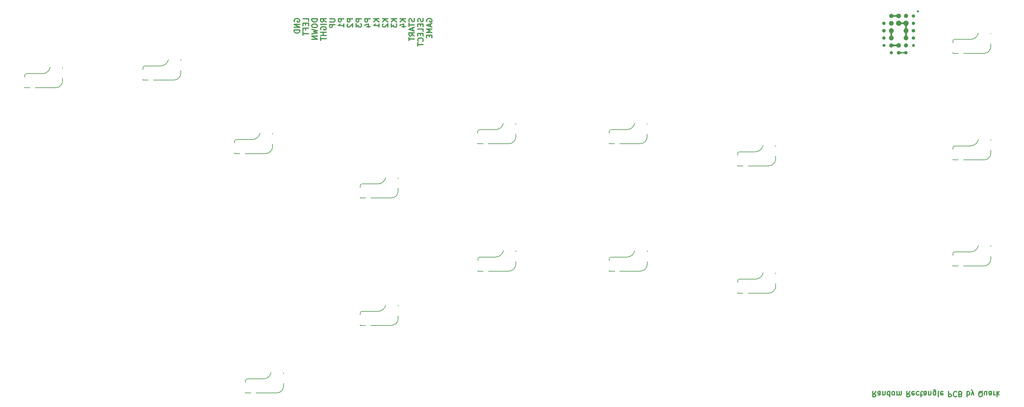
<source format=gbr>
%TF.GenerationSoftware,KiCad,Pcbnew,(7.0.0)*%
%TF.CreationDate,2023-03-03T17:09:00-06:00*%
%TF.ProjectId,Frosty,46726f73-7479-42e6-9b69-6361645f7063,rev?*%
%TF.SameCoordinates,Original*%
%TF.FileFunction,Legend,Bot*%
%TF.FilePolarity,Positive*%
%FSLAX46Y46*%
G04 Gerber Fmt 4.6, Leading zero omitted, Abs format (unit mm)*
G04 Created by KiCad (PCBNEW (7.0.0)) date 2023-03-03 17:09:00*
%MOMM*%
%LPD*%
G01*
G04 APERTURE LIST*
%ADD10C,0.300000*%
%ADD11C,0.375000*%
%ADD12C,0.010000*%
%ADD13C,0.150000*%
G04 APERTURE END LIST*
D10*
X270884285Y-134066428D02*
X270384285Y-134780714D01*
X270027142Y-134066428D02*
X270027142Y-135566428D01*
X270027142Y-135566428D02*
X270598571Y-135566428D01*
X270598571Y-135566428D02*
X270741428Y-135495000D01*
X270741428Y-135495000D02*
X270812857Y-135423571D01*
X270812857Y-135423571D02*
X270884285Y-135280714D01*
X270884285Y-135280714D02*
X270884285Y-135066428D01*
X270884285Y-135066428D02*
X270812857Y-134923571D01*
X270812857Y-134923571D02*
X270741428Y-134852142D01*
X270741428Y-134852142D02*
X270598571Y-134780714D01*
X270598571Y-134780714D02*
X270027142Y-134780714D01*
X272170000Y-134066428D02*
X272170000Y-134852142D01*
X272170000Y-134852142D02*
X272098571Y-134995000D01*
X272098571Y-134995000D02*
X271955714Y-135066428D01*
X271955714Y-135066428D02*
X271670000Y-135066428D01*
X271670000Y-135066428D02*
X271527142Y-134995000D01*
X272170000Y-134137857D02*
X272027142Y-134066428D01*
X272027142Y-134066428D02*
X271670000Y-134066428D01*
X271670000Y-134066428D02*
X271527142Y-134137857D01*
X271527142Y-134137857D02*
X271455714Y-134280714D01*
X271455714Y-134280714D02*
X271455714Y-134423571D01*
X271455714Y-134423571D02*
X271527142Y-134566428D01*
X271527142Y-134566428D02*
X271670000Y-134637857D01*
X271670000Y-134637857D02*
X272027142Y-134637857D01*
X272027142Y-134637857D02*
X272170000Y-134709285D01*
X272884285Y-135066428D02*
X272884285Y-134066428D01*
X272884285Y-134923571D02*
X272955714Y-134995000D01*
X272955714Y-134995000D02*
X273098571Y-135066428D01*
X273098571Y-135066428D02*
X273312857Y-135066428D01*
X273312857Y-135066428D02*
X273455714Y-134995000D01*
X273455714Y-134995000D02*
X273527143Y-134852142D01*
X273527143Y-134852142D02*
X273527143Y-134066428D01*
X274884286Y-134066428D02*
X274884286Y-135566428D01*
X274884286Y-134137857D02*
X274741428Y-134066428D01*
X274741428Y-134066428D02*
X274455714Y-134066428D01*
X274455714Y-134066428D02*
X274312857Y-134137857D01*
X274312857Y-134137857D02*
X274241428Y-134209285D01*
X274241428Y-134209285D02*
X274170000Y-134352142D01*
X274170000Y-134352142D02*
X274170000Y-134780714D01*
X274170000Y-134780714D02*
X274241428Y-134923571D01*
X274241428Y-134923571D02*
X274312857Y-134995000D01*
X274312857Y-134995000D02*
X274455714Y-135066428D01*
X274455714Y-135066428D02*
X274741428Y-135066428D01*
X274741428Y-135066428D02*
X274884286Y-134995000D01*
X275812857Y-134066428D02*
X275670000Y-134137857D01*
X275670000Y-134137857D02*
X275598571Y-134209285D01*
X275598571Y-134209285D02*
X275527143Y-134352142D01*
X275527143Y-134352142D02*
X275527143Y-134780714D01*
X275527143Y-134780714D02*
X275598571Y-134923571D01*
X275598571Y-134923571D02*
X275670000Y-134995000D01*
X275670000Y-134995000D02*
X275812857Y-135066428D01*
X275812857Y-135066428D02*
X276027143Y-135066428D01*
X276027143Y-135066428D02*
X276170000Y-134995000D01*
X276170000Y-134995000D02*
X276241429Y-134923571D01*
X276241429Y-134923571D02*
X276312857Y-134780714D01*
X276312857Y-134780714D02*
X276312857Y-134352142D01*
X276312857Y-134352142D02*
X276241429Y-134209285D01*
X276241429Y-134209285D02*
X276170000Y-134137857D01*
X276170000Y-134137857D02*
X276027143Y-134066428D01*
X276027143Y-134066428D02*
X275812857Y-134066428D01*
X276955714Y-134066428D02*
X276955714Y-135066428D01*
X276955714Y-134923571D02*
X277027143Y-134995000D01*
X277027143Y-134995000D02*
X277170000Y-135066428D01*
X277170000Y-135066428D02*
X277384286Y-135066428D01*
X277384286Y-135066428D02*
X277527143Y-134995000D01*
X277527143Y-134995000D02*
X277598572Y-134852142D01*
X277598572Y-134852142D02*
X277598572Y-134066428D01*
X277598572Y-134852142D02*
X277670000Y-134995000D01*
X277670000Y-134995000D02*
X277812857Y-135066428D01*
X277812857Y-135066428D02*
X278027143Y-135066428D01*
X278027143Y-135066428D02*
X278170000Y-134995000D01*
X278170000Y-134995000D02*
X278241429Y-134852142D01*
X278241429Y-134852142D02*
X278241429Y-134066428D01*
X280712857Y-134066428D02*
X280212857Y-134780714D01*
X279855714Y-134066428D02*
X279855714Y-135566428D01*
X279855714Y-135566428D02*
X280427143Y-135566428D01*
X280427143Y-135566428D02*
X280570000Y-135495000D01*
X280570000Y-135495000D02*
X280641429Y-135423571D01*
X280641429Y-135423571D02*
X280712857Y-135280714D01*
X280712857Y-135280714D02*
X280712857Y-135066428D01*
X280712857Y-135066428D02*
X280641429Y-134923571D01*
X280641429Y-134923571D02*
X280570000Y-134852142D01*
X280570000Y-134852142D02*
X280427143Y-134780714D01*
X280427143Y-134780714D02*
X279855714Y-134780714D01*
X281927143Y-134137857D02*
X281784286Y-134066428D01*
X281784286Y-134066428D02*
X281498572Y-134066428D01*
X281498572Y-134066428D02*
X281355714Y-134137857D01*
X281355714Y-134137857D02*
X281284286Y-134280714D01*
X281284286Y-134280714D02*
X281284286Y-134852142D01*
X281284286Y-134852142D02*
X281355714Y-134995000D01*
X281355714Y-134995000D02*
X281498572Y-135066428D01*
X281498572Y-135066428D02*
X281784286Y-135066428D01*
X281784286Y-135066428D02*
X281927143Y-134995000D01*
X281927143Y-134995000D02*
X281998572Y-134852142D01*
X281998572Y-134852142D02*
X281998572Y-134709285D01*
X281998572Y-134709285D02*
X281284286Y-134566428D01*
X283284286Y-134137857D02*
X283141428Y-134066428D01*
X283141428Y-134066428D02*
X282855714Y-134066428D01*
X282855714Y-134066428D02*
X282712857Y-134137857D01*
X282712857Y-134137857D02*
X282641428Y-134209285D01*
X282641428Y-134209285D02*
X282570000Y-134352142D01*
X282570000Y-134352142D02*
X282570000Y-134780714D01*
X282570000Y-134780714D02*
X282641428Y-134923571D01*
X282641428Y-134923571D02*
X282712857Y-134995000D01*
X282712857Y-134995000D02*
X282855714Y-135066428D01*
X282855714Y-135066428D02*
X283141428Y-135066428D01*
X283141428Y-135066428D02*
X283284286Y-134995000D01*
X283712857Y-135066428D02*
X284284285Y-135066428D01*
X283927142Y-135566428D02*
X283927142Y-134280714D01*
X283927142Y-134280714D02*
X283998571Y-134137857D01*
X283998571Y-134137857D02*
X284141428Y-134066428D01*
X284141428Y-134066428D02*
X284284285Y-134066428D01*
X285427143Y-134066428D02*
X285427143Y-134852142D01*
X285427143Y-134852142D02*
X285355714Y-134995000D01*
X285355714Y-134995000D02*
X285212857Y-135066428D01*
X285212857Y-135066428D02*
X284927143Y-135066428D01*
X284927143Y-135066428D02*
X284784285Y-134995000D01*
X285427143Y-134137857D02*
X285284285Y-134066428D01*
X285284285Y-134066428D02*
X284927143Y-134066428D01*
X284927143Y-134066428D02*
X284784285Y-134137857D01*
X284784285Y-134137857D02*
X284712857Y-134280714D01*
X284712857Y-134280714D02*
X284712857Y-134423571D01*
X284712857Y-134423571D02*
X284784285Y-134566428D01*
X284784285Y-134566428D02*
X284927143Y-134637857D01*
X284927143Y-134637857D02*
X285284285Y-134637857D01*
X285284285Y-134637857D02*
X285427143Y-134709285D01*
X286141428Y-135066428D02*
X286141428Y-134066428D01*
X286141428Y-134923571D02*
X286212857Y-134995000D01*
X286212857Y-134995000D02*
X286355714Y-135066428D01*
X286355714Y-135066428D02*
X286570000Y-135066428D01*
X286570000Y-135066428D02*
X286712857Y-134995000D01*
X286712857Y-134995000D02*
X286784286Y-134852142D01*
X286784286Y-134852142D02*
X286784286Y-134066428D01*
X288141429Y-135066428D02*
X288141429Y-133852142D01*
X288141429Y-133852142D02*
X288070000Y-133709285D01*
X288070000Y-133709285D02*
X287998571Y-133637857D01*
X287998571Y-133637857D02*
X287855714Y-133566428D01*
X287855714Y-133566428D02*
X287641429Y-133566428D01*
X287641429Y-133566428D02*
X287498571Y-133637857D01*
X288141429Y-134137857D02*
X287998571Y-134066428D01*
X287998571Y-134066428D02*
X287712857Y-134066428D01*
X287712857Y-134066428D02*
X287570000Y-134137857D01*
X287570000Y-134137857D02*
X287498571Y-134209285D01*
X287498571Y-134209285D02*
X287427143Y-134352142D01*
X287427143Y-134352142D02*
X287427143Y-134780714D01*
X287427143Y-134780714D02*
X287498571Y-134923571D01*
X287498571Y-134923571D02*
X287570000Y-134995000D01*
X287570000Y-134995000D02*
X287712857Y-135066428D01*
X287712857Y-135066428D02*
X287998571Y-135066428D01*
X287998571Y-135066428D02*
X288141429Y-134995000D01*
X289070000Y-134066428D02*
X288927143Y-134137857D01*
X288927143Y-134137857D02*
X288855714Y-134280714D01*
X288855714Y-134280714D02*
X288855714Y-135566428D01*
X290212857Y-134137857D02*
X290070000Y-134066428D01*
X290070000Y-134066428D02*
X289784286Y-134066428D01*
X289784286Y-134066428D02*
X289641428Y-134137857D01*
X289641428Y-134137857D02*
X289570000Y-134280714D01*
X289570000Y-134280714D02*
X289570000Y-134852142D01*
X289570000Y-134852142D02*
X289641428Y-134995000D01*
X289641428Y-134995000D02*
X289784286Y-135066428D01*
X289784286Y-135066428D02*
X290070000Y-135066428D01*
X290070000Y-135066428D02*
X290212857Y-134995000D01*
X290212857Y-134995000D02*
X290284286Y-134852142D01*
X290284286Y-134852142D02*
X290284286Y-134709285D01*
X290284286Y-134709285D02*
X289570000Y-134566428D01*
X291827142Y-134066428D02*
X291827142Y-135566428D01*
X291827142Y-135566428D02*
X292398571Y-135566428D01*
X292398571Y-135566428D02*
X292541428Y-135495000D01*
X292541428Y-135495000D02*
X292612857Y-135423571D01*
X292612857Y-135423571D02*
X292684285Y-135280714D01*
X292684285Y-135280714D02*
X292684285Y-135066428D01*
X292684285Y-135066428D02*
X292612857Y-134923571D01*
X292612857Y-134923571D02*
X292541428Y-134852142D01*
X292541428Y-134852142D02*
X292398571Y-134780714D01*
X292398571Y-134780714D02*
X291827142Y-134780714D01*
X294184285Y-134209285D02*
X294112857Y-134137857D01*
X294112857Y-134137857D02*
X293898571Y-134066428D01*
X293898571Y-134066428D02*
X293755714Y-134066428D01*
X293755714Y-134066428D02*
X293541428Y-134137857D01*
X293541428Y-134137857D02*
X293398571Y-134280714D01*
X293398571Y-134280714D02*
X293327142Y-134423571D01*
X293327142Y-134423571D02*
X293255714Y-134709285D01*
X293255714Y-134709285D02*
X293255714Y-134923571D01*
X293255714Y-134923571D02*
X293327142Y-135209285D01*
X293327142Y-135209285D02*
X293398571Y-135352142D01*
X293398571Y-135352142D02*
X293541428Y-135495000D01*
X293541428Y-135495000D02*
X293755714Y-135566428D01*
X293755714Y-135566428D02*
X293898571Y-135566428D01*
X293898571Y-135566428D02*
X294112857Y-135495000D01*
X294112857Y-135495000D02*
X294184285Y-135423571D01*
X295327142Y-134852142D02*
X295541428Y-134780714D01*
X295541428Y-134780714D02*
X295612857Y-134709285D01*
X295612857Y-134709285D02*
X295684285Y-134566428D01*
X295684285Y-134566428D02*
X295684285Y-134352142D01*
X295684285Y-134352142D02*
X295612857Y-134209285D01*
X295612857Y-134209285D02*
X295541428Y-134137857D01*
X295541428Y-134137857D02*
X295398571Y-134066428D01*
X295398571Y-134066428D02*
X294827142Y-134066428D01*
X294827142Y-134066428D02*
X294827142Y-135566428D01*
X294827142Y-135566428D02*
X295327142Y-135566428D01*
X295327142Y-135566428D02*
X295470000Y-135495000D01*
X295470000Y-135495000D02*
X295541428Y-135423571D01*
X295541428Y-135423571D02*
X295612857Y-135280714D01*
X295612857Y-135280714D02*
X295612857Y-135137857D01*
X295612857Y-135137857D02*
X295541428Y-134995000D01*
X295541428Y-134995000D02*
X295470000Y-134923571D01*
X295470000Y-134923571D02*
X295327142Y-134852142D01*
X295327142Y-134852142D02*
X294827142Y-134852142D01*
X297227142Y-134066428D02*
X297227142Y-135566428D01*
X297227142Y-134995000D02*
X297370000Y-135066428D01*
X297370000Y-135066428D02*
X297655714Y-135066428D01*
X297655714Y-135066428D02*
X297798571Y-134995000D01*
X297798571Y-134995000D02*
X297870000Y-134923571D01*
X297870000Y-134923571D02*
X297941428Y-134780714D01*
X297941428Y-134780714D02*
X297941428Y-134352142D01*
X297941428Y-134352142D02*
X297870000Y-134209285D01*
X297870000Y-134209285D02*
X297798571Y-134137857D01*
X297798571Y-134137857D02*
X297655714Y-134066428D01*
X297655714Y-134066428D02*
X297370000Y-134066428D01*
X297370000Y-134066428D02*
X297227142Y-134137857D01*
X298441428Y-135066428D02*
X298798571Y-134066428D01*
X299155714Y-135066428D02*
X298798571Y-134066428D01*
X298798571Y-134066428D02*
X298655714Y-133709285D01*
X298655714Y-133709285D02*
X298584285Y-133637857D01*
X298584285Y-133637857D02*
X298441428Y-133566428D01*
X301627142Y-133923571D02*
X301484285Y-133995000D01*
X301484285Y-133995000D02*
X301341428Y-134137857D01*
X301341428Y-134137857D02*
X301127142Y-134352142D01*
X301127142Y-134352142D02*
X300984285Y-134423571D01*
X300984285Y-134423571D02*
X300841428Y-134423571D01*
X300912857Y-134066428D02*
X300770000Y-134137857D01*
X300770000Y-134137857D02*
X300627142Y-134280714D01*
X300627142Y-134280714D02*
X300555714Y-134566428D01*
X300555714Y-134566428D02*
X300555714Y-135066428D01*
X300555714Y-135066428D02*
X300627142Y-135352142D01*
X300627142Y-135352142D02*
X300770000Y-135495000D01*
X300770000Y-135495000D02*
X300912857Y-135566428D01*
X300912857Y-135566428D02*
X301198571Y-135566428D01*
X301198571Y-135566428D02*
X301341428Y-135495000D01*
X301341428Y-135495000D02*
X301484285Y-135352142D01*
X301484285Y-135352142D02*
X301555714Y-135066428D01*
X301555714Y-135066428D02*
X301555714Y-134566428D01*
X301555714Y-134566428D02*
X301484285Y-134280714D01*
X301484285Y-134280714D02*
X301341428Y-134137857D01*
X301341428Y-134137857D02*
X301198571Y-134066428D01*
X301198571Y-134066428D02*
X300912857Y-134066428D01*
X302841429Y-135066428D02*
X302841429Y-134066428D01*
X302198571Y-135066428D02*
X302198571Y-134280714D01*
X302198571Y-134280714D02*
X302270000Y-134137857D01*
X302270000Y-134137857D02*
X302412857Y-134066428D01*
X302412857Y-134066428D02*
X302627143Y-134066428D01*
X302627143Y-134066428D02*
X302770000Y-134137857D01*
X302770000Y-134137857D02*
X302841429Y-134209285D01*
X304198572Y-134066428D02*
X304198572Y-134852142D01*
X304198572Y-134852142D02*
X304127143Y-134995000D01*
X304127143Y-134995000D02*
X303984286Y-135066428D01*
X303984286Y-135066428D02*
X303698572Y-135066428D01*
X303698572Y-135066428D02*
X303555714Y-134995000D01*
X304198572Y-134137857D02*
X304055714Y-134066428D01*
X304055714Y-134066428D02*
X303698572Y-134066428D01*
X303698572Y-134066428D02*
X303555714Y-134137857D01*
X303555714Y-134137857D02*
X303484286Y-134280714D01*
X303484286Y-134280714D02*
X303484286Y-134423571D01*
X303484286Y-134423571D02*
X303555714Y-134566428D01*
X303555714Y-134566428D02*
X303698572Y-134637857D01*
X303698572Y-134637857D02*
X304055714Y-134637857D01*
X304055714Y-134637857D02*
X304198572Y-134709285D01*
X304912857Y-134066428D02*
X304912857Y-135066428D01*
X304912857Y-134780714D02*
X304984286Y-134923571D01*
X304984286Y-134923571D02*
X305055715Y-134995000D01*
X305055715Y-134995000D02*
X305198572Y-135066428D01*
X305198572Y-135066428D02*
X305341429Y-135066428D01*
X305841428Y-134066428D02*
X305841428Y-135566428D01*
X305984286Y-134637857D02*
X306412857Y-134066428D01*
X306412857Y-135066428D02*
X305841428Y-134495000D01*
D11*
X103239430Y-27257314D02*
X103164668Y-27107790D01*
X103164668Y-27107790D02*
X103164668Y-26883504D01*
X103164668Y-26883504D02*
X103239430Y-26659219D01*
X103239430Y-26659219D02*
X103388953Y-26509695D01*
X103388953Y-26509695D02*
X103538477Y-26434933D01*
X103538477Y-26434933D02*
X103837525Y-26360171D01*
X103837525Y-26360171D02*
X104061810Y-26360171D01*
X104061810Y-26360171D02*
X104360858Y-26434933D01*
X104360858Y-26434933D02*
X104510382Y-26509695D01*
X104510382Y-26509695D02*
X104659906Y-26659219D01*
X104659906Y-26659219D02*
X104734668Y-26883504D01*
X104734668Y-26883504D02*
X104734668Y-27033028D01*
X104734668Y-27033028D02*
X104659906Y-27257314D01*
X104659906Y-27257314D02*
X104585144Y-27332076D01*
X104585144Y-27332076D02*
X104061810Y-27332076D01*
X104061810Y-27332076D02*
X104061810Y-27033028D01*
X104734668Y-28004933D02*
X103164668Y-28004933D01*
X103164668Y-28004933D02*
X104734668Y-28902076D01*
X104734668Y-28902076D02*
X103164668Y-28902076D01*
X104734668Y-29649695D02*
X103164668Y-29649695D01*
X103164668Y-29649695D02*
X103164668Y-30023505D01*
X103164668Y-30023505D02*
X103239430Y-30247790D01*
X103239430Y-30247790D02*
X103388953Y-30397314D01*
X103388953Y-30397314D02*
X103538477Y-30472076D01*
X103538477Y-30472076D02*
X103837525Y-30546838D01*
X103837525Y-30546838D02*
X104061810Y-30546838D01*
X104061810Y-30546838D02*
X104360858Y-30472076D01*
X104360858Y-30472076D02*
X104510382Y-30397314D01*
X104510382Y-30397314D02*
X104659906Y-30247790D01*
X104659906Y-30247790D02*
X104734668Y-30023505D01*
X104734668Y-30023505D02*
X104734668Y-29649695D01*
X107278068Y-27182552D02*
X107278068Y-26434933D01*
X107278068Y-26434933D02*
X105708068Y-26434933D01*
X106455687Y-27705885D02*
X106455687Y-28229218D01*
X107278068Y-28453504D02*
X107278068Y-27705885D01*
X107278068Y-27705885D02*
X105708068Y-27705885D01*
X105708068Y-27705885D02*
X105708068Y-28453504D01*
X106455687Y-29649694D02*
X106455687Y-29126361D01*
X107278068Y-29126361D02*
X105708068Y-29126361D01*
X105708068Y-29126361D02*
X105708068Y-29873980D01*
X105708068Y-30247789D02*
X105708068Y-31144932D01*
X107278068Y-30696361D02*
X105708068Y-30696361D01*
X109821468Y-26434933D02*
X108251468Y-26434933D01*
X108251468Y-26434933D02*
X108251468Y-26808743D01*
X108251468Y-26808743D02*
X108326230Y-27033028D01*
X108326230Y-27033028D02*
X108475753Y-27182552D01*
X108475753Y-27182552D02*
X108625277Y-27257314D01*
X108625277Y-27257314D02*
X108924325Y-27332076D01*
X108924325Y-27332076D02*
X109148610Y-27332076D01*
X109148610Y-27332076D02*
X109447658Y-27257314D01*
X109447658Y-27257314D02*
X109597182Y-27182552D01*
X109597182Y-27182552D02*
X109746706Y-27033028D01*
X109746706Y-27033028D02*
X109821468Y-26808743D01*
X109821468Y-26808743D02*
X109821468Y-26434933D01*
X108251468Y-28303981D02*
X108251468Y-28603028D01*
X108251468Y-28603028D02*
X108326230Y-28752552D01*
X108326230Y-28752552D02*
X108475753Y-28902076D01*
X108475753Y-28902076D02*
X108774801Y-28976838D01*
X108774801Y-28976838D02*
X109298134Y-28976838D01*
X109298134Y-28976838D02*
X109597182Y-28902076D01*
X109597182Y-28902076D02*
X109746706Y-28752552D01*
X109746706Y-28752552D02*
X109821468Y-28603028D01*
X109821468Y-28603028D02*
X109821468Y-28303981D01*
X109821468Y-28303981D02*
X109746706Y-28154457D01*
X109746706Y-28154457D02*
X109597182Y-28004933D01*
X109597182Y-28004933D02*
X109298134Y-27930171D01*
X109298134Y-27930171D02*
X108774801Y-27930171D01*
X108774801Y-27930171D02*
X108475753Y-28004933D01*
X108475753Y-28004933D02*
X108326230Y-28154457D01*
X108326230Y-28154457D02*
X108251468Y-28303981D01*
X108251468Y-29500171D02*
X109821468Y-29873981D01*
X109821468Y-29873981D02*
X108700039Y-30173028D01*
X108700039Y-30173028D02*
X109821468Y-30472076D01*
X109821468Y-30472076D02*
X108251468Y-30845886D01*
X109821468Y-31443981D02*
X108251468Y-31443981D01*
X108251468Y-31443981D02*
X109821468Y-32341124D01*
X109821468Y-32341124D02*
X108251468Y-32341124D01*
X112364868Y-27332076D02*
X111617249Y-26808743D01*
X112364868Y-26434933D02*
X110794868Y-26434933D01*
X110794868Y-26434933D02*
X110794868Y-27033028D01*
X110794868Y-27033028D02*
X110869630Y-27182552D01*
X110869630Y-27182552D02*
X110944391Y-27257314D01*
X110944391Y-27257314D02*
X111093915Y-27332076D01*
X111093915Y-27332076D02*
X111318201Y-27332076D01*
X111318201Y-27332076D02*
X111467725Y-27257314D01*
X111467725Y-27257314D02*
X111542487Y-27182552D01*
X111542487Y-27182552D02*
X111617249Y-27033028D01*
X111617249Y-27033028D02*
X111617249Y-26434933D01*
X112364868Y-28004933D02*
X110794868Y-28004933D01*
X110869630Y-29574933D02*
X110794868Y-29425409D01*
X110794868Y-29425409D02*
X110794868Y-29201123D01*
X110794868Y-29201123D02*
X110869630Y-28976838D01*
X110869630Y-28976838D02*
X111019153Y-28827314D01*
X111019153Y-28827314D02*
X111168677Y-28752552D01*
X111168677Y-28752552D02*
X111467725Y-28677790D01*
X111467725Y-28677790D02*
X111692010Y-28677790D01*
X111692010Y-28677790D02*
X111991058Y-28752552D01*
X111991058Y-28752552D02*
X112140582Y-28827314D01*
X112140582Y-28827314D02*
X112290106Y-28976838D01*
X112290106Y-28976838D02*
X112364868Y-29201123D01*
X112364868Y-29201123D02*
X112364868Y-29350647D01*
X112364868Y-29350647D02*
X112290106Y-29574933D01*
X112290106Y-29574933D02*
X112215344Y-29649695D01*
X112215344Y-29649695D02*
X111692010Y-29649695D01*
X111692010Y-29649695D02*
X111692010Y-29350647D01*
X112364868Y-30322552D02*
X110794868Y-30322552D01*
X111542487Y-30322552D02*
X111542487Y-31219695D01*
X112364868Y-31219695D02*
X110794868Y-31219695D01*
X110794868Y-31743028D02*
X110794868Y-32640171D01*
X112364868Y-32191600D02*
X110794868Y-32191600D01*
X113338268Y-26434933D02*
X114609220Y-26434933D01*
X114609220Y-26434933D02*
X114758744Y-26509695D01*
X114758744Y-26509695D02*
X114833506Y-26584457D01*
X114833506Y-26584457D02*
X114908268Y-26733981D01*
X114908268Y-26733981D02*
X114908268Y-27033028D01*
X114908268Y-27033028D02*
X114833506Y-27182552D01*
X114833506Y-27182552D02*
X114758744Y-27257314D01*
X114758744Y-27257314D02*
X114609220Y-27332076D01*
X114609220Y-27332076D02*
X113338268Y-27332076D01*
X114908268Y-28079695D02*
X113338268Y-28079695D01*
X113338268Y-28079695D02*
X113338268Y-28677790D01*
X113338268Y-28677790D02*
X113413030Y-28827314D01*
X113413030Y-28827314D02*
X113487791Y-28902076D01*
X113487791Y-28902076D02*
X113637315Y-28976838D01*
X113637315Y-28976838D02*
X113861601Y-28976838D01*
X113861601Y-28976838D02*
X114011125Y-28902076D01*
X114011125Y-28902076D02*
X114085887Y-28827314D01*
X114085887Y-28827314D02*
X114160649Y-28677790D01*
X114160649Y-28677790D02*
X114160649Y-28079695D01*
X117451668Y-26434933D02*
X115881668Y-26434933D01*
X115881668Y-26434933D02*
X115881668Y-27033028D01*
X115881668Y-27033028D02*
X115956430Y-27182552D01*
X115956430Y-27182552D02*
X116031191Y-27257314D01*
X116031191Y-27257314D02*
X116180715Y-27332076D01*
X116180715Y-27332076D02*
X116405001Y-27332076D01*
X116405001Y-27332076D02*
X116554525Y-27257314D01*
X116554525Y-27257314D02*
X116629287Y-27182552D01*
X116629287Y-27182552D02*
X116704049Y-27033028D01*
X116704049Y-27033028D02*
X116704049Y-26434933D01*
X117451668Y-28827314D02*
X117451668Y-27930171D01*
X117451668Y-28378743D02*
X115881668Y-28378743D01*
X115881668Y-28378743D02*
X116105953Y-28229219D01*
X116105953Y-28229219D02*
X116255477Y-28079695D01*
X116255477Y-28079695D02*
X116330239Y-27930171D01*
X119995068Y-26434933D02*
X118425068Y-26434933D01*
X118425068Y-26434933D02*
X118425068Y-27033028D01*
X118425068Y-27033028D02*
X118499830Y-27182552D01*
X118499830Y-27182552D02*
X118574591Y-27257314D01*
X118574591Y-27257314D02*
X118724115Y-27332076D01*
X118724115Y-27332076D02*
X118948401Y-27332076D01*
X118948401Y-27332076D02*
X119097925Y-27257314D01*
X119097925Y-27257314D02*
X119172687Y-27182552D01*
X119172687Y-27182552D02*
X119247449Y-27033028D01*
X119247449Y-27033028D02*
X119247449Y-26434933D01*
X118574591Y-27930171D02*
X118499830Y-28004933D01*
X118499830Y-28004933D02*
X118425068Y-28154457D01*
X118425068Y-28154457D02*
X118425068Y-28528266D01*
X118425068Y-28528266D02*
X118499830Y-28677790D01*
X118499830Y-28677790D02*
X118574591Y-28752552D01*
X118574591Y-28752552D02*
X118724115Y-28827314D01*
X118724115Y-28827314D02*
X118873639Y-28827314D01*
X118873639Y-28827314D02*
X119097925Y-28752552D01*
X119097925Y-28752552D02*
X119995068Y-27855409D01*
X119995068Y-27855409D02*
X119995068Y-28827314D01*
X122538468Y-26434933D02*
X120968468Y-26434933D01*
X120968468Y-26434933D02*
X120968468Y-27033028D01*
X120968468Y-27033028D02*
X121043230Y-27182552D01*
X121043230Y-27182552D02*
X121117991Y-27257314D01*
X121117991Y-27257314D02*
X121267515Y-27332076D01*
X121267515Y-27332076D02*
X121491801Y-27332076D01*
X121491801Y-27332076D02*
X121641325Y-27257314D01*
X121641325Y-27257314D02*
X121716087Y-27182552D01*
X121716087Y-27182552D02*
X121790849Y-27033028D01*
X121790849Y-27033028D02*
X121790849Y-26434933D01*
X120968468Y-27855409D02*
X120968468Y-28827314D01*
X120968468Y-28827314D02*
X121566563Y-28303981D01*
X121566563Y-28303981D02*
X121566563Y-28528266D01*
X121566563Y-28528266D02*
X121641325Y-28677790D01*
X121641325Y-28677790D02*
X121716087Y-28752552D01*
X121716087Y-28752552D02*
X121865610Y-28827314D01*
X121865610Y-28827314D02*
X122239420Y-28827314D01*
X122239420Y-28827314D02*
X122388944Y-28752552D01*
X122388944Y-28752552D02*
X122463706Y-28677790D01*
X122463706Y-28677790D02*
X122538468Y-28528266D01*
X122538468Y-28528266D02*
X122538468Y-28079695D01*
X122538468Y-28079695D02*
X122463706Y-27930171D01*
X122463706Y-27930171D02*
X122388944Y-27855409D01*
X125081868Y-26434933D02*
X123511868Y-26434933D01*
X123511868Y-26434933D02*
X123511868Y-27033028D01*
X123511868Y-27033028D02*
X123586630Y-27182552D01*
X123586630Y-27182552D02*
X123661391Y-27257314D01*
X123661391Y-27257314D02*
X123810915Y-27332076D01*
X123810915Y-27332076D02*
X124035201Y-27332076D01*
X124035201Y-27332076D02*
X124184725Y-27257314D01*
X124184725Y-27257314D02*
X124259487Y-27182552D01*
X124259487Y-27182552D02*
X124334249Y-27033028D01*
X124334249Y-27033028D02*
X124334249Y-26434933D01*
X124035201Y-28677790D02*
X125081868Y-28677790D01*
X123437106Y-28303981D02*
X124558534Y-27930171D01*
X124558534Y-27930171D02*
X124558534Y-28902076D01*
X127625268Y-26434933D02*
X126055268Y-26434933D01*
X127625268Y-27332076D02*
X126728125Y-26659219D01*
X126055268Y-27332076D02*
X126952410Y-26434933D01*
X127625268Y-28827314D02*
X127625268Y-27930171D01*
X127625268Y-28378743D02*
X126055268Y-28378743D01*
X126055268Y-28378743D02*
X126279553Y-28229219D01*
X126279553Y-28229219D02*
X126429077Y-28079695D01*
X126429077Y-28079695D02*
X126503839Y-27930171D01*
X130168668Y-26434933D02*
X128598668Y-26434933D01*
X130168668Y-27332076D02*
X129271525Y-26659219D01*
X128598668Y-27332076D02*
X129495810Y-26434933D01*
X128748191Y-27930171D02*
X128673430Y-28004933D01*
X128673430Y-28004933D02*
X128598668Y-28154457D01*
X128598668Y-28154457D02*
X128598668Y-28528266D01*
X128598668Y-28528266D02*
X128673430Y-28677790D01*
X128673430Y-28677790D02*
X128748191Y-28752552D01*
X128748191Y-28752552D02*
X128897715Y-28827314D01*
X128897715Y-28827314D02*
X129047239Y-28827314D01*
X129047239Y-28827314D02*
X129271525Y-28752552D01*
X129271525Y-28752552D02*
X130168668Y-27855409D01*
X130168668Y-27855409D02*
X130168668Y-28827314D01*
X132712068Y-26434933D02*
X131142068Y-26434933D01*
X132712068Y-27332076D02*
X131814925Y-26659219D01*
X131142068Y-27332076D02*
X132039210Y-26434933D01*
X131142068Y-27855409D02*
X131142068Y-28827314D01*
X131142068Y-28827314D02*
X131740163Y-28303981D01*
X131740163Y-28303981D02*
X131740163Y-28528266D01*
X131740163Y-28528266D02*
X131814925Y-28677790D01*
X131814925Y-28677790D02*
X131889687Y-28752552D01*
X131889687Y-28752552D02*
X132039210Y-28827314D01*
X132039210Y-28827314D02*
X132413020Y-28827314D01*
X132413020Y-28827314D02*
X132562544Y-28752552D01*
X132562544Y-28752552D02*
X132637306Y-28677790D01*
X132637306Y-28677790D02*
X132712068Y-28528266D01*
X132712068Y-28528266D02*
X132712068Y-28079695D01*
X132712068Y-28079695D02*
X132637306Y-27930171D01*
X132637306Y-27930171D02*
X132562544Y-27855409D01*
X135255468Y-26434933D02*
X133685468Y-26434933D01*
X135255468Y-27332076D02*
X134358325Y-26659219D01*
X133685468Y-27332076D02*
X134582610Y-26434933D01*
X134208801Y-28677790D02*
X135255468Y-28677790D01*
X133610706Y-28303981D02*
X134732134Y-27930171D01*
X134732134Y-27930171D02*
X134732134Y-28902076D01*
X137724106Y-26360171D02*
X137798868Y-26584457D01*
X137798868Y-26584457D02*
X137798868Y-26958266D01*
X137798868Y-26958266D02*
X137724106Y-27107790D01*
X137724106Y-27107790D02*
X137649344Y-27182552D01*
X137649344Y-27182552D02*
X137499820Y-27257314D01*
X137499820Y-27257314D02*
X137350296Y-27257314D01*
X137350296Y-27257314D02*
X137200772Y-27182552D01*
X137200772Y-27182552D02*
X137126010Y-27107790D01*
X137126010Y-27107790D02*
X137051249Y-26958266D01*
X137051249Y-26958266D02*
X136976487Y-26659219D01*
X136976487Y-26659219D02*
X136901725Y-26509695D01*
X136901725Y-26509695D02*
X136826963Y-26434933D01*
X136826963Y-26434933D02*
X136677439Y-26360171D01*
X136677439Y-26360171D02*
X136527915Y-26360171D01*
X136527915Y-26360171D02*
X136378391Y-26434933D01*
X136378391Y-26434933D02*
X136303630Y-26509695D01*
X136303630Y-26509695D02*
X136228868Y-26659219D01*
X136228868Y-26659219D02*
X136228868Y-27033028D01*
X136228868Y-27033028D02*
X136303630Y-27257314D01*
X136228868Y-27705885D02*
X136228868Y-28603028D01*
X137798868Y-28154457D02*
X136228868Y-28154457D01*
X137350296Y-29051599D02*
X137350296Y-29799218D01*
X137798868Y-28902075D02*
X136228868Y-29425409D01*
X136228868Y-29425409D02*
X137798868Y-29948742D01*
X137798868Y-31369218D02*
X137051249Y-30845885D01*
X137798868Y-30472075D02*
X136228868Y-30472075D01*
X136228868Y-30472075D02*
X136228868Y-31070170D01*
X136228868Y-31070170D02*
X136303630Y-31219694D01*
X136303630Y-31219694D02*
X136378391Y-31294456D01*
X136378391Y-31294456D02*
X136527915Y-31369218D01*
X136527915Y-31369218D02*
X136752201Y-31369218D01*
X136752201Y-31369218D02*
X136901725Y-31294456D01*
X136901725Y-31294456D02*
X136976487Y-31219694D01*
X136976487Y-31219694D02*
X137051249Y-31070170D01*
X137051249Y-31070170D02*
X137051249Y-30472075D01*
X136228868Y-31817789D02*
X136228868Y-32714932D01*
X137798868Y-32266361D02*
X136228868Y-32266361D01*
X140267506Y-26360171D02*
X140342268Y-26584457D01*
X140342268Y-26584457D02*
X140342268Y-26958266D01*
X140342268Y-26958266D02*
X140267506Y-27107790D01*
X140267506Y-27107790D02*
X140192744Y-27182552D01*
X140192744Y-27182552D02*
X140043220Y-27257314D01*
X140043220Y-27257314D02*
X139893696Y-27257314D01*
X139893696Y-27257314D02*
X139744172Y-27182552D01*
X139744172Y-27182552D02*
X139669410Y-27107790D01*
X139669410Y-27107790D02*
X139594649Y-26958266D01*
X139594649Y-26958266D02*
X139519887Y-26659219D01*
X139519887Y-26659219D02*
X139445125Y-26509695D01*
X139445125Y-26509695D02*
X139370363Y-26434933D01*
X139370363Y-26434933D02*
X139220839Y-26360171D01*
X139220839Y-26360171D02*
X139071315Y-26360171D01*
X139071315Y-26360171D02*
X138921791Y-26434933D01*
X138921791Y-26434933D02*
X138847030Y-26509695D01*
X138847030Y-26509695D02*
X138772268Y-26659219D01*
X138772268Y-26659219D02*
X138772268Y-27033028D01*
X138772268Y-27033028D02*
X138847030Y-27257314D01*
X139519887Y-27930171D02*
X139519887Y-28453504D01*
X140342268Y-28677790D02*
X140342268Y-27930171D01*
X140342268Y-27930171D02*
X138772268Y-27930171D01*
X138772268Y-27930171D02*
X138772268Y-28677790D01*
X140342268Y-30098266D02*
X140342268Y-29350647D01*
X140342268Y-29350647D02*
X138772268Y-29350647D01*
X139519887Y-30621599D02*
X139519887Y-31144932D01*
X140342268Y-31369218D02*
X140342268Y-30621599D01*
X140342268Y-30621599D02*
X138772268Y-30621599D01*
X138772268Y-30621599D02*
X138772268Y-31369218D01*
X140192744Y-32939218D02*
X140267506Y-32864456D01*
X140267506Y-32864456D02*
X140342268Y-32640170D01*
X140342268Y-32640170D02*
X140342268Y-32490646D01*
X140342268Y-32490646D02*
X140267506Y-32266361D01*
X140267506Y-32266361D02*
X140117982Y-32116837D01*
X140117982Y-32116837D02*
X139968458Y-32042075D01*
X139968458Y-32042075D02*
X139669410Y-31967313D01*
X139669410Y-31967313D02*
X139445125Y-31967313D01*
X139445125Y-31967313D02*
X139146077Y-32042075D01*
X139146077Y-32042075D02*
X138996553Y-32116837D01*
X138996553Y-32116837D02*
X138847030Y-32266361D01*
X138847030Y-32266361D02*
X138772268Y-32490646D01*
X138772268Y-32490646D02*
X138772268Y-32640170D01*
X138772268Y-32640170D02*
X138847030Y-32864456D01*
X138847030Y-32864456D02*
X138921791Y-32939218D01*
X138772268Y-33387789D02*
X138772268Y-34284932D01*
X140342268Y-33836361D02*
X138772268Y-33836361D01*
X141390430Y-27257314D02*
X141315668Y-27107790D01*
X141315668Y-27107790D02*
X141315668Y-26883504D01*
X141315668Y-26883504D02*
X141390430Y-26659219D01*
X141390430Y-26659219D02*
X141539953Y-26509695D01*
X141539953Y-26509695D02*
X141689477Y-26434933D01*
X141689477Y-26434933D02*
X141988525Y-26360171D01*
X141988525Y-26360171D02*
X142212810Y-26360171D01*
X142212810Y-26360171D02*
X142511858Y-26434933D01*
X142511858Y-26434933D02*
X142661382Y-26509695D01*
X142661382Y-26509695D02*
X142810906Y-26659219D01*
X142810906Y-26659219D02*
X142885668Y-26883504D01*
X142885668Y-26883504D02*
X142885668Y-27033028D01*
X142885668Y-27033028D02*
X142810906Y-27257314D01*
X142810906Y-27257314D02*
X142736144Y-27332076D01*
X142736144Y-27332076D02*
X142212810Y-27332076D01*
X142212810Y-27332076D02*
X142212810Y-27033028D01*
X142437096Y-27930171D02*
X142437096Y-28677790D01*
X142885668Y-27780647D02*
X141315668Y-28303981D01*
X141315668Y-28303981D02*
X142885668Y-28827314D01*
X142885668Y-29350647D02*
X141315668Y-29350647D01*
X141315668Y-29350647D02*
X142437096Y-29873980D01*
X142437096Y-29873980D02*
X141315668Y-30397314D01*
X141315668Y-30397314D02*
X142885668Y-30397314D01*
X142063287Y-31144933D02*
X142063287Y-31668266D01*
X142885668Y-31892552D02*
X142885668Y-31144933D01*
X142885668Y-31144933D02*
X141315668Y-31144933D01*
X141315668Y-31144933D02*
X141315668Y-31892552D01*
%TO.C,Ref\u002A\u002A*%
G36*
X282990861Y-23993386D02*
G01*
X283010083Y-23994508D01*
X283026607Y-23996721D01*
X283040519Y-23999755D01*
X283073772Y-24010389D01*
X283104734Y-24025086D01*
X283133153Y-24043459D01*
X283158776Y-24065124D01*
X283181348Y-24089693D01*
X283200616Y-24116782D01*
X283216328Y-24146004D01*
X283228230Y-24176973D01*
X283236068Y-24209304D01*
X283239590Y-24242610D01*
X283238542Y-24276506D01*
X283232670Y-24310607D01*
X283231205Y-24316031D01*
X283225167Y-24333573D01*
X283217012Y-24352832D01*
X283207532Y-24372151D01*
X283197521Y-24389873D01*
X283187773Y-24404340D01*
X283169884Y-24425448D01*
X283143161Y-24450267D01*
X283113290Y-24471412D01*
X283080792Y-24488524D01*
X283046190Y-24501248D01*
X283038177Y-24503444D01*
X283030422Y-24505083D01*
X283022131Y-24506171D01*
X283012169Y-24506815D01*
X282999401Y-24507120D01*
X282982690Y-24507192D01*
X282974207Y-24507157D01*
X282955293Y-24506693D01*
X282939588Y-24505492D01*
X282925756Y-24503301D01*
X282912458Y-24499871D01*
X282898358Y-24494949D01*
X282882117Y-24488283D01*
X282878150Y-24486541D01*
X282846486Y-24469606D01*
X282817711Y-24448681D01*
X282792106Y-24424114D01*
X282769952Y-24396253D01*
X282751531Y-24365447D01*
X282737125Y-24332043D01*
X282727014Y-24296390D01*
X282725524Y-24287600D01*
X282724023Y-24269433D01*
X282723851Y-24249001D01*
X282724950Y-24227959D01*
X282727261Y-24207966D01*
X282730727Y-24190679D01*
X282734287Y-24178301D01*
X282747368Y-24144785D01*
X282764631Y-24113670D01*
X282785714Y-24085298D01*
X282810253Y-24060016D01*
X282837884Y-24038166D01*
X282868244Y-24020092D01*
X282900971Y-24006138D01*
X282935700Y-23996649D01*
X282936031Y-23996583D01*
X282951931Y-23994422D01*
X282970842Y-23993357D01*
X282990861Y-23993386D01*
G37*
D12*
X282990861Y-23993386D02*
X283010083Y-23994508D01*
X283026607Y-23996721D01*
X283040519Y-23999755D01*
X283073772Y-24010389D01*
X283104734Y-24025086D01*
X283133153Y-24043459D01*
X283158776Y-24065124D01*
X283181348Y-24089693D01*
X283200616Y-24116782D01*
X283216328Y-24146004D01*
X283228230Y-24176973D01*
X283236068Y-24209304D01*
X283239590Y-24242610D01*
X283238542Y-24276506D01*
X283232670Y-24310607D01*
X283231205Y-24316031D01*
X283225167Y-24333573D01*
X283217012Y-24352832D01*
X283207532Y-24372151D01*
X283197521Y-24389873D01*
X283187773Y-24404340D01*
X283169884Y-24425448D01*
X283143161Y-24450267D01*
X283113290Y-24471412D01*
X283080792Y-24488524D01*
X283046190Y-24501248D01*
X283038177Y-24503444D01*
X283030422Y-24505083D01*
X283022131Y-24506171D01*
X283012169Y-24506815D01*
X282999401Y-24507120D01*
X282982690Y-24507192D01*
X282974207Y-24507157D01*
X282955293Y-24506693D01*
X282939588Y-24505492D01*
X282925756Y-24503301D01*
X282912458Y-24499871D01*
X282898358Y-24494949D01*
X282882117Y-24488283D01*
X282878150Y-24486541D01*
X282846486Y-24469606D01*
X282817711Y-24448681D01*
X282792106Y-24424114D01*
X282769952Y-24396253D01*
X282751531Y-24365447D01*
X282737125Y-24332043D01*
X282727014Y-24296390D01*
X282725524Y-24287600D01*
X282724023Y-24269433D01*
X282723851Y-24249001D01*
X282724950Y-24227959D01*
X282727261Y-24207966D01*
X282730727Y-24190679D01*
X282734287Y-24178301D01*
X282747368Y-24144785D01*
X282764631Y-24113670D01*
X282785714Y-24085298D01*
X282810253Y-24060016D01*
X282837884Y-24038166D01*
X282868244Y-24020092D01*
X282900971Y-24006138D01*
X282935700Y-23996649D01*
X282936031Y-23996583D01*
X282951931Y-23994422D01*
X282970842Y-23993357D01*
X282990861Y-23993386D01*
G36*
X277428339Y-24948844D02*
G01*
X277445783Y-24949296D01*
X277463978Y-24949989D01*
X277481859Y-24950884D01*
X277498361Y-24951940D01*
X277512416Y-24953116D01*
X277522960Y-24954374D01*
X277548784Y-24958793D01*
X277604075Y-24971760D01*
X277656894Y-24989151D01*
X277707325Y-25011006D01*
X277755450Y-25037362D01*
X277801355Y-25068259D01*
X277845121Y-25103736D01*
X277877321Y-25134425D01*
X277913169Y-25174868D01*
X277944966Y-25218321D01*
X277972662Y-25264691D01*
X277996209Y-25313885D01*
X278015558Y-25365811D01*
X278030660Y-25420377D01*
X278041468Y-25477490D01*
X278042567Y-25487233D01*
X278043616Y-25502888D01*
X278044330Y-25521540D01*
X278044710Y-25542047D01*
X278044756Y-25563266D01*
X278044465Y-25584057D01*
X278043838Y-25603276D01*
X278042874Y-25619781D01*
X278041571Y-25632430D01*
X278034123Y-25675910D01*
X278020851Y-25730307D01*
X278003508Y-25781872D01*
X277981971Y-25830873D01*
X277956119Y-25877578D01*
X277925831Y-25922254D01*
X277890986Y-25965170D01*
X277880993Y-25976199D01*
X277842799Y-26013601D01*
X277801157Y-26047547D01*
X277756524Y-26077748D01*
X277709360Y-26103914D01*
X277660124Y-26125756D01*
X277609274Y-26142984D01*
X277599729Y-26145645D01*
X277546233Y-26157508D01*
X277492016Y-26164508D01*
X277437473Y-26166696D01*
X277382998Y-26164122D01*
X277328983Y-26156836D01*
X277275821Y-26144888D01*
X277223907Y-26128327D01*
X277173633Y-26107204D01*
X277125393Y-26081568D01*
X277110099Y-26072272D01*
X277083873Y-26054932D01*
X277058541Y-26036144D01*
X277032209Y-26014545D01*
X277022456Y-26006310D01*
X277001952Y-25989468D01*
X276979869Y-25971838D01*
X276957545Y-25954468D01*
X276936317Y-25938406D01*
X276917523Y-25924699D01*
X276878031Y-25897822D01*
X276815001Y-25859655D01*
X276750599Y-25826232D01*
X276685000Y-25797569D01*
X276618379Y-25773683D01*
X276550911Y-25754588D01*
X276482771Y-25740300D01*
X276414134Y-25730836D01*
X276345175Y-25726210D01*
X276276069Y-25726439D01*
X276206991Y-25731538D01*
X276138117Y-25741523D01*
X276069620Y-25756409D01*
X276001677Y-25776213D01*
X275934462Y-25800949D01*
X275868150Y-25830634D01*
X275842584Y-25843557D01*
X275803601Y-25864939D01*
X275766573Y-25887288D01*
X275732258Y-25910114D01*
X275701412Y-25932932D01*
X275674794Y-25955251D01*
X275670616Y-25959001D01*
X275658342Y-25969787D01*
X275646145Y-25980213D01*
X275635242Y-25989247D01*
X275626850Y-25995860D01*
X275586531Y-26023354D01*
X275542060Y-26048034D01*
X275495549Y-26068533D01*
X275447481Y-26084713D01*
X275398338Y-26096436D01*
X275348604Y-26103564D01*
X275298762Y-26105961D01*
X275249294Y-26103488D01*
X275210165Y-26098133D01*
X275159696Y-26086934D01*
X275111068Y-26071271D01*
X275064512Y-26051373D01*
X275020261Y-26027467D01*
X274978545Y-25999781D01*
X274939597Y-25968543D01*
X274903648Y-25933980D01*
X274870930Y-25896320D01*
X274841674Y-25855791D01*
X274816112Y-25812620D01*
X274794477Y-25767036D01*
X274776999Y-25719266D01*
X274763910Y-25669537D01*
X274755442Y-25618078D01*
X274753993Y-25602808D01*
X274752655Y-25576373D01*
X274752431Y-25548345D01*
X274753291Y-25520367D01*
X274755205Y-25494085D01*
X274758141Y-25471140D01*
X274762656Y-25447233D01*
X274775623Y-25397383D01*
X274793028Y-25348906D01*
X274814583Y-25302546D01*
X274840000Y-25259050D01*
X274862125Y-25227490D01*
X274895239Y-25187480D01*
X274931424Y-25151149D01*
X274970379Y-25118614D01*
X275011806Y-25089989D01*
X275055406Y-25065387D01*
X275100879Y-25044924D01*
X275147925Y-25028713D01*
X275196247Y-25016869D01*
X275245545Y-25009506D01*
X275295519Y-25006739D01*
X275345871Y-25008683D01*
X275396301Y-25015451D01*
X275446510Y-25027157D01*
X275468143Y-25033773D01*
X275516740Y-25052289D01*
X275562968Y-25075226D01*
X275606960Y-25102663D01*
X275648846Y-25134677D01*
X275688758Y-25171347D01*
X275706459Y-25187635D01*
X275732031Y-25207796D01*
X275761515Y-25228073D01*
X275794297Y-25248135D01*
X275829765Y-25267647D01*
X275867308Y-25286276D01*
X275906313Y-25303687D01*
X275946167Y-25319547D01*
X275986260Y-25333522D01*
X275994438Y-25336123D01*
X276052721Y-25352486D01*
X276112693Y-25365707D01*
X276173498Y-25375688D01*
X276234279Y-25382333D01*
X276294178Y-25385545D01*
X276352337Y-25385226D01*
X276407900Y-25381279D01*
X276431338Y-25378580D01*
X276495932Y-25369054D01*
X276557074Y-25356730D01*
X276615473Y-25341409D01*
X276671836Y-25322890D01*
X276726873Y-25300971D01*
X276781292Y-25275452D01*
X276794407Y-25268731D01*
X276833515Y-25247255D01*
X276871721Y-25223974D01*
X276909746Y-25198390D01*
X276948310Y-25170001D01*
X276988133Y-25138309D01*
X277029936Y-25102813D01*
X277036522Y-25097127D01*
X277047760Y-25087643D01*
X277058474Y-25078834D01*
X277067030Y-25072054D01*
X277086204Y-25058036D01*
X277127552Y-25031746D01*
X277171626Y-25008507D01*
X277217559Y-24988673D01*
X277264486Y-24972597D01*
X277311542Y-24960633D01*
X277357860Y-24953137D01*
X277363029Y-24952553D01*
X277374527Y-24951250D01*
X277384377Y-24950127D01*
X277390880Y-24949377D01*
X277391174Y-24949344D01*
X277399969Y-24948828D01*
X277412712Y-24948675D01*
X277428339Y-24948844D01*
G37*
X277428339Y-24948844D02*
X277445783Y-24949296D01*
X277463978Y-24949989D01*
X277481859Y-24950884D01*
X277498361Y-24951940D01*
X277512416Y-24953116D01*
X277522960Y-24954374D01*
X277548784Y-24958793D01*
X277604075Y-24971760D01*
X277656894Y-24989151D01*
X277707325Y-25011006D01*
X277755450Y-25037362D01*
X277801355Y-25068259D01*
X277845121Y-25103736D01*
X277877321Y-25134425D01*
X277913169Y-25174868D01*
X277944966Y-25218321D01*
X277972662Y-25264691D01*
X277996209Y-25313885D01*
X278015558Y-25365811D01*
X278030660Y-25420377D01*
X278041468Y-25477490D01*
X278042567Y-25487233D01*
X278043616Y-25502888D01*
X278044330Y-25521540D01*
X278044710Y-25542047D01*
X278044756Y-25563266D01*
X278044465Y-25584057D01*
X278043838Y-25603276D01*
X278042874Y-25619781D01*
X278041571Y-25632430D01*
X278034123Y-25675910D01*
X278020851Y-25730307D01*
X278003508Y-25781872D01*
X277981971Y-25830873D01*
X277956119Y-25877578D01*
X277925831Y-25922254D01*
X277890986Y-25965170D01*
X277880993Y-25976199D01*
X277842799Y-26013601D01*
X277801157Y-26047547D01*
X277756524Y-26077748D01*
X277709360Y-26103914D01*
X277660124Y-26125756D01*
X277609274Y-26142984D01*
X277599729Y-26145645D01*
X277546233Y-26157508D01*
X277492016Y-26164508D01*
X277437473Y-26166696D01*
X277382998Y-26164122D01*
X277328983Y-26156836D01*
X277275821Y-26144888D01*
X277223907Y-26128327D01*
X277173633Y-26107204D01*
X277125393Y-26081568D01*
X277110099Y-26072272D01*
X277083873Y-26054932D01*
X277058541Y-26036144D01*
X277032209Y-26014545D01*
X277022456Y-26006310D01*
X277001952Y-25989468D01*
X276979869Y-25971838D01*
X276957545Y-25954468D01*
X276936317Y-25938406D01*
X276917523Y-25924699D01*
X276878031Y-25897822D01*
X276815001Y-25859655D01*
X276750599Y-25826232D01*
X276685000Y-25797569D01*
X276618379Y-25773683D01*
X276550911Y-25754588D01*
X276482771Y-25740300D01*
X276414134Y-25730836D01*
X276345175Y-25726210D01*
X276276069Y-25726439D01*
X276206991Y-25731538D01*
X276138117Y-25741523D01*
X276069620Y-25756409D01*
X276001677Y-25776213D01*
X275934462Y-25800949D01*
X275868150Y-25830634D01*
X275842584Y-25843557D01*
X275803601Y-25864939D01*
X275766573Y-25887288D01*
X275732258Y-25910114D01*
X275701412Y-25932932D01*
X275674794Y-25955251D01*
X275670616Y-25959001D01*
X275658342Y-25969787D01*
X275646145Y-25980213D01*
X275635242Y-25989247D01*
X275626850Y-25995860D01*
X275586531Y-26023354D01*
X275542060Y-26048034D01*
X275495549Y-26068533D01*
X275447481Y-26084713D01*
X275398338Y-26096436D01*
X275348604Y-26103564D01*
X275298762Y-26105961D01*
X275249294Y-26103488D01*
X275210165Y-26098133D01*
X275159696Y-26086934D01*
X275111068Y-26071271D01*
X275064512Y-26051373D01*
X275020261Y-26027467D01*
X274978545Y-25999781D01*
X274939597Y-25968543D01*
X274903648Y-25933980D01*
X274870930Y-25896320D01*
X274841674Y-25855791D01*
X274816112Y-25812620D01*
X274794477Y-25767036D01*
X274776999Y-25719266D01*
X274763910Y-25669537D01*
X274755442Y-25618078D01*
X274753993Y-25602808D01*
X274752655Y-25576373D01*
X274752431Y-25548345D01*
X274753291Y-25520367D01*
X274755205Y-25494085D01*
X274758141Y-25471140D01*
X274762656Y-25447233D01*
X274775623Y-25397383D01*
X274793028Y-25348906D01*
X274814583Y-25302546D01*
X274840000Y-25259050D01*
X274862125Y-25227490D01*
X274895239Y-25187480D01*
X274931424Y-25151149D01*
X274970379Y-25118614D01*
X275011806Y-25089989D01*
X275055406Y-25065387D01*
X275100879Y-25044924D01*
X275147925Y-25028713D01*
X275196247Y-25016869D01*
X275245545Y-25009506D01*
X275295519Y-25006739D01*
X275345871Y-25008683D01*
X275396301Y-25015451D01*
X275446510Y-25027157D01*
X275468143Y-25033773D01*
X275516740Y-25052289D01*
X275562968Y-25075226D01*
X275606960Y-25102663D01*
X275648846Y-25134677D01*
X275688758Y-25171347D01*
X275706459Y-25187635D01*
X275732031Y-25207796D01*
X275761515Y-25228073D01*
X275794297Y-25248135D01*
X275829765Y-25267647D01*
X275867308Y-25286276D01*
X275906313Y-25303687D01*
X275946167Y-25319547D01*
X275986260Y-25333522D01*
X275994438Y-25336123D01*
X276052721Y-25352486D01*
X276112693Y-25365707D01*
X276173498Y-25375688D01*
X276234279Y-25382333D01*
X276294178Y-25385545D01*
X276352337Y-25385226D01*
X276407900Y-25381279D01*
X276431338Y-25378580D01*
X276495932Y-25369054D01*
X276557074Y-25356730D01*
X276615473Y-25341409D01*
X276671836Y-25322890D01*
X276726873Y-25300971D01*
X276781292Y-25275452D01*
X276794407Y-25268731D01*
X276833515Y-25247255D01*
X276871721Y-25223974D01*
X276909746Y-25198390D01*
X276948310Y-25170001D01*
X276988133Y-25138309D01*
X277029936Y-25102813D01*
X277036522Y-25097127D01*
X277047760Y-25087643D01*
X277058474Y-25078834D01*
X277067030Y-25072054D01*
X277086204Y-25058036D01*
X277127552Y-25031746D01*
X277171626Y-25008507D01*
X277217559Y-24988673D01*
X277264486Y-24972597D01*
X277311542Y-24960633D01*
X277357860Y-24953137D01*
X277363029Y-24952553D01*
X277374527Y-24951250D01*
X277384377Y-24950127D01*
X277390880Y-24949377D01*
X277391174Y-24949344D01*
X277399969Y-24948828D01*
X277412712Y-24948675D01*
X277428339Y-24948844D01*
G36*
X279558304Y-25005321D02*
G01*
X279581099Y-25006315D01*
X279602321Y-25007902D01*
X279620380Y-25010038D01*
X279650542Y-25015420D01*
X279700894Y-25028336D01*
X279749251Y-25045705D01*
X279795385Y-25067302D01*
X279839066Y-25092899D01*
X279880062Y-25122271D01*
X279918145Y-25155191D01*
X279953084Y-25191432D01*
X279984649Y-25230769D01*
X280012610Y-25272975D01*
X280036737Y-25317824D01*
X280056799Y-25365089D01*
X280072568Y-25414545D01*
X280083813Y-25465964D01*
X280085655Y-25478657D01*
X280087908Y-25502321D01*
X280089226Y-25528408D01*
X280089600Y-25555435D01*
X280089019Y-25581921D01*
X280087472Y-25606387D01*
X280084949Y-25627350D01*
X280082031Y-25644004D01*
X280069830Y-25695472D01*
X280053134Y-25744737D01*
X280031847Y-25792096D01*
X280025092Y-25804987D01*
X279998137Y-25849759D01*
X279967523Y-25891358D01*
X279933535Y-25929611D01*
X279896461Y-25964349D01*
X279856588Y-25995400D01*
X279814203Y-26022592D01*
X279769593Y-26045756D01*
X279723044Y-26064720D01*
X279674845Y-26079313D01*
X279625281Y-26089364D01*
X279574640Y-26094702D01*
X279523210Y-26095156D01*
X279508405Y-26094375D01*
X279456869Y-26088497D01*
X279406746Y-26077756D01*
X279358001Y-26062138D01*
X279310598Y-26041631D01*
X279264503Y-26016222D01*
X279219680Y-25985899D01*
X279218303Y-25984868D01*
X279203582Y-25972951D01*
X279186882Y-25958105D01*
X279169206Y-25941331D01*
X279151555Y-25923632D01*
X279134931Y-25906009D01*
X279120338Y-25889464D01*
X279108775Y-25875000D01*
X279088721Y-25846213D01*
X279062078Y-25801006D01*
X279040066Y-25754251D01*
X279022727Y-25706226D01*
X279010098Y-25657211D01*
X279002220Y-25607484D01*
X278999133Y-25557325D01*
X279000875Y-25507013D01*
X279007486Y-25456825D01*
X279019007Y-25407043D01*
X279035476Y-25357944D01*
X279048373Y-25327322D01*
X279070631Y-25283664D01*
X279096553Y-25242730D01*
X279126598Y-25203818D01*
X279161225Y-25166230D01*
X279169128Y-25158458D01*
X279208957Y-25123455D01*
X279251400Y-25092684D01*
X279296206Y-25066267D01*
X279343121Y-25044324D01*
X279391894Y-25026978D01*
X279442271Y-25014349D01*
X279494000Y-25006558D01*
X279496359Y-25006332D01*
X279514346Y-25005286D01*
X279535524Y-25004964D01*
X279558304Y-25005321D01*
G37*
X279558304Y-25005321D02*
X279581099Y-25006315D01*
X279602321Y-25007902D01*
X279620380Y-25010038D01*
X279650542Y-25015420D01*
X279700894Y-25028336D01*
X279749251Y-25045705D01*
X279795385Y-25067302D01*
X279839066Y-25092899D01*
X279880062Y-25122271D01*
X279918145Y-25155191D01*
X279953084Y-25191432D01*
X279984649Y-25230769D01*
X280012610Y-25272975D01*
X280036737Y-25317824D01*
X280056799Y-25365089D01*
X280072568Y-25414545D01*
X280083813Y-25465964D01*
X280085655Y-25478657D01*
X280087908Y-25502321D01*
X280089226Y-25528408D01*
X280089600Y-25555435D01*
X280089019Y-25581921D01*
X280087472Y-25606387D01*
X280084949Y-25627350D01*
X280082031Y-25644004D01*
X280069830Y-25695472D01*
X280053134Y-25744737D01*
X280031847Y-25792096D01*
X280025092Y-25804987D01*
X279998137Y-25849759D01*
X279967523Y-25891358D01*
X279933535Y-25929611D01*
X279896461Y-25964349D01*
X279856588Y-25995400D01*
X279814203Y-26022592D01*
X279769593Y-26045756D01*
X279723044Y-26064720D01*
X279674845Y-26079313D01*
X279625281Y-26089364D01*
X279574640Y-26094702D01*
X279523210Y-26095156D01*
X279508405Y-26094375D01*
X279456869Y-26088497D01*
X279406746Y-26077756D01*
X279358001Y-26062138D01*
X279310598Y-26041631D01*
X279264503Y-26016222D01*
X279219680Y-25985899D01*
X279218303Y-25984868D01*
X279203582Y-25972951D01*
X279186882Y-25958105D01*
X279169206Y-25941331D01*
X279151555Y-25923632D01*
X279134931Y-25906009D01*
X279120338Y-25889464D01*
X279108775Y-25875000D01*
X279088721Y-25846213D01*
X279062078Y-25801006D01*
X279040066Y-25754251D01*
X279022727Y-25706226D01*
X279010098Y-25657211D01*
X279002220Y-25607484D01*
X278999133Y-25557325D01*
X279000875Y-25507013D01*
X279007486Y-25456825D01*
X279019007Y-25407043D01*
X279035476Y-25357944D01*
X279048373Y-25327322D01*
X279070631Y-25283664D01*
X279096553Y-25242730D01*
X279126598Y-25203818D01*
X279161225Y-25166230D01*
X279169128Y-25158458D01*
X279208957Y-25123455D01*
X279251400Y-25092684D01*
X279296206Y-25066267D01*
X279343121Y-25044324D01*
X279391894Y-25026978D01*
X279442271Y-25014349D01*
X279494000Y-25006558D01*
X279496359Y-25006332D01*
X279514346Y-25005286D01*
X279535524Y-25004964D01*
X279558304Y-25005321D01*
G36*
X281724888Y-25160890D02*
G01*
X281768420Y-25167749D01*
X281810689Y-25179048D01*
X281851382Y-25194592D01*
X281890183Y-25214185D01*
X281926778Y-25237630D01*
X281960854Y-25264730D01*
X281992096Y-25295291D01*
X282020189Y-25329115D01*
X282044821Y-25366006D01*
X282065675Y-25405768D01*
X282082439Y-25448204D01*
X282092968Y-25485917D01*
X282100397Y-25529659D01*
X282103159Y-25574167D01*
X282101282Y-25618853D01*
X282094794Y-25663128D01*
X282083723Y-25706404D01*
X282068097Y-25748092D01*
X282051673Y-25781393D01*
X282027664Y-25820040D01*
X281999846Y-25855679D01*
X281968535Y-25888049D01*
X281934048Y-25916892D01*
X281896700Y-25941948D01*
X281856808Y-25962959D01*
X281814689Y-25979665D01*
X281770658Y-25991808D01*
X281765970Y-25992800D01*
X281721618Y-25999421D01*
X281677476Y-26001172D01*
X281633869Y-25998238D01*
X281591121Y-25990807D01*
X281549557Y-25979067D01*
X281509500Y-25963203D01*
X281471277Y-25943404D01*
X281435210Y-25919856D01*
X281401626Y-25892747D01*
X281370847Y-25862262D01*
X281343199Y-25828590D01*
X281319006Y-25791917D01*
X281298593Y-25752431D01*
X281282284Y-25710318D01*
X281277522Y-25695238D01*
X281272437Y-25677118D01*
X281268683Y-25660279D01*
X281266075Y-25643454D01*
X281264428Y-25625371D01*
X281263554Y-25604763D01*
X281263269Y-25580360D01*
X281263270Y-25566762D01*
X281263412Y-25550497D01*
X281263788Y-25537545D01*
X281264471Y-25526861D01*
X281265537Y-25517397D01*
X281267060Y-25508105D01*
X281269113Y-25497939D01*
X281270575Y-25491330D01*
X281283407Y-25446001D01*
X281300588Y-25403283D01*
X281322164Y-25363089D01*
X281348180Y-25325334D01*
X281378680Y-25289934D01*
X281384364Y-25284093D01*
X281418985Y-25252595D01*
X281456050Y-25225467D01*
X281495375Y-25202803D01*
X281536775Y-25184700D01*
X281580064Y-25171253D01*
X281625060Y-25162558D01*
X281635293Y-25161280D01*
X281680408Y-25158668D01*
X281724888Y-25160890D01*
G37*
X281724888Y-25160890D02*
X281768420Y-25167749D01*
X281810689Y-25179048D01*
X281851382Y-25194592D01*
X281890183Y-25214185D01*
X281926778Y-25237630D01*
X281960854Y-25264730D01*
X281992096Y-25295291D01*
X282020189Y-25329115D01*
X282044821Y-25366006D01*
X282065675Y-25405768D01*
X282082439Y-25448204D01*
X282092968Y-25485917D01*
X282100397Y-25529659D01*
X282103159Y-25574167D01*
X282101282Y-25618853D01*
X282094794Y-25663128D01*
X282083723Y-25706404D01*
X282068097Y-25748092D01*
X282051673Y-25781393D01*
X282027664Y-25820040D01*
X281999846Y-25855679D01*
X281968535Y-25888049D01*
X281934048Y-25916892D01*
X281896700Y-25941948D01*
X281856808Y-25962959D01*
X281814689Y-25979665D01*
X281770658Y-25991808D01*
X281765970Y-25992800D01*
X281721618Y-25999421D01*
X281677476Y-26001172D01*
X281633869Y-25998238D01*
X281591121Y-25990807D01*
X281549557Y-25979067D01*
X281509500Y-25963203D01*
X281471277Y-25943404D01*
X281435210Y-25919856D01*
X281401626Y-25892747D01*
X281370847Y-25862262D01*
X281343199Y-25828590D01*
X281319006Y-25791917D01*
X281298593Y-25752431D01*
X281282284Y-25710318D01*
X281277522Y-25695238D01*
X281272437Y-25677118D01*
X281268683Y-25660279D01*
X281266075Y-25643454D01*
X281264428Y-25625371D01*
X281263554Y-25604763D01*
X281263269Y-25580360D01*
X281263270Y-25566762D01*
X281263412Y-25550497D01*
X281263788Y-25537545D01*
X281264471Y-25526861D01*
X281265537Y-25517397D01*
X281267060Y-25508105D01*
X281269113Y-25497939D01*
X281270575Y-25491330D01*
X281283407Y-25446001D01*
X281300588Y-25403283D01*
X281322164Y-25363089D01*
X281348180Y-25325334D01*
X281378680Y-25289934D01*
X281384364Y-25284093D01*
X281418985Y-25252595D01*
X281456050Y-25225467D01*
X281495375Y-25202803D01*
X281536775Y-25184700D01*
X281580064Y-25171253D01*
X281625060Y-25162558D01*
X281635293Y-25161280D01*
X281680408Y-25158668D01*
X281724888Y-25160890D01*
G36*
X277514205Y-26960081D02*
G01*
X277571670Y-26968959D01*
X277628171Y-26982578D01*
X277683411Y-27000826D01*
X277737091Y-27023592D01*
X277788914Y-27050764D01*
X277838583Y-27082231D01*
X277885799Y-27117882D01*
X277930267Y-27157605D01*
X277930401Y-27157734D01*
X277960763Y-27188756D01*
X277988587Y-27220613D01*
X278015676Y-27255370D01*
X278019051Y-27259748D01*
X278028395Y-27270910D01*
X278039812Y-27283647D01*
X278052161Y-27296705D01*
X278064303Y-27308830D01*
X278106042Y-27346594D01*
X278152037Y-27382744D01*
X278198916Y-27414105D01*
X278246563Y-27440655D01*
X278294862Y-27462372D01*
X278343695Y-27479233D01*
X278392946Y-27491217D01*
X278442499Y-27498302D01*
X278492237Y-27500466D01*
X278542043Y-27497685D01*
X278591801Y-27489940D01*
X278641394Y-27477206D01*
X278690706Y-27459463D01*
X278739620Y-27436688D01*
X278740390Y-27436287D01*
X278777610Y-27415124D01*
X278814707Y-27390711D01*
X278850868Y-27363728D01*
X278885277Y-27334859D01*
X278917121Y-27304786D01*
X278945583Y-27274193D01*
X278969851Y-27243760D01*
X278995115Y-27211531D01*
X279029918Y-27173356D01*
X279068526Y-27136898D01*
X279110261Y-27102746D01*
X279154446Y-27071487D01*
X279200404Y-27043709D01*
X279242380Y-27022374D01*
X279295641Y-27000298D01*
X279350852Y-26982550D01*
X279407481Y-26969230D01*
X279464994Y-26960436D01*
X279522859Y-26956268D01*
X279580542Y-26956826D01*
X279637510Y-26962209D01*
X279679643Y-26969492D01*
X279735073Y-26983433D01*
X279789631Y-27002059D01*
X279842861Y-27025146D01*
X279894309Y-27052469D01*
X279943519Y-27083803D01*
X279990035Y-27118923D01*
X280033404Y-27157605D01*
X280033793Y-27157983D01*
X280075978Y-27202365D01*
X280113995Y-27249447D01*
X280147733Y-27299017D01*
X280177083Y-27350861D01*
X280201937Y-27404766D01*
X280222184Y-27460519D01*
X280237716Y-27517907D01*
X280248423Y-27576717D01*
X280253089Y-27620934D01*
X280254806Y-27679040D01*
X280251598Y-27736975D01*
X280243546Y-27794446D01*
X280230732Y-27851164D01*
X280213237Y-27906838D01*
X280191141Y-27961178D01*
X280164528Y-28013893D01*
X280133477Y-28064694D01*
X280098071Y-28113289D01*
X280088253Y-28125135D01*
X280072748Y-28142517D01*
X280055108Y-28161173D01*
X280036385Y-28180049D01*
X280017628Y-28198090D01*
X279999889Y-28214244D01*
X279984220Y-28227456D01*
X279971949Y-28237749D01*
X279953748Y-28254416D01*
X279934389Y-28273488D01*
X279914861Y-28293950D01*
X279896155Y-28314789D01*
X279879260Y-28334990D01*
X279850762Y-28372471D01*
X279816044Y-28424653D01*
X279786213Y-28477997D01*
X279761206Y-28532644D01*
X279740961Y-28588737D01*
X279725413Y-28646418D01*
X279714499Y-28705830D01*
X279714118Y-28708702D01*
X279712697Y-28724444D01*
X279711767Y-28743765D01*
X279711317Y-28765455D01*
X279711337Y-28788305D01*
X279711816Y-28811106D01*
X279712744Y-28832649D01*
X279714109Y-28851723D01*
X279715902Y-28867120D01*
X279718227Y-28881472D01*
X279730583Y-28939431D01*
X279747467Y-28995542D01*
X279768980Y-29050040D01*
X279795224Y-29103161D01*
X279826300Y-29155139D01*
X279862310Y-29206210D01*
X279875056Y-29222755D01*
X279890878Y-29242419D01*
X279904982Y-29258736D01*
X279917900Y-29272287D01*
X279930165Y-29283652D01*
X279942310Y-29293411D01*
X279973143Y-29318147D01*
X280012156Y-29354808D01*
X280048418Y-29395181D01*
X280081576Y-29438754D01*
X280111280Y-29485015D01*
X280137180Y-29533452D01*
X280158925Y-29583552D01*
X280176163Y-29634805D01*
X280181375Y-29653670D01*
X280190078Y-29690510D01*
X280196300Y-29726205D01*
X280200224Y-29762234D01*
X280202037Y-29800076D01*
X280201922Y-29841210D01*
X280201067Y-29865458D01*
X280198402Y-29902146D01*
X280193943Y-29936336D01*
X280187428Y-29969513D01*
X280178596Y-30003162D01*
X280167186Y-30038771D01*
X280163799Y-30048392D01*
X280148106Y-30088292D01*
X280130347Y-30126062D01*
X280110136Y-30162256D01*
X280087089Y-30197430D01*
X280060819Y-30232141D01*
X280030941Y-30266944D01*
X279997068Y-30302396D01*
X279958816Y-30339050D01*
X279956783Y-30340945D01*
X279939069Y-30358760D01*
X279919563Y-30380503D01*
X279898724Y-30405643D01*
X279877013Y-30433648D01*
X279860848Y-30455809D01*
X279824914Y-30510627D01*
X279793699Y-30566804D01*
X279767279Y-30624177D01*
X279745734Y-30682584D01*
X279729142Y-30741862D01*
X279725248Y-30759083D01*
X279719919Y-30786565D01*
X279716033Y-30813234D01*
X279713430Y-30840546D01*
X279711948Y-30869959D01*
X279711429Y-30902930D01*
X279711448Y-30913226D01*
X279712659Y-30955046D01*
X279715839Y-30993852D01*
X279721186Y-31031071D01*
X279728892Y-31068135D01*
X279739153Y-31106471D01*
X279745334Y-31126403D01*
X279762697Y-31174263D01*
X279783346Y-31221765D01*
X279806875Y-31268237D01*
X279832879Y-31313008D01*
X279860953Y-31355406D01*
X279890690Y-31394759D01*
X279921685Y-31430395D01*
X279953534Y-31461642D01*
X279988447Y-31495172D01*
X280026873Y-31538214D01*
X280060959Y-31583754D01*
X280090629Y-31631651D01*
X280115804Y-31681765D01*
X280136407Y-31733955D01*
X280152363Y-31788080D01*
X280163592Y-31844000D01*
X280165648Y-31861157D01*
X280167175Y-31882501D01*
X280168101Y-31906325D01*
X280168425Y-31931374D01*
X280168147Y-31956394D01*
X280167265Y-31980132D01*
X280165780Y-32001334D01*
X280163689Y-32018745D01*
X280159679Y-32041644D01*
X280146439Y-32097708D01*
X280128709Y-32151398D01*
X280106477Y-32202741D01*
X280079730Y-32251761D01*
X280048454Y-32298482D01*
X280012637Y-32342929D01*
X279972265Y-32385127D01*
X279945614Y-32409392D01*
X279902019Y-32443725D01*
X279856009Y-32473905D01*
X279807902Y-32499833D01*
X279758017Y-32521406D01*
X279706674Y-32538525D01*
X279654189Y-32551088D01*
X279600883Y-32558995D01*
X279547074Y-32562144D01*
X279493080Y-32560436D01*
X279439221Y-32553768D01*
X279407990Y-32547588D01*
X279354856Y-32533115D01*
X279303504Y-32514124D01*
X279254184Y-32490848D01*
X279207145Y-32463522D01*
X279162636Y-32432379D01*
X279120907Y-32397653D01*
X279082206Y-32359577D01*
X279046783Y-32318385D01*
X279014887Y-32274311D01*
X278986767Y-32227589D01*
X278962672Y-32178453D01*
X278942852Y-32127135D01*
X278927556Y-32073870D01*
X278917994Y-32025569D01*
X278911899Y-31970806D01*
X278910793Y-31916197D01*
X278914633Y-31861952D01*
X278923372Y-31808279D01*
X278936967Y-31755388D01*
X278955372Y-31703486D01*
X278978542Y-31652784D01*
X279006432Y-31603490D01*
X279038998Y-31555812D01*
X279039215Y-31555522D01*
X279048023Y-31544553D01*
X279059669Y-31531201D01*
X279073386Y-31516248D01*
X279088406Y-31500473D01*
X279103962Y-31484657D01*
X279119286Y-31469582D01*
X279133612Y-31456026D01*
X279146172Y-31444771D01*
X279156198Y-31436597D01*
X279161294Y-31432501D01*
X279174512Y-31419884D01*
X279189169Y-31403542D01*
X279204817Y-31384116D01*
X279221011Y-31362246D01*
X279237303Y-31338570D01*
X279253246Y-31313729D01*
X279268394Y-31288362D01*
X279282301Y-31263108D01*
X279294518Y-31238606D01*
X279314388Y-31192913D01*
X279331145Y-31146715D01*
X279344816Y-31099543D01*
X279355631Y-31050493D01*
X279363819Y-30998659D01*
X279369610Y-30943135D01*
X279370285Y-30934016D01*
X279371199Y-30912913D01*
X279370990Y-30892308D01*
X279369659Y-30869475D01*
X279368554Y-30855939D01*
X279362124Y-30799196D01*
X279352935Y-30745898D01*
X279340772Y-30695246D01*
X279325422Y-30646444D01*
X279306671Y-30598694D01*
X279284305Y-30551200D01*
X279265253Y-30515946D01*
X279243676Y-30480280D01*
X279220839Y-30446383D01*
X279197219Y-30414892D01*
X279173296Y-30386443D01*
X279149547Y-30361673D01*
X279126452Y-30341220D01*
X279118602Y-30334781D01*
X279098449Y-30317057D01*
X279077471Y-30297151D01*
X279056925Y-30276322D01*
X279038070Y-30255828D01*
X279022163Y-30236925D01*
X279021427Y-30235994D01*
X278986858Y-30188177D01*
X278956780Y-30138027D01*
X278931266Y-30085710D01*
X278910387Y-30031392D01*
X278894215Y-29975236D01*
X278882823Y-29917410D01*
X278881978Y-29911291D01*
X278880125Y-29892219D01*
X278878827Y-29869881D01*
X278878085Y-29845464D01*
X278877899Y-29820156D01*
X278878270Y-29795145D01*
X278879198Y-29771620D01*
X278880684Y-29750767D01*
X278882729Y-29733776D01*
X278888069Y-29704022D01*
X278901848Y-29647671D01*
X278920111Y-29593585D01*
X278942936Y-29541597D01*
X278970403Y-29491536D01*
X279002590Y-29443233D01*
X279039576Y-29396518D01*
X279054934Y-29379414D01*
X279078737Y-29355222D01*
X279104247Y-29331571D01*
X279129808Y-29310047D01*
X279138294Y-29303025D01*
X279161614Y-29281241D01*
X279185506Y-29255607D01*
X279209414Y-29226887D01*
X279232779Y-29195844D01*
X279255044Y-29163243D01*
X279275652Y-29129846D01*
X279294044Y-29096418D01*
X279309664Y-29063722D01*
X279326664Y-29020986D01*
X279341653Y-28974689D01*
X279353722Y-28927402D01*
X279362705Y-28880008D01*
X279368436Y-28833390D01*
X279370748Y-28788432D01*
X279369475Y-28746015D01*
X279368439Y-28733560D01*
X279360770Y-28672818D01*
X279348897Y-28614738D01*
X279332696Y-28558993D01*
X279312044Y-28505252D01*
X279286817Y-28453188D01*
X279256893Y-28402470D01*
X279222147Y-28352770D01*
X279216418Y-28345271D01*
X279200793Y-28325684D01*
X279184986Y-28307006D01*
X279169603Y-28289897D01*
X279155249Y-28275017D01*
X279142529Y-28263025D01*
X279132050Y-28254583D01*
X279126875Y-28250899D01*
X279086803Y-28219681D01*
X279047942Y-28184763D01*
X279011259Y-28147127D01*
X278977719Y-28107757D01*
X278948288Y-28067634D01*
X278946011Y-28064354D01*
X278934636Y-28049767D01*
X278920384Y-28033700D01*
X278904274Y-28017313D01*
X278878916Y-27993880D01*
X278835047Y-27958309D01*
X278789519Y-27927498D01*
X278742167Y-27901370D01*
X278692824Y-27879848D01*
X278641325Y-27862852D01*
X278587504Y-27850307D01*
X278531197Y-27842133D01*
X278516686Y-27840723D01*
X278501676Y-27839664D01*
X278488478Y-27839356D01*
X278475311Y-27839769D01*
X278460395Y-27840870D01*
X278420488Y-27845415D01*
X278366591Y-27855251D01*
X278315224Y-27869229D01*
X278266041Y-27887504D01*
X278218694Y-27910228D01*
X278172836Y-27937553D01*
X278128122Y-27969633D01*
X278084203Y-28006620D01*
X278076197Y-28013914D01*
X278064620Y-28024791D01*
X278054954Y-28034527D01*
X278046253Y-28044195D01*
X278037573Y-28054868D01*
X278027968Y-28067622D01*
X278016492Y-28083530D01*
X277989358Y-28119258D01*
X277949541Y-28164578D01*
X277906512Y-28206041D01*
X277860437Y-28243546D01*
X277811482Y-28276992D01*
X277759812Y-28306277D01*
X277705595Y-28331302D01*
X277648994Y-28351966D01*
X277590177Y-28368167D01*
X277529310Y-28379804D01*
X277517828Y-28381109D01*
X277500905Y-28382236D01*
X277480814Y-28382995D01*
X277458566Y-28383390D01*
X277435168Y-28383430D01*
X277411631Y-28383121D01*
X277388964Y-28382470D01*
X277368175Y-28381482D01*
X277350274Y-28380166D01*
X277336270Y-28378527D01*
X277296448Y-28371277D01*
X277238187Y-28356422D01*
X277181606Y-28336856D01*
X277126946Y-28312702D01*
X277074451Y-28284083D01*
X277024361Y-28251122D01*
X276976918Y-28213943D01*
X276932365Y-28172669D01*
X276906341Y-28145255D01*
X276867567Y-28098878D01*
X276833370Y-28050405D01*
X276803681Y-27999700D01*
X276778431Y-27946627D01*
X276757550Y-27891050D01*
X276740970Y-27832833D01*
X276728621Y-27771838D01*
X276728284Y-27769727D01*
X276726937Y-27759510D01*
X276725903Y-27747948D01*
X276725148Y-27734295D01*
X276724640Y-27717804D01*
X276724344Y-27697728D01*
X276724229Y-27673320D01*
X276724228Y-27663693D01*
X276724408Y-27638572D01*
X276724944Y-27617121D01*
X276725949Y-27598297D01*
X276727532Y-27581053D01*
X276729806Y-27564342D01*
X276732880Y-27547118D01*
X276736866Y-27528337D01*
X276741875Y-27506950D01*
X276753867Y-27463338D01*
X276773595Y-27407796D01*
X276797598Y-27354540D01*
X276825648Y-27303761D01*
X276857520Y-27255649D01*
X276892985Y-27210396D01*
X276931816Y-27168193D01*
X276973787Y-27129231D01*
X277018670Y-27093701D01*
X277066238Y-27061793D01*
X277116265Y-27033700D01*
X277168523Y-27009612D01*
X277222785Y-26989720D01*
X277278824Y-26974215D01*
X277336413Y-26963288D01*
X277395324Y-26957131D01*
X277397571Y-26956995D01*
X277456072Y-26956056D01*
X277514205Y-26960081D01*
G37*
X277514205Y-26960081D02*
X277571670Y-26968959D01*
X277628171Y-26982578D01*
X277683411Y-27000826D01*
X277737091Y-27023592D01*
X277788914Y-27050764D01*
X277838583Y-27082231D01*
X277885799Y-27117882D01*
X277930267Y-27157605D01*
X277930401Y-27157734D01*
X277960763Y-27188756D01*
X277988587Y-27220613D01*
X278015676Y-27255370D01*
X278019051Y-27259748D01*
X278028395Y-27270910D01*
X278039812Y-27283647D01*
X278052161Y-27296705D01*
X278064303Y-27308830D01*
X278106042Y-27346594D01*
X278152037Y-27382744D01*
X278198916Y-27414105D01*
X278246563Y-27440655D01*
X278294862Y-27462372D01*
X278343695Y-27479233D01*
X278392946Y-27491217D01*
X278442499Y-27498302D01*
X278492237Y-27500466D01*
X278542043Y-27497685D01*
X278591801Y-27489940D01*
X278641394Y-27477206D01*
X278690706Y-27459463D01*
X278739620Y-27436688D01*
X278740390Y-27436287D01*
X278777610Y-27415124D01*
X278814707Y-27390711D01*
X278850868Y-27363728D01*
X278885277Y-27334859D01*
X278917121Y-27304786D01*
X278945583Y-27274193D01*
X278969851Y-27243760D01*
X278995115Y-27211531D01*
X279029918Y-27173356D01*
X279068526Y-27136898D01*
X279110261Y-27102746D01*
X279154446Y-27071487D01*
X279200404Y-27043709D01*
X279242380Y-27022374D01*
X279295641Y-27000298D01*
X279350852Y-26982550D01*
X279407481Y-26969230D01*
X279464994Y-26960436D01*
X279522859Y-26956268D01*
X279580542Y-26956826D01*
X279637510Y-26962209D01*
X279679643Y-26969492D01*
X279735073Y-26983433D01*
X279789631Y-27002059D01*
X279842861Y-27025146D01*
X279894309Y-27052469D01*
X279943519Y-27083803D01*
X279990035Y-27118923D01*
X280033404Y-27157605D01*
X280033793Y-27157983D01*
X280075978Y-27202365D01*
X280113995Y-27249447D01*
X280147733Y-27299017D01*
X280177083Y-27350861D01*
X280201937Y-27404766D01*
X280222184Y-27460519D01*
X280237716Y-27517907D01*
X280248423Y-27576717D01*
X280253089Y-27620934D01*
X280254806Y-27679040D01*
X280251598Y-27736975D01*
X280243546Y-27794446D01*
X280230732Y-27851164D01*
X280213237Y-27906838D01*
X280191141Y-27961178D01*
X280164528Y-28013893D01*
X280133477Y-28064694D01*
X280098071Y-28113289D01*
X280088253Y-28125135D01*
X280072748Y-28142517D01*
X280055108Y-28161173D01*
X280036385Y-28180049D01*
X280017628Y-28198090D01*
X279999889Y-28214244D01*
X279984220Y-28227456D01*
X279971949Y-28237749D01*
X279953748Y-28254416D01*
X279934389Y-28273488D01*
X279914861Y-28293950D01*
X279896155Y-28314789D01*
X279879260Y-28334990D01*
X279850762Y-28372471D01*
X279816044Y-28424653D01*
X279786213Y-28477997D01*
X279761206Y-28532644D01*
X279740961Y-28588737D01*
X279725413Y-28646418D01*
X279714499Y-28705830D01*
X279714118Y-28708702D01*
X279712697Y-28724444D01*
X279711767Y-28743765D01*
X279711317Y-28765455D01*
X279711337Y-28788305D01*
X279711816Y-28811106D01*
X279712744Y-28832649D01*
X279714109Y-28851723D01*
X279715902Y-28867120D01*
X279718227Y-28881472D01*
X279730583Y-28939431D01*
X279747467Y-28995542D01*
X279768980Y-29050040D01*
X279795224Y-29103161D01*
X279826300Y-29155139D01*
X279862310Y-29206210D01*
X279875056Y-29222755D01*
X279890878Y-29242419D01*
X279904982Y-29258736D01*
X279917900Y-29272287D01*
X279930165Y-29283652D01*
X279942310Y-29293411D01*
X279973143Y-29318147D01*
X280012156Y-29354808D01*
X280048418Y-29395181D01*
X280081576Y-29438754D01*
X280111280Y-29485015D01*
X280137180Y-29533452D01*
X280158925Y-29583552D01*
X280176163Y-29634805D01*
X280181375Y-29653670D01*
X280190078Y-29690510D01*
X280196300Y-29726205D01*
X280200224Y-29762234D01*
X280202037Y-29800076D01*
X280201922Y-29841210D01*
X280201067Y-29865458D01*
X280198402Y-29902146D01*
X280193943Y-29936336D01*
X280187428Y-29969513D01*
X280178596Y-30003162D01*
X280167186Y-30038771D01*
X280163799Y-30048392D01*
X280148106Y-30088292D01*
X280130347Y-30126062D01*
X280110136Y-30162256D01*
X280087089Y-30197430D01*
X280060819Y-30232141D01*
X280030941Y-30266944D01*
X279997068Y-30302396D01*
X279958816Y-30339050D01*
X279956783Y-30340945D01*
X279939069Y-30358760D01*
X279919563Y-30380503D01*
X279898724Y-30405643D01*
X279877013Y-30433648D01*
X279860848Y-30455809D01*
X279824914Y-30510627D01*
X279793699Y-30566804D01*
X279767279Y-30624177D01*
X279745734Y-30682584D01*
X279729142Y-30741862D01*
X279725248Y-30759083D01*
X279719919Y-30786565D01*
X279716033Y-30813234D01*
X279713430Y-30840546D01*
X279711948Y-30869959D01*
X279711429Y-30902930D01*
X279711448Y-30913226D01*
X279712659Y-30955046D01*
X279715839Y-30993852D01*
X279721186Y-31031071D01*
X279728892Y-31068135D01*
X279739153Y-31106471D01*
X279745334Y-31126403D01*
X279762697Y-31174263D01*
X279783346Y-31221765D01*
X279806875Y-31268237D01*
X279832879Y-31313008D01*
X279860953Y-31355406D01*
X279890690Y-31394759D01*
X279921685Y-31430395D01*
X279953534Y-31461642D01*
X279988447Y-31495172D01*
X280026873Y-31538214D01*
X280060959Y-31583754D01*
X280090629Y-31631651D01*
X280115804Y-31681765D01*
X280136407Y-31733955D01*
X280152363Y-31788080D01*
X280163592Y-31844000D01*
X280165648Y-31861157D01*
X280167175Y-31882501D01*
X280168101Y-31906325D01*
X280168425Y-31931374D01*
X280168147Y-31956394D01*
X280167265Y-31980132D01*
X280165780Y-32001334D01*
X280163689Y-32018745D01*
X280159679Y-32041644D01*
X280146439Y-32097708D01*
X280128709Y-32151398D01*
X280106477Y-32202741D01*
X280079730Y-32251761D01*
X280048454Y-32298482D01*
X280012637Y-32342929D01*
X279972265Y-32385127D01*
X279945614Y-32409392D01*
X279902019Y-32443725D01*
X279856009Y-32473905D01*
X279807902Y-32499833D01*
X279758017Y-32521406D01*
X279706674Y-32538525D01*
X279654189Y-32551088D01*
X279600883Y-32558995D01*
X279547074Y-32562144D01*
X279493080Y-32560436D01*
X279439221Y-32553768D01*
X279407990Y-32547588D01*
X279354856Y-32533115D01*
X279303504Y-32514124D01*
X279254184Y-32490848D01*
X279207145Y-32463522D01*
X279162636Y-32432379D01*
X279120907Y-32397653D01*
X279082206Y-32359577D01*
X279046783Y-32318385D01*
X279014887Y-32274311D01*
X278986767Y-32227589D01*
X278962672Y-32178453D01*
X278942852Y-32127135D01*
X278927556Y-32073870D01*
X278917994Y-32025569D01*
X278911899Y-31970806D01*
X278910793Y-31916197D01*
X278914633Y-31861952D01*
X278923372Y-31808279D01*
X278936967Y-31755388D01*
X278955372Y-31703486D01*
X278978542Y-31652784D01*
X279006432Y-31603490D01*
X279038998Y-31555812D01*
X279039215Y-31555522D01*
X279048023Y-31544553D01*
X279059669Y-31531201D01*
X279073386Y-31516248D01*
X279088406Y-31500473D01*
X279103962Y-31484657D01*
X279119286Y-31469582D01*
X279133612Y-31456026D01*
X279146172Y-31444771D01*
X279156198Y-31436597D01*
X279161294Y-31432501D01*
X279174512Y-31419884D01*
X279189169Y-31403542D01*
X279204817Y-31384116D01*
X279221011Y-31362246D01*
X279237303Y-31338570D01*
X279253246Y-31313729D01*
X279268394Y-31288362D01*
X279282301Y-31263108D01*
X279294518Y-31238606D01*
X279314388Y-31192913D01*
X279331145Y-31146715D01*
X279344816Y-31099543D01*
X279355631Y-31050493D01*
X279363819Y-30998659D01*
X279369610Y-30943135D01*
X279370285Y-30934016D01*
X279371199Y-30912913D01*
X279370990Y-30892308D01*
X279369659Y-30869475D01*
X279368554Y-30855939D01*
X279362124Y-30799196D01*
X279352935Y-30745898D01*
X279340772Y-30695246D01*
X279325422Y-30646444D01*
X279306671Y-30598694D01*
X279284305Y-30551200D01*
X279265253Y-30515946D01*
X279243676Y-30480280D01*
X279220839Y-30446383D01*
X279197219Y-30414892D01*
X279173296Y-30386443D01*
X279149547Y-30361673D01*
X279126452Y-30341220D01*
X279118602Y-30334781D01*
X279098449Y-30317057D01*
X279077471Y-30297151D01*
X279056925Y-30276322D01*
X279038070Y-30255828D01*
X279022163Y-30236925D01*
X279021427Y-30235994D01*
X278986858Y-30188177D01*
X278956780Y-30138027D01*
X278931266Y-30085710D01*
X278910387Y-30031392D01*
X278894215Y-29975236D01*
X278882823Y-29917410D01*
X278881978Y-29911291D01*
X278880125Y-29892219D01*
X278878827Y-29869881D01*
X278878085Y-29845464D01*
X278877899Y-29820156D01*
X278878270Y-29795145D01*
X278879198Y-29771620D01*
X278880684Y-29750767D01*
X278882729Y-29733776D01*
X278888069Y-29704022D01*
X278901848Y-29647671D01*
X278920111Y-29593585D01*
X278942936Y-29541597D01*
X278970403Y-29491536D01*
X279002590Y-29443233D01*
X279039576Y-29396518D01*
X279054934Y-29379414D01*
X279078737Y-29355222D01*
X279104247Y-29331571D01*
X279129808Y-29310047D01*
X279138294Y-29303025D01*
X279161614Y-29281241D01*
X279185506Y-29255607D01*
X279209414Y-29226887D01*
X279232779Y-29195844D01*
X279255044Y-29163243D01*
X279275652Y-29129846D01*
X279294044Y-29096418D01*
X279309664Y-29063722D01*
X279326664Y-29020986D01*
X279341653Y-28974689D01*
X279353722Y-28927402D01*
X279362705Y-28880008D01*
X279368436Y-28833390D01*
X279370748Y-28788432D01*
X279369475Y-28746015D01*
X279368439Y-28733560D01*
X279360770Y-28672818D01*
X279348897Y-28614738D01*
X279332696Y-28558993D01*
X279312044Y-28505252D01*
X279286817Y-28453188D01*
X279256893Y-28402470D01*
X279222147Y-28352770D01*
X279216418Y-28345271D01*
X279200793Y-28325684D01*
X279184986Y-28307006D01*
X279169603Y-28289897D01*
X279155249Y-28275017D01*
X279142529Y-28263025D01*
X279132050Y-28254583D01*
X279126875Y-28250899D01*
X279086803Y-28219681D01*
X279047942Y-28184763D01*
X279011259Y-28147127D01*
X278977719Y-28107757D01*
X278948288Y-28067634D01*
X278946011Y-28064354D01*
X278934636Y-28049767D01*
X278920384Y-28033700D01*
X278904274Y-28017313D01*
X278878916Y-27993880D01*
X278835047Y-27958309D01*
X278789519Y-27927498D01*
X278742167Y-27901370D01*
X278692824Y-27879848D01*
X278641325Y-27862852D01*
X278587504Y-27850307D01*
X278531197Y-27842133D01*
X278516686Y-27840723D01*
X278501676Y-27839664D01*
X278488478Y-27839356D01*
X278475311Y-27839769D01*
X278460395Y-27840870D01*
X278420488Y-27845415D01*
X278366591Y-27855251D01*
X278315224Y-27869229D01*
X278266041Y-27887504D01*
X278218694Y-27910228D01*
X278172836Y-27937553D01*
X278128122Y-27969633D01*
X278084203Y-28006620D01*
X278076197Y-28013914D01*
X278064620Y-28024791D01*
X278054954Y-28034527D01*
X278046253Y-28044195D01*
X278037573Y-28054868D01*
X278027968Y-28067622D01*
X278016492Y-28083530D01*
X277989358Y-28119258D01*
X277949541Y-28164578D01*
X277906512Y-28206041D01*
X277860437Y-28243546D01*
X277811482Y-28276992D01*
X277759812Y-28306277D01*
X277705595Y-28331302D01*
X277648994Y-28351966D01*
X277590177Y-28368167D01*
X277529310Y-28379804D01*
X277517828Y-28381109D01*
X277500905Y-28382236D01*
X277480814Y-28382995D01*
X277458566Y-28383390D01*
X277435168Y-28383430D01*
X277411631Y-28383121D01*
X277388964Y-28382470D01*
X277368175Y-28381482D01*
X277350274Y-28380166D01*
X277336270Y-28378527D01*
X277296448Y-28371277D01*
X277238187Y-28356422D01*
X277181606Y-28336856D01*
X277126946Y-28312702D01*
X277074451Y-28284083D01*
X277024361Y-28251122D01*
X276976918Y-28213943D01*
X276932365Y-28172669D01*
X276906341Y-28145255D01*
X276867567Y-28098878D01*
X276833370Y-28050405D01*
X276803681Y-27999700D01*
X276778431Y-27946627D01*
X276757550Y-27891050D01*
X276740970Y-27832833D01*
X276728621Y-27771838D01*
X276728284Y-27769727D01*
X276726937Y-27759510D01*
X276725903Y-27747948D01*
X276725148Y-27734295D01*
X276724640Y-27717804D01*
X276724344Y-27697728D01*
X276724229Y-27673320D01*
X276724228Y-27663693D01*
X276724408Y-27638572D01*
X276724944Y-27617121D01*
X276725949Y-27598297D01*
X276727532Y-27581053D01*
X276729806Y-27564342D01*
X276732880Y-27547118D01*
X276736866Y-27528337D01*
X276741875Y-27506950D01*
X276753867Y-27463338D01*
X276773595Y-27407796D01*
X276797598Y-27354540D01*
X276825648Y-27303761D01*
X276857520Y-27255649D01*
X276892985Y-27210396D01*
X276931816Y-27168193D01*
X276973787Y-27129231D01*
X277018670Y-27093701D01*
X277066238Y-27061793D01*
X277116265Y-27033700D01*
X277168523Y-27009612D01*
X277222785Y-26989720D01*
X277278824Y-26974215D01*
X277336413Y-26963288D01*
X277395324Y-26957131D01*
X277397571Y-26956995D01*
X277456072Y-26956056D01*
X277514205Y-26960081D01*
G36*
X275304130Y-27054732D02*
G01*
X275322716Y-27055330D01*
X275341508Y-27056206D01*
X275359276Y-27057312D01*
X275374790Y-27058599D01*
X275386820Y-27060018D01*
X275399429Y-27062012D01*
X275455336Y-27073873D01*
X275509108Y-27090344D01*
X275560721Y-27111410D01*
X275610150Y-27137059D01*
X275657372Y-27167280D01*
X275702361Y-27202060D01*
X275745094Y-27241387D01*
X275765282Y-27262424D01*
X275802341Y-27306262D01*
X275834889Y-27352300D01*
X275862869Y-27400406D01*
X275886221Y-27450446D01*
X275904888Y-27502290D01*
X275918811Y-27555804D01*
X275927933Y-27610856D01*
X275932196Y-27667315D01*
X275932247Y-27668972D01*
X275931625Y-27724501D01*
X275926362Y-27778308D01*
X275916353Y-27830944D01*
X275901495Y-27882958D01*
X275881683Y-27934901D01*
X275867285Y-27966023D01*
X275840616Y-28014134D01*
X275809839Y-28059726D01*
X275775262Y-28102534D01*
X275737197Y-28142292D01*
X275695953Y-28178737D01*
X275651838Y-28211602D01*
X275605165Y-28240623D01*
X275556241Y-28265533D01*
X275505377Y-28286069D01*
X275452883Y-28301965D01*
X275448257Y-28303116D01*
X275397578Y-28313161D01*
X275345514Y-28318995D01*
X275292915Y-28320623D01*
X275240636Y-28318048D01*
X275189526Y-28311276D01*
X275140440Y-28300312D01*
X275112103Y-28291879D01*
X275059088Y-28272213D01*
X275008535Y-28248294D01*
X274960643Y-28220347D01*
X274915608Y-28188595D01*
X274873628Y-28153262D01*
X274834901Y-28114573D01*
X274799625Y-28072750D01*
X274767996Y-28028019D01*
X274740212Y-27980603D01*
X274716472Y-27930727D01*
X274696971Y-27878613D01*
X274681909Y-27824486D01*
X274671482Y-27768570D01*
X274670701Y-27762451D01*
X274669030Y-27743757D01*
X274667870Y-27722022D01*
X274667233Y-27698593D01*
X274667131Y-27674818D01*
X274667577Y-27652046D01*
X274668580Y-27631624D01*
X274670154Y-27614900D01*
X274671419Y-27605620D01*
X274681967Y-27549583D01*
X274697183Y-27495268D01*
X274716899Y-27442913D01*
X274740946Y-27392756D01*
X274769157Y-27345038D01*
X274801363Y-27299996D01*
X274837395Y-27257870D01*
X274877086Y-27218899D01*
X274920266Y-27183321D01*
X274966769Y-27151376D01*
X275016425Y-27123302D01*
X275040921Y-27111382D01*
X275082428Y-27093870D01*
X275124269Y-27079774D01*
X275167502Y-27068802D01*
X275213180Y-27060662D01*
X275262360Y-27055059D01*
X275272494Y-27054568D01*
X275286979Y-27054461D01*
X275304130Y-27054732D01*
G37*
X275304130Y-27054732D02*
X275322716Y-27055330D01*
X275341508Y-27056206D01*
X275359276Y-27057312D01*
X275374790Y-27058599D01*
X275386820Y-27060018D01*
X275399429Y-27062012D01*
X275455336Y-27073873D01*
X275509108Y-27090344D01*
X275560721Y-27111410D01*
X275610150Y-27137059D01*
X275657372Y-27167280D01*
X275702361Y-27202060D01*
X275745094Y-27241387D01*
X275765282Y-27262424D01*
X275802341Y-27306262D01*
X275834889Y-27352300D01*
X275862869Y-27400406D01*
X275886221Y-27450446D01*
X275904888Y-27502290D01*
X275918811Y-27555804D01*
X275927933Y-27610856D01*
X275932196Y-27667315D01*
X275932247Y-27668972D01*
X275931625Y-27724501D01*
X275926362Y-27778308D01*
X275916353Y-27830944D01*
X275901495Y-27882958D01*
X275881683Y-27934901D01*
X275867285Y-27966023D01*
X275840616Y-28014134D01*
X275809839Y-28059726D01*
X275775262Y-28102534D01*
X275737197Y-28142292D01*
X275695953Y-28178737D01*
X275651838Y-28211602D01*
X275605165Y-28240623D01*
X275556241Y-28265533D01*
X275505377Y-28286069D01*
X275452883Y-28301965D01*
X275448257Y-28303116D01*
X275397578Y-28313161D01*
X275345514Y-28318995D01*
X275292915Y-28320623D01*
X275240636Y-28318048D01*
X275189526Y-28311276D01*
X275140440Y-28300312D01*
X275112103Y-28291879D01*
X275059088Y-28272213D01*
X275008535Y-28248294D01*
X274960643Y-28220347D01*
X274915608Y-28188595D01*
X274873628Y-28153262D01*
X274834901Y-28114573D01*
X274799625Y-28072750D01*
X274767996Y-28028019D01*
X274740212Y-27980603D01*
X274716472Y-27930727D01*
X274696971Y-27878613D01*
X274681909Y-27824486D01*
X274671482Y-27768570D01*
X274670701Y-27762451D01*
X274669030Y-27743757D01*
X274667870Y-27722022D01*
X274667233Y-27698593D01*
X274667131Y-27674818D01*
X274667577Y-27652046D01*
X274668580Y-27631624D01*
X274670154Y-27614900D01*
X274671419Y-27605620D01*
X274681967Y-27549583D01*
X274697183Y-27495268D01*
X274716899Y-27442913D01*
X274740946Y-27392756D01*
X274769157Y-27345038D01*
X274801363Y-27299996D01*
X274837395Y-27257870D01*
X274877086Y-27218899D01*
X274920266Y-27183321D01*
X274966769Y-27151376D01*
X275016425Y-27123302D01*
X275040921Y-27111382D01*
X275082428Y-27093870D01*
X275124269Y-27079774D01*
X275167502Y-27068802D01*
X275213180Y-27060662D01*
X275262360Y-27055059D01*
X275272494Y-27054568D01*
X275286979Y-27054461D01*
X275304130Y-27054732D01*
G36*
X273160322Y-27250216D02*
G01*
X273178268Y-27250718D01*
X273196297Y-27251505D01*
X273213119Y-27252527D01*
X273227444Y-27253738D01*
X273237980Y-27255090D01*
X273277317Y-27263541D01*
X273322127Y-27277681D01*
X273364440Y-27296093D01*
X273404052Y-27318628D01*
X273440757Y-27345133D01*
X273474351Y-27375458D01*
X273504629Y-27409453D01*
X273531384Y-27446966D01*
X273554414Y-27487847D01*
X273560091Y-27499638D01*
X273575036Y-27535462D01*
X273586229Y-27571172D01*
X273593918Y-27607862D01*
X273598350Y-27646627D01*
X273599772Y-27688560D01*
X273599632Y-27706741D01*
X273598925Y-27727494D01*
X273597465Y-27745841D01*
X273595078Y-27763294D01*
X273591593Y-27781366D01*
X273586835Y-27801568D01*
X273586265Y-27803818D01*
X273572462Y-27847640D01*
X273554163Y-27889352D01*
X273531614Y-27928649D01*
X273505060Y-27965225D01*
X273474747Y-27998777D01*
X273440921Y-28029000D01*
X273403826Y-28055589D01*
X273363710Y-28078241D01*
X273362539Y-28078819D01*
X273335212Y-28091385D01*
X273308785Y-28101499D01*
X273281270Y-28109847D01*
X273250680Y-28117111D01*
X273240280Y-28119237D01*
X273230270Y-28121003D01*
X273220662Y-28122262D01*
X273210359Y-28123100D01*
X273198265Y-28123604D01*
X273183284Y-28123861D01*
X273164320Y-28123958D01*
X273155308Y-28123959D01*
X273135823Y-28123780D01*
X273119995Y-28123294D01*
X273106809Y-28122442D01*
X273095252Y-28121168D01*
X273084310Y-28119413D01*
X273075463Y-28117702D01*
X273029688Y-28105936D01*
X272986157Y-28089825D01*
X272945116Y-28069580D01*
X272906810Y-28045412D01*
X272871485Y-28017534D01*
X272839387Y-27986157D01*
X272810761Y-27951492D01*
X272785853Y-27913752D01*
X272764909Y-27873147D01*
X272748174Y-27829890D01*
X272744013Y-27816491D01*
X272732908Y-27770276D01*
X272726627Y-27723846D01*
X272725096Y-27677548D01*
X272728243Y-27631727D01*
X272735995Y-27586731D01*
X272748280Y-27542906D01*
X272765024Y-27500597D01*
X272786156Y-27460153D01*
X272811602Y-27421918D01*
X272841289Y-27386239D01*
X272842580Y-27384854D01*
X272874425Y-27354483D01*
X272909786Y-27327431D01*
X272948143Y-27303950D01*
X272988976Y-27284291D01*
X273031766Y-27268705D01*
X273075994Y-27257445D01*
X273121140Y-27250761D01*
X273129844Y-27250254D01*
X273143750Y-27250045D01*
X273160322Y-27250216D01*
G37*
X273160322Y-27250216D02*
X273178268Y-27250718D01*
X273196297Y-27251505D01*
X273213119Y-27252527D01*
X273227444Y-27253738D01*
X273237980Y-27255090D01*
X273277317Y-27263541D01*
X273322127Y-27277681D01*
X273364440Y-27296093D01*
X273404052Y-27318628D01*
X273440757Y-27345133D01*
X273474351Y-27375458D01*
X273504629Y-27409453D01*
X273531384Y-27446966D01*
X273554414Y-27487847D01*
X273560091Y-27499638D01*
X273575036Y-27535462D01*
X273586229Y-27571172D01*
X273593918Y-27607862D01*
X273598350Y-27646627D01*
X273599772Y-27688560D01*
X273599632Y-27706741D01*
X273598925Y-27727494D01*
X273597465Y-27745841D01*
X273595078Y-27763294D01*
X273591593Y-27781366D01*
X273586835Y-27801568D01*
X273586265Y-27803818D01*
X273572462Y-27847640D01*
X273554163Y-27889352D01*
X273531614Y-27928649D01*
X273505060Y-27965225D01*
X273474747Y-27998777D01*
X273440921Y-28029000D01*
X273403826Y-28055589D01*
X273363710Y-28078241D01*
X273362539Y-28078819D01*
X273335212Y-28091385D01*
X273308785Y-28101499D01*
X273281270Y-28109847D01*
X273250680Y-28117111D01*
X273240280Y-28119237D01*
X273230270Y-28121003D01*
X273220662Y-28122262D01*
X273210359Y-28123100D01*
X273198265Y-28123604D01*
X273183284Y-28123861D01*
X273164320Y-28123958D01*
X273155308Y-28123959D01*
X273135823Y-28123780D01*
X273119995Y-28123294D01*
X273106809Y-28122442D01*
X273095252Y-28121168D01*
X273084310Y-28119413D01*
X273075463Y-28117702D01*
X273029688Y-28105936D01*
X272986157Y-28089825D01*
X272945116Y-28069580D01*
X272906810Y-28045412D01*
X272871485Y-28017534D01*
X272839387Y-27986157D01*
X272810761Y-27951492D01*
X272785853Y-27913752D01*
X272764909Y-27873147D01*
X272748174Y-27829890D01*
X272744013Y-27816491D01*
X272732908Y-27770276D01*
X272726627Y-27723846D01*
X272725096Y-27677548D01*
X272728243Y-27631727D01*
X272735995Y-27586731D01*
X272748280Y-27542906D01*
X272765024Y-27500597D01*
X272786156Y-27460153D01*
X272811602Y-27421918D01*
X272841289Y-27386239D01*
X272842580Y-27384854D01*
X272874425Y-27354483D01*
X272909786Y-27327431D01*
X272948143Y-27303950D01*
X272988976Y-27284291D01*
X273031766Y-27268705D01*
X273075994Y-27257445D01*
X273121140Y-27250761D01*
X273129844Y-27250254D01*
X273143750Y-27250045D01*
X273160322Y-27250216D01*
G36*
X281692654Y-27255208D02*
G01*
X281714812Y-27256054D01*
X281735691Y-27257446D01*
X281754030Y-27259353D01*
X281768570Y-27261741D01*
X281789457Y-27266742D01*
X281833686Y-27280964D01*
X281875729Y-27299487D01*
X281915307Y-27322054D01*
X281952145Y-27348405D01*
X281985964Y-27378281D01*
X282016488Y-27411422D01*
X282043438Y-27447570D01*
X282066538Y-27486466D01*
X282085510Y-27527850D01*
X282100077Y-27571464D01*
X282106030Y-27595843D01*
X282113300Y-27641635D01*
X282115670Y-27687620D01*
X282113213Y-27733405D01*
X282106001Y-27778598D01*
X282094107Y-27822809D01*
X282077602Y-27865645D01*
X282056559Y-27906714D01*
X282031050Y-27945625D01*
X282028403Y-27949138D01*
X282015557Y-27964631D01*
X281999939Y-27981610D01*
X281982680Y-27998966D01*
X281964916Y-28015590D01*
X281947778Y-28030372D01*
X281932400Y-28042203D01*
X281926795Y-28046088D01*
X281890741Y-28067912D01*
X281851520Y-28086685D01*
X281810205Y-28101945D01*
X281767869Y-28113229D01*
X281766390Y-28113546D01*
X281757099Y-28115399D01*
X281748415Y-28116790D01*
X281739391Y-28117780D01*
X281729080Y-28118433D01*
X281716533Y-28118812D01*
X281700802Y-28118979D01*
X281680940Y-28118998D01*
X281661015Y-28118914D01*
X281645173Y-28118689D01*
X281632559Y-28118260D01*
X281622247Y-28117565D01*
X281613309Y-28116542D01*
X281604819Y-28115126D01*
X281595850Y-28113257D01*
X281575249Y-28108209D01*
X281529742Y-28093533D01*
X281486770Y-28074670D01*
X281446559Y-28051791D01*
X281409332Y-28025068D01*
X281375317Y-27994675D01*
X281344738Y-27960783D01*
X281317821Y-27923564D01*
X281294791Y-27883191D01*
X281290411Y-27874263D01*
X281274164Y-27836317D01*
X281262107Y-27798612D01*
X281253845Y-27759727D01*
X281248984Y-27718242D01*
X281247865Y-27692313D01*
X281249807Y-27647471D01*
X281256489Y-27602738D01*
X281267739Y-27558724D01*
X281283389Y-27516040D01*
X281303269Y-27475296D01*
X281327208Y-27437100D01*
X281341621Y-27418413D01*
X281359473Y-27398133D01*
X281379359Y-27377748D01*
X281400131Y-27358380D01*
X281420637Y-27341152D01*
X281439729Y-27327187D01*
X281442854Y-27325128D01*
X281484175Y-27301048D01*
X281527014Y-27281812D01*
X281571419Y-27267401D01*
X281617440Y-27257795D01*
X281631106Y-27256282D01*
X281649541Y-27255289D01*
X281670476Y-27254942D01*
X281692654Y-27255208D01*
G37*
X281692654Y-27255208D02*
X281714812Y-27256054D01*
X281735691Y-27257446D01*
X281754030Y-27259353D01*
X281768570Y-27261741D01*
X281789457Y-27266742D01*
X281833686Y-27280964D01*
X281875729Y-27299487D01*
X281915307Y-27322054D01*
X281952145Y-27348405D01*
X281985964Y-27378281D01*
X282016488Y-27411422D01*
X282043438Y-27447570D01*
X282066538Y-27486466D01*
X282085510Y-27527850D01*
X282100077Y-27571464D01*
X282106030Y-27595843D01*
X282113300Y-27641635D01*
X282115670Y-27687620D01*
X282113213Y-27733405D01*
X282106001Y-27778598D01*
X282094107Y-27822809D01*
X282077602Y-27865645D01*
X282056559Y-27906714D01*
X282031050Y-27945625D01*
X282028403Y-27949138D01*
X282015557Y-27964631D01*
X281999939Y-27981610D01*
X281982680Y-27998966D01*
X281964916Y-28015590D01*
X281947778Y-28030372D01*
X281932400Y-28042203D01*
X281926795Y-28046088D01*
X281890741Y-28067912D01*
X281851520Y-28086685D01*
X281810205Y-28101945D01*
X281767869Y-28113229D01*
X281766390Y-28113546D01*
X281757099Y-28115399D01*
X281748415Y-28116790D01*
X281739391Y-28117780D01*
X281729080Y-28118433D01*
X281716533Y-28118812D01*
X281700802Y-28118979D01*
X281680940Y-28118998D01*
X281661015Y-28118914D01*
X281645173Y-28118689D01*
X281632559Y-28118260D01*
X281622247Y-28117565D01*
X281613309Y-28116542D01*
X281604819Y-28115126D01*
X281595850Y-28113257D01*
X281575249Y-28108209D01*
X281529742Y-28093533D01*
X281486770Y-28074670D01*
X281446559Y-28051791D01*
X281409332Y-28025068D01*
X281375317Y-27994675D01*
X281344738Y-27960783D01*
X281317821Y-27923564D01*
X281294791Y-27883191D01*
X281290411Y-27874263D01*
X281274164Y-27836317D01*
X281262107Y-27798612D01*
X281253845Y-27759727D01*
X281248984Y-27718242D01*
X281247865Y-27692313D01*
X281249807Y-27647471D01*
X281256489Y-27602738D01*
X281267739Y-27558724D01*
X281283389Y-27516040D01*
X281303269Y-27475296D01*
X281327208Y-27437100D01*
X281341621Y-27418413D01*
X281359473Y-27398133D01*
X281379359Y-27377748D01*
X281400131Y-27358380D01*
X281420637Y-27341152D01*
X281439729Y-27327187D01*
X281442854Y-27325128D01*
X281484175Y-27301048D01*
X281527014Y-27281812D01*
X281571419Y-27267401D01*
X281617440Y-27257795D01*
X281631106Y-27256282D01*
X281649541Y-27255289D01*
X281670476Y-27254942D01*
X281692654Y-27255208D01*
G36*
X275285129Y-29159925D02*
G01*
X275302807Y-29160243D01*
X275321495Y-29160767D01*
X275340247Y-29161467D01*
X275358117Y-29162314D01*
X275374159Y-29163278D01*
X275387429Y-29164329D01*
X275396980Y-29165439D01*
X275432621Y-29171848D01*
X275488765Y-29185953D01*
X275542961Y-29204533D01*
X275594980Y-29227403D01*
X275644596Y-29254380D01*
X275691579Y-29285277D01*
X275735703Y-29319910D01*
X275776740Y-29358095D01*
X275814462Y-29399647D01*
X275848641Y-29444380D01*
X275879050Y-29492111D01*
X275905460Y-29542655D01*
X275927643Y-29595826D01*
X275933116Y-29611381D01*
X275948396Y-29664513D01*
X275959106Y-29719210D01*
X275965247Y-29774966D01*
X275966818Y-29831279D01*
X275963820Y-29887646D01*
X275956253Y-29943562D01*
X275944117Y-29998525D01*
X275927413Y-30052030D01*
X275923822Y-30061659D01*
X275907916Y-30099021D01*
X275888746Y-30137334D01*
X275867108Y-30175180D01*
X275843800Y-30211141D01*
X275819618Y-30243800D01*
X275809441Y-30255901D01*
X275795366Y-30271418D01*
X275779397Y-30288092D01*
X275762556Y-30304905D01*
X275745864Y-30320838D01*
X275730345Y-30334875D01*
X275717020Y-30345997D01*
X275711413Y-30350527D01*
X275700741Y-30359755D01*
X275691023Y-30368856D01*
X275683830Y-30376392D01*
X275680939Y-30379762D01*
X275645537Y-30423658D01*
X275612742Y-30469243D01*
X275583099Y-30515667D01*
X275557152Y-30562082D01*
X275535445Y-30607640D01*
X275522056Y-30640447D01*
X275501971Y-30699524D01*
X275486931Y-30758828D01*
X275476939Y-30818275D01*
X275471997Y-30877782D01*
X275472106Y-30937264D01*
X275477268Y-30996638D01*
X275487486Y-31055821D01*
X275502760Y-31114727D01*
X275523094Y-31173274D01*
X275527712Y-31184737D01*
X275542816Y-31218778D01*
X275559990Y-31253135D01*
X275578806Y-31287158D01*
X275598840Y-31320193D01*
X275619665Y-31351589D01*
X275640855Y-31380693D01*
X275661984Y-31406853D01*
X275682627Y-31429418D01*
X275702357Y-31447733D01*
X275707931Y-31452439D01*
X275750176Y-31491734D01*
X275788313Y-31533985D01*
X275822274Y-31579071D01*
X275851987Y-31626868D01*
X275877385Y-31677255D01*
X275898397Y-31730109D01*
X275914954Y-31785308D01*
X275926987Y-31842730D01*
X275928416Y-31853121D01*
X275930092Y-31871990D01*
X275931237Y-31893956D01*
X275931852Y-31917857D01*
X275931937Y-31942526D01*
X275931492Y-31966800D01*
X275930517Y-31989516D01*
X275929012Y-32009507D01*
X275926977Y-32025610D01*
X275921782Y-32053344D01*
X275907880Y-32108384D01*
X275889514Y-32161162D01*
X275866560Y-32211966D01*
X275838894Y-32261089D01*
X275806392Y-32308820D01*
X275798571Y-32318873D01*
X275784308Y-32335704D01*
X275767683Y-32354001D01*
X275749604Y-32372847D01*
X275730980Y-32391326D01*
X275712719Y-32408521D01*
X275695731Y-32423517D01*
X275680922Y-32435396D01*
X275661622Y-32449300D01*
X275614257Y-32479450D01*
X275565241Y-32505288D01*
X275515006Y-32526622D01*
X275463982Y-32543262D01*
X275412600Y-32555013D01*
X275406649Y-32556053D01*
X275353097Y-32562735D01*
X275299017Y-32564826D01*
X275245047Y-32562378D01*
X275191824Y-32555445D01*
X275139985Y-32544078D01*
X275090170Y-32528331D01*
X275059284Y-32515842D01*
X275019811Y-32496974D01*
X274980854Y-32475308D01*
X274943934Y-32451703D01*
X274910570Y-32427015D01*
X274881207Y-32402010D01*
X274840712Y-32362121D01*
X274804095Y-32319199D01*
X274771510Y-32273510D01*
X274743107Y-32225322D01*
X274719041Y-32174901D01*
X274699462Y-32122514D01*
X274684524Y-32068428D01*
X274674378Y-32012910D01*
X274669529Y-31959813D01*
X274669493Y-31905792D01*
X274674283Y-31852152D01*
X274683771Y-31799199D01*
X274697832Y-31747236D01*
X274716340Y-31696566D01*
X274739168Y-31647494D01*
X274766190Y-31600323D01*
X274797280Y-31555357D01*
X274832312Y-31512901D01*
X274871160Y-31473257D01*
X274913696Y-31436730D01*
X274925377Y-31427169D01*
X274938946Y-31414796D01*
X274951790Y-31401375D01*
X274964675Y-31386039D01*
X274978363Y-31367923D01*
X274993620Y-31346160D01*
X274997207Y-31340861D01*
X275029906Y-31287970D01*
X275057990Y-31233474D01*
X275081529Y-31177164D01*
X275100593Y-31118832D01*
X275115252Y-31058267D01*
X275125573Y-30995259D01*
X275131628Y-30929600D01*
X275132290Y-30908684D01*
X275131270Y-30872502D01*
X275127850Y-30833532D01*
X275122192Y-30792717D01*
X275114455Y-30751001D01*
X275104802Y-30709327D01*
X275093394Y-30668639D01*
X275080393Y-30629880D01*
X275075267Y-30616565D01*
X275061225Y-30584444D01*
X275044348Y-30550566D01*
X275025284Y-30516073D01*
X275004682Y-30482108D01*
X274983189Y-30449812D01*
X274961456Y-30420330D01*
X274956141Y-30413558D01*
X274944820Y-30399479D01*
X274935149Y-30388186D01*
X274926198Y-30378727D01*
X274917033Y-30370152D01*
X274906722Y-30361509D01*
X274894332Y-30351846D01*
X274893924Y-30351534D01*
X274853259Y-30317510D01*
X274814704Y-30279412D01*
X274779024Y-30238059D01*
X274746985Y-30194270D01*
X274726435Y-30161613D01*
X274699360Y-30110804D01*
X274676964Y-30058149D01*
X274659329Y-30003847D01*
X274646537Y-29948098D01*
X274641429Y-29915983D01*
X274636124Y-29858202D01*
X274635767Y-29800770D01*
X274640271Y-29743951D01*
X274649550Y-29688011D01*
X274663520Y-29633217D01*
X274682095Y-29579833D01*
X274705189Y-29528125D01*
X274732718Y-29478359D01*
X274764594Y-29430801D01*
X274800734Y-29385716D01*
X274841052Y-29343370D01*
X274869364Y-29317656D01*
X274912855Y-29283533D01*
X274959064Y-29253108D01*
X275007512Y-29226611D01*
X275057718Y-29204272D01*
X275109205Y-29186321D01*
X275161492Y-29172989D01*
X275214100Y-29164503D01*
X275219461Y-29163889D01*
X275230632Y-29162583D01*
X275239963Y-29161457D01*
X275245850Y-29160705D01*
X275247611Y-29160505D01*
X275256585Y-29160027D01*
X275269407Y-29159843D01*
X275285129Y-29159925D01*
G37*
X275285129Y-29159925D02*
X275302807Y-29160243D01*
X275321495Y-29160767D01*
X275340247Y-29161467D01*
X275358117Y-29162314D01*
X275374159Y-29163278D01*
X275387429Y-29164329D01*
X275396980Y-29165439D01*
X275432621Y-29171848D01*
X275488765Y-29185953D01*
X275542961Y-29204533D01*
X275594980Y-29227403D01*
X275644596Y-29254380D01*
X275691579Y-29285277D01*
X275735703Y-29319910D01*
X275776740Y-29358095D01*
X275814462Y-29399647D01*
X275848641Y-29444380D01*
X275879050Y-29492111D01*
X275905460Y-29542655D01*
X275927643Y-29595826D01*
X275933116Y-29611381D01*
X275948396Y-29664513D01*
X275959106Y-29719210D01*
X275965247Y-29774966D01*
X275966818Y-29831279D01*
X275963820Y-29887646D01*
X275956253Y-29943562D01*
X275944117Y-29998525D01*
X275927413Y-30052030D01*
X275923822Y-30061659D01*
X275907916Y-30099021D01*
X275888746Y-30137334D01*
X275867108Y-30175180D01*
X275843800Y-30211141D01*
X275819618Y-30243800D01*
X275809441Y-30255901D01*
X275795366Y-30271418D01*
X275779397Y-30288092D01*
X275762556Y-30304905D01*
X275745864Y-30320838D01*
X275730345Y-30334875D01*
X275717020Y-30345997D01*
X275711413Y-30350527D01*
X275700741Y-30359755D01*
X275691023Y-30368856D01*
X275683830Y-30376392D01*
X275680939Y-30379762D01*
X275645537Y-30423658D01*
X275612742Y-30469243D01*
X275583099Y-30515667D01*
X275557152Y-30562082D01*
X275535445Y-30607640D01*
X275522056Y-30640447D01*
X275501971Y-30699524D01*
X275486931Y-30758828D01*
X275476939Y-30818275D01*
X275471997Y-30877782D01*
X275472106Y-30937264D01*
X275477268Y-30996638D01*
X275487486Y-31055821D01*
X275502760Y-31114727D01*
X275523094Y-31173274D01*
X275527712Y-31184737D01*
X275542816Y-31218778D01*
X275559990Y-31253135D01*
X275578806Y-31287158D01*
X275598840Y-31320193D01*
X275619665Y-31351589D01*
X275640855Y-31380693D01*
X275661984Y-31406853D01*
X275682627Y-31429418D01*
X275702357Y-31447733D01*
X275707931Y-31452439D01*
X275750176Y-31491734D01*
X275788313Y-31533985D01*
X275822274Y-31579071D01*
X275851987Y-31626868D01*
X275877385Y-31677255D01*
X275898397Y-31730109D01*
X275914954Y-31785308D01*
X275926987Y-31842730D01*
X275928416Y-31853121D01*
X275930092Y-31871990D01*
X275931237Y-31893956D01*
X275931852Y-31917857D01*
X275931937Y-31942526D01*
X275931492Y-31966800D01*
X275930517Y-31989516D01*
X275929012Y-32009507D01*
X275926977Y-32025610D01*
X275921782Y-32053344D01*
X275907880Y-32108384D01*
X275889514Y-32161162D01*
X275866560Y-32211966D01*
X275838894Y-32261089D01*
X275806392Y-32308820D01*
X275798571Y-32318873D01*
X275784308Y-32335704D01*
X275767683Y-32354001D01*
X275749604Y-32372847D01*
X275730980Y-32391326D01*
X275712719Y-32408521D01*
X275695731Y-32423517D01*
X275680922Y-32435396D01*
X275661622Y-32449300D01*
X275614257Y-32479450D01*
X275565241Y-32505288D01*
X275515006Y-32526622D01*
X275463982Y-32543262D01*
X275412600Y-32555013D01*
X275406649Y-32556053D01*
X275353097Y-32562735D01*
X275299017Y-32564826D01*
X275245047Y-32562378D01*
X275191824Y-32555445D01*
X275139985Y-32544078D01*
X275090170Y-32528331D01*
X275059284Y-32515842D01*
X275019811Y-32496974D01*
X274980854Y-32475308D01*
X274943934Y-32451703D01*
X274910570Y-32427015D01*
X274881207Y-32402010D01*
X274840712Y-32362121D01*
X274804095Y-32319199D01*
X274771510Y-32273510D01*
X274743107Y-32225322D01*
X274719041Y-32174901D01*
X274699462Y-32122514D01*
X274684524Y-32068428D01*
X274674378Y-32012910D01*
X274669529Y-31959813D01*
X274669493Y-31905792D01*
X274674283Y-31852152D01*
X274683771Y-31799199D01*
X274697832Y-31747236D01*
X274716340Y-31696566D01*
X274739168Y-31647494D01*
X274766190Y-31600323D01*
X274797280Y-31555357D01*
X274832312Y-31512901D01*
X274871160Y-31473257D01*
X274913696Y-31436730D01*
X274925377Y-31427169D01*
X274938946Y-31414796D01*
X274951790Y-31401375D01*
X274964675Y-31386039D01*
X274978363Y-31367923D01*
X274993620Y-31346160D01*
X274997207Y-31340861D01*
X275029906Y-31287970D01*
X275057990Y-31233474D01*
X275081529Y-31177164D01*
X275100593Y-31118832D01*
X275115252Y-31058267D01*
X275125573Y-30995259D01*
X275131628Y-30929600D01*
X275132290Y-30908684D01*
X275131270Y-30872502D01*
X275127850Y-30833532D01*
X275122192Y-30792717D01*
X275114455Y-30751001D01*
X275104802Y-30709327D01*
X275093394Y-30668639D01*
X275080393Y-30629880D01*
X275075267Y-30616565D01*
X275061225Y-30584444D01*
X275044348Y-30550566D01*
X275025284Y-30516073D01*
X275004682Y-30482108D01*
X274983189Y-30449812D01*
X274961456Y-30420330D01*
X274956141Y-30413558D01*
X274944820Y-30399479D01*
X274935149Y-30388186D01*
X274926198Y-30378727D01*
X274917033Y-30370152D01*
X274906722Y-30361509D01*
X274894332Y-30351846D01*
X274893924Y-30351534D01*
X274853259Y-30317510D01*
X274814704Y-30279412D01*
X274779024Y-30238059D01*
X274746985Y-30194270D01*
X274726435Y-30161613D01*
X274699360Y-30110804D01*
X274676964Y-30058149D01*
X274659329Y-30003847D01*
X274646537Y-29948098D01*
X274641429Y-29915983D01*
X274636124Y-29858202D01*
X274635767Y-29800770D01*
X274640271Y-29743951D01*
X274649550Y-29688011D01*
X274663520Y-29633217D01*
X274682095Y-29579833D01*
X274705189Y-29528125D01*
X274732718Y-29478359D01*
X274764594Y-29430801D01*
X274800734Y-29385716D01*
X274841052Y-29343370D01*
X274869364Y-29317656D01*
X274912855Y-29283533D01*
X274959064Y-29253108D01*
X275007512Y-29226611D01*
X275057718Y-29204272D01*
X275109205Y-29186321D01*
X275161492Y-29172989D01*
X275214100Y-29164503D01*
X275219461Y-29163889D01*
X275230632Y-29162583D01*
X275239963Y-29161457D01*
X275245850Y-29160705D01*
X275247611Y-29160505D01*
X275256585Y-29160027D01*
X275269407Y-29159843D01*
X275285129Y-29159925D01*
G36*
X273216989Y-29364577D02*
G01*
X273263305Y-29372453D01*
X273308246Y-29384848D01*
X273351501Y-29401583D01*
X273392761Y-29422478D01*
X273431715Y-29447353D01*
X273468052Y-29476030D01*
X273501462Y-29508328D01*
X273531635Y-29544068D01*
X273558260Y-29583070D01*
X273581028Y-29625156D01*
X273588241Y-29641056D01*
X273605067Y-29686283D01*
X273616993Y-29732476D01*
X273624015Y-29779347D01*
X273626131Y-29826608D01*
X273623337Y-29873971D01*
X273615629Y-29921148D01*
X273603005Y-29967853D01*
X273585461Y-30013797D01*
X273576206Y-30033464D01*
X273553053Y-30074095D01*
X273525610Y-30112421D01*
X273494209Y-30148046D01*
X273459181Y-30180576D01*
X273420860Y-30209616D01*
X273420757Y-30209686D01*
X273391374Y-30227634D01*
X273358386Y-30244171D01*
X273323194Y-30258717D01*
X273287199Y-30270693D01*
X273251802Y-30279519D01*
X273251550Y-30279570D01*
X273235102Y-30282175D01*
X273215027Y-30284237D01*
X273192728Y-30285705D01*
X273169610Y-30286529D01*
X273147077Y-30286658D01*
X273126532Y-30286042D01*
X273109378Y-30284631D01*
X273105141Y-30284096D01*
X273057753Y-30275446D01*
X273012284Y-30262294D01*
X272968964Y-30244887D01*
X272928025Y-30223475D01*
X272889698Y-30198305D01*
X272854212Y-30169627D01*
X272821799Y-30137690D01*
X272792689Y-30102742D01*
X272767114Y-30065031D01*
X272745304Y-30024807D01*
X272727489Y-29982319D01*
X272713901Y-29937814D01*
X272704770Y-29891541D01*
X272700328Y-29843750D01*
X272700460Y-29801809D01*
X272705237Y-29754189D01*
X272714853Y-29707619D01*
X272729191Y-29662405D01*
X272748135Y-29618851D01*
X272771567Y-29577264D01*
X272799372Y-29537947D01*
X272831431Y-29501206D01*
X272831763Y-29500863D01*
X272866806Y-29468265D01*
X272904816Y-29439676D01*
X272945441Y-29415262D01*
X272988329Y-29395187D01*
X273033127Y-29379616D01*
X273079484Y-29368715D01*
X273127046Y-29362648D01*
X273169609Y-29361398D01*
X273216989Y-29364577D01*
G37*
X273216989Y-29364577D02*
X273263305Y-29372453D01*
X273308246Y-29384848D01*
X273351501Y-29401583D01*
X273392761Y-29422478D01*
X273431715Y-29447353D01*
X273468052Y-29476030D01*
X273501462Y-29508328D01*
X273531635Y-29544068D01*
X273558260Y-29583070D01*
X273581028Y-29625156D01*
X273588241Y-29641056D01*
X273605067Y-29686283D01*
X273616993Y-29732476D01*
X273624015Y-29779347D01*
X273626131Y-29826608D01*
X273623337Y-29873971D01*
X273615629Y-29921148D01*
X273603005Y-29967853D01*
X273585461Y-30013797D01*
X273576206Y-30033464D01*
X273553053Y-30074095D01*
X273525610Y-30112421D01*
X273494209Y-30148046D01*
X273459181Y-30180576D01*
X273420860Y-30209616D01*
X273420757Y-30209686D01*
X273391374Y-30227634D01*
X273358386Y-30244171D01*
X273323194Y-30258717D01*
X273287199Y-30270693D01*
X273251802Y-30279519D01*
X273251550Y-30279570D01*
X273235102Y-30282175D01*
X273215027Y-30284237D01*
X273192728Y-30285705D01*
X273169610Y-30286529D01*
X273147077Y-30286658D01*
X273126532Y-30286042D01*
X273109378Y-30284631D01*
X273105141Y-30284096D01*
X273057753Y-30275446D01*
X273012284Y-30262294D01*
X272968964Y-30244887D01*
X272928025Y-30223475D01*
X272889698Y-30198305D01*
X272854212Y-30169627D01*
X272821799Y-30137690D01*
X272792689Y-30102742D01*
X272767114Y-30065031D01*
X272745304Y-30024807D01*
X272727489Y-29982319D01*
X272713901Y-29937814D01*
X272704770Y-29891541D01*
X272700328Y-29843750D01*
X272700460Y-29801809D01*
X272705237Y-29754189D01*
X272714853Y-29707619D01*
X272729191Y-29662405D01*
X272748135Y-29618851D01*
X272771567Y-29577264D01*
X272799372Y-29537947D01*
X272831431Y-29501206D01*
X272831763Y-29500863D01*
X272866806Y-29468265D01*
X272904816Y-29439676D01*
X272945441Y-29415262D01*
X272988329Y-29395187D01*
X273033127Y-29379616D01*
X273079484Y-29368715D01*
X273127046Y-29362648D01*
X273169609Y-29361398D01*
X273216989Y-29364577D01*
G36*
X281716564Y-29366649D02*
G01*
X281758767Y-29372414D01*
X281800690Y-29382046D01*
X281841333Y-29395355D01*
X281879696Y-29412146D01*
X281882187Y-29413402D01*
X281925138Y-29437960D01*
X281964783Y-29466254D01*
X282000945Y-29498048D01*
X282033444Y-29533108D01*
X282062104Y-29571199D01*
X282086746Y-29612086D01*
X282107193Y-29655533D01*
X282123267Y-29701307D01*
X282134790Y-29749172D01*
X282136148Y-29757843D01*
X282137914Y-29775766D01*
X282139015Y-29796645D01*
X282139452Y-29819173D01*
X282139226Y-29842042D01*
X282138340Y-29863946D01*
X282136794Y-29883578D01*
X282134591Y-29899630D01*
X282128018Y-29929884D01*
X282113965Y-29975657D01*
X282095510Y-30019382D01*
X282072901Y-30060777D01*
X282046382Y-30099559D01*
X282016198Y-30135448D01*
X281982596Y-30168161D01*
X281945821Y-30197418D01*
X281906118Y-30222936D01*
X281863734Y-30244434D01*
X281818913Y-30261630D01*
X281775529Y-30273401D01*
X281729046Y-30280988D01*
X281682246Y-30283561D01*
X281635385Y-30281122D01*
X281588720Y-30273671D01*
X281542510Y-30261207D01*
X281532903Y-30257796D01*
X281514565Y-30250254D01*
X281494209Y-30240891D01*
X281473172Y-30230384D01*
X281452788Y-30219410D01*
X281434392Y-30208644D01*
X281419320Y-30198765D01*
X281414368Y-30195119D01*
X281399379Y-30182944D01*
X281382661Y-30168039D01*
X281365178Y-30151368D01*
X281347894Y-30133896D01*
X281331774Y-30116588D01*
X281317783Y-30100408D01*
X281306885Y-30086320D01*
X281304346Y-30082669D01*
X281293205Y-30065143D01*
X281281610Y-30044825D01*
X281270255Y-30023089D01*
X281259837Y-30001312D01*
X281251050Y-29980867D01*
X281244590Y-29963130D01*
X281237106Y-29937019D01*
X281227701Y-29890229D01*
X281223280Y-29843298D01*
X281223805Y-29796508D01*
X281229236Y-29750140D01*
X281239533Y-29704475D01*
X281254657Y-29659795D01*
X281274569Y-29616379D01*
X281299228Y-29574510D01*
X281319220Y-29546507D01*
X281350313Y-29510238D01*
X281384777Y-29477487D01*
X281422264Y-29448463D01*
X281462426Y-29423380D01*
X281504913Y-29402446D01*
X281549376Y-29385874D01*
X281595468Y-29373873D01*
X281642840Y-29366656D01*
X281675082Y-29364944D01*
X281716564Y-29366649D01*
G37*
X281716564Y-29366649D02*
X281758767Y-29372414D01*
X281800690Y-29382046D01*
X281841333Y-29395355D01*
X281879696Y-29412146D01*
X281882187Y-29413402D01*
X281925138Y-29437960D01*
X281964783Y-29466254D01*
X282000945Y-29498048D01*
X282033444Y-29533108D01*
X282062104Y-29571199D01*
X282086746Y-29612086D01*
X282107193Y-29655533D01*
X282123267Y-29701307D01*
X282134790Y-29749172D01*
X282136148Y-29757843D01*
X282137914Y-29775766D01*
X282139015Y-29796645D01*
X282139452Y-29819173D01*
X282139226Y-29842042D01*
X282138340Y-29863946D01*
X282136794Y-29883578D01*
X282134591Y-29899630D01*
X282128018Y-29929884D01*
X282113965Y-29975657D01*
X282095510Y-30019382D01*
X282072901Y-30060777D01*
X282046382Y-30099559D01*
X282016198Y-30135448D01*
X281982596Y-30168161D01*
X281945821Y-30197418D01*
X281906118Y-30222936D01*
X281863734Y-30244434D01*
X281818913Y-30261630D01*
X281775529Y-30273401D01*
X281729046Y-30280988D01*
X281682246Y-30283561D01*
X281635385Y-30281122D01*
X281588720Y-30273671D01*
X281542510Y-30261207D01*
X281532903Y-30257796D01*
X281514565Y-30250254D01*
X281494209Y-30240891D01*
X281473172Y-30230384D01*
X281452788Y-30219410D01*
X281434392Y-30208644D01*
X281419320Y-30198765D01*
X281414368Y-30195119D01*
X281399379Y-30182944D01*
X281382661Y-30168039D01*
X281365178Y-30151368D01*
X281347894Y-30133896D01*
X281331774Y-30116588D01*
X281317783Y-30100408D01*
X281306885Y-30086320D01*
X281304346Y-30082669D01*
X281293205Y-30065143D01*
X281281610Y-30044825D01*
X281270255Y-30023089D01*
X281259837Y-30001312D01*
X281251050Y-29980867D01*
X281244590Y-29963130D01*
X281237106Y-29937019D01*
X281227701Y-29890229D01*
X281223280Y-29843298D01*
X281223805Y-29796508D01*
X281229236Y-29750140D01*
X281239533Y-29704475D01*
X281254657Y-29659795D01*
X281274569Y-29616379D01*
X281299228Y-29574510D01*
X281319220Y-29546507D01*
X281350313Y-29510238D01*
X281384777Y-29477487D01*
X281422264Y-29448463D01*
X281462426Y-29423380D01*
X281504913Y-29402446D01*
X281549376Y-29385874D01*
X281595468Y-29373873D01*
X281642840Y-29366656D01*
X281675082Y-29364944D01*
X281716564Y-29366649D01*
G36*
X273170017Y-31499240D02*
G01*
X273193275Y-31499997D01*
X273215325Y-31501390D01*
X273234887Y-31503390D01*
X273250680Y-31505970D01*
X273281879Y-31513698D01*
X273326633Y-31528944D01*
X273368839Y-31548450D01*
X273408284Y-31572050D01*
X273444761Y-31599581D01*
X273478059Y-31630878D01*
X273507969Y-31665777D01*
X273534282Y-31704114D01*
X273556786Y-31745725D01*
X273567761Y-31770922D01*
X273582279Y-31814137D01*
X273592113Y-31858520D01*
X273597289Y-31903635D01*
X273597831Y-31949047D01*
X273593767Y-31994320D01*
X273585122Y-32039018D01*
X273571921Y-32082706D01*
X273554191Y-32124949D01*
X273531956Y-32165310D01*
X273512888Y-32193372D01*
X273483589Y-32228844D01*
X273450807Y-32260809D01*
X273414819Y-32289079D01*
X273375901Y-32313466D01*
X273334329Y-32333780D01*
X273290380Y-32349834D01*
X273244330Y-32361439D01*
X273236146Y-32362881D01*
X273226301Y-32364118D01*
X273214965Y-32364983D01*
X273201242Y-32365525D01*
X273184236Y-32365794D01*
X273163050Y-32365836D01*
X273145929Y-32365757D01*
X273129600Y-32365530D01*
X273116567Y-32365097D01*
X273105862Y-32364391D01*
X273096521Y-32363345D01*
X273087578Y-32361892D01*
X273078065Y-32359965D01*
X273072205Y-32358662D01*
X273027704Y-32346237D01*
X272984924Y-32329845D01*
X272944678Y-32309837D01*
X272907780Y-32286564D01*
X272892216Y-32274574D01*
X272873892Y-32258631D01*
X272855127Y-32240714D01*
X272837102Y-32222001D01*
X272820996Y-32203670D01*
X272807988Y-32186900D01*
X272803508Y-32180419D01*
X272785875Y-32151583D01*
X272769731Y-32119966D01*
X272755715Y-32087031D01*
X272744464Y-32054245D01*
X272736617Y-32023070D01*
X272734681Y-32012733D01*
X272728766Y-31965024D01*
X272727897Y-31917823D01*
X272732060Y-31871226D01*
X272741244Y-31825333D01*
X272755435Y-31780242D01*
X272774620Y-31736050D01*
X272796824Y-31696676D01*
X272823369Y-31659507D01*
X272853549Y-31625576D01*
X272887058Y-31595107D01*
X272923589Y-31568324D01*
X272962834Y-31545454D01*
X273004486Y-31526719D01*
X273048239Y-31512344D01*
X273093786Y-31502554D01*
X273105810Y-31501058D01*
X273125004Y-31499743D01*
X273146833Y-31499146D01*
X273170017Y-31499240D01*
G37*
X273170017Y-31499240D02*
X273193275Y-31499997D01*
X273215325Y-31501390D01*
X273234887Y-31503390D01*
X273250680Y-31505970D01*
X273281879Y-31513698D01*
X273326633Y-31528944D01*
X273368839Y-31548450D01*
X273408284Y-31572050D01*
X273444761Y-31599581D01*
X273478059Y-31630878D01*
X273507969Y-31665777D01*
X273534282Y-31704114D01*
X273556786Y-31745725D01*
X273567761Y-31770922D01*
X273582279Y-31814137D01*
X273592113Y-31858520D01*
X273597289Y-31903635D01*
X273597831Y-31949047D01*
X273593767Y-31994320D01*
X273585122Y-32039018D01*
X273571921Y-32082706D01*
X273554191Y-32124949D01*
X273531956Y-32165310D01*
X273512888Y-32193372D01*
X273483589Y-32228844D01*
X273450807Y-32260809D01*
X273414819Y-32289079D01*
X273375901Y-32313466D01*
X273334329Y-32333780D01*
X273290380Y-32349834D01*
X273244330Y-32361439D01*
X273236146Y-32362881D01*
X273226301Y-32364118D01*
X273214965Y-32364983D01*
X273201242Y-32365525D01*
X273184236Y-32365794D01*
X273163050Y-32365836D01*
X273145929Y-32365757D01*
X273129600Y-32365530D01*
X273116567Y-32365097D01*
X273105862Y-32364391D01*
X273096521Y-32363345D01*
X273087578Y-32361892D01*
X273078065Y-32359965D01*
X273072205Y-32358662D01*
X273027704Y-32346237D01*
X272984924Y-32329845D01*
X272944678Y-32309837D01*
X272907780Y-32286564D01*
X272892216Y-32274574D01*
X272873892Y-32258631D01*
X272855127Y-32240714D01*
X272837102Y-32222001D01*
X272820996Y-32203670D01*
X272807988Y-32186900D01*
X272803508Y-32180419D01*
X272785875Y-32151583D01*
X272769731Y-32119966D01*
X272755715Y-32087031D01*
X272744464Y-32054245D01*
X272736617Y-32023070D01*
X272734681Y-32012733D01*
X272728766Y-31965024D01*
X272727897Y-31917823D01*
X272732060Y-31871226D01*
X272741244Y-31825333D01*
X272755435Y-31780242D01*
X272774620Y-31736050D01*
X272796824Y-31696676D01*
X272823369Y-31659507D01*
X272853549Y-31625576D01*
X272887058Y-31595107D01*
X272923589Y-31568324D01*
X272962834Y-31545454D01*
X273004486Y-31526719D01*
X273048239Y-31512344D01*
X273093786Y-31502554D01*
X273105810Y-31501058D01*
X273125004Y-31499743D01*
X273146833Y-31499146D01*
X273170017Y-31499240D01*
G36*
X281677387Y-31502176D02*
G01*
X281693640Y-31502369D01*
X281703389Y-31502543D01*
X281721751Y-31503063D01*
X281736579Y-31503838D01*
X281748938Y-31504954D01*
X281759892Y-31506495D01*
X281770503Y-31508548D01*
X281779935Y-31510696D01*
X281824957Y-31523977D01*
X281867948Y-31541743D01*
X281908558Y-31563810D01*
X281946435Y-31589991D01*
X281981227Y-31620100D01*
X281984149Y-31622941D01*
X281995198Y-31633994D01*
X282005766Y-31644993D01*
X282014777Y-31654800D01*
X282021153Y-31662278D01*
X282041763Y-31690373D01*
X282066030Y-31730464D01*
X282085655Y-31772100D01*
X282100606Y-31814978D01*
X282110850Y-31858794D01*
X282116352Y-31903245D01*
X282117082Y-31948027D01*
X282113004Y-31992836D01*
X282104086Y-32037370D01*
X282090295Y-32081323D01*
X282071598Y-32124394D01*
X282063869Y-32139410D01*
X282049613Y-32164156D01*
X282034310Y-32186607D01*
X282016831Y-32208355D01*
X281996048Y-32230992D01*
X281972834Y-32253521D01*
X281937011Y-32282859D01*
X281898974Y-32307768D01*
X281858423Y-32328418D01*
X281815055Y-32344975D01*
X281768570Y-32357608D01*
X281760085Y-32359390D01*
X281751567Y-32360839D01*
X281742693Y-32361882D01*
X281732520Y-32362581D01*
X281720101Y-32363000D01*
X281704493Y-32363203D01*
X281684750Y-32363253D01*
X281674560Y-32363242D01*
X281657470Y-32363145D01*
X281644005Y-32362884D01*
X281633196Y-32362385D01*
X281624073Y-32361574D01*
X281615666Y-32360375D01*
X281607005Y-32358714D01*
X281597120Y-32356517D01*
X281586761Y-32354021D01*
X281540329Y-32339856D01*
X281496734Y-32321479D01*
X281455982Y-32298895D01*
X281418084Y-32272109D01*
X281383045Y-32241126D01*
X281350874Y-32205950D01*
X281333988Y-32184073D01*
X281309194Y-32145549D01*
X281288753Y-32104896D01*
X281272760Y-32062518D01*
X281261314Y-32018819D01*
X281254511Y-31974206D01*
X281252447Y-31929081D01*
X281255221Y-31883851D01*
X281262929Y-31838920D01*
X281265984Y-31826356D01*
X281279856Y-31782204D01*
X281298076Y-31740594D01*
X281320737Y-31701356D01*
X281347936Y-31664320D01*
X281379766Y-31629315D01*
X281398622Y-31611219D01*
X281421341Y-31591608D01*
X281443989Y-31574793D01*
X281467861Y-31559828D01*
X281494250Y-31545770D01*
X281525191Y-31531715D01*
X281559376Y-31519354D01*
X281595098Y-31509845D01*
X281633950Y-31502698D01*
X281634452Y-31502636D01*
X281640066Y-31502346D01*
X281649696Y-31502170D01*
X281662438Y-31502111D01*
X281677387Y-31502176D01*
G37*
X281677387Y-31502176D02*
X281693640Y-31502369D01*
X281703389Y-31502543D01*
X281721751Y-31503063D01*
X281736579Y-31503838D01*
X281748938Y-31504954D01*
X281759892Y-31506495D01*
X281770503Y-31508548D01*
X281779935Y-31510696D01*
X281824957Y-31523977D01*
X281867948Y-31541743D01*
X281908558Y-31563810D01*
X281946435Y-31589991D01*
X281981227Y-31620100D01*
X281984149Y-31622941D01*
X281995198Y-31633994D01*
X282005766Y-31644993D01*
X282014777Y-31654800D01*
X282021153Y-31662278D01*
X282041763Y-31690373D01*
X282066030Y-31730464D01*
X282085655Y-31772100D01*
X282100606Y-31814978D01*
X282110850Y-31858794D01*
X282116352Y-31903245D01*
X282117082Y-31948027D01*
X282113004Y-31992836D01*
X282104086Y-32037370D01*
X282090295Y-32081323D01*
X282071598Y-32124394D01*
X282063869Y-32139410D01*
X282049613Y-32164156D01*
X282034310Y-32186607D01*
X282016831Y-32208355D01*
X281996048Y-32230992D01*
X281972834Y-32253521D01*
X281937011Y-32282859D01*
X281898974Y-32307768D01*
X281858423Y-32328418D01*
X281815055Y-32344975D01*
X281768570Y-32357608D01*
X281760085Y-32359390D01*
X281751567Y-32360839D01*
X281742693Y-32361882D01*
X281732520Y-32362581D01*
X281720101Y-32363000D01*
X281704493Y-32363203D01*
X281684750Y-32363253D01*
X281674560Y-32363242D01*
X281657470Y-32363145D01*
X281644005Y-32362884D01*
X281633196Y-32362385D01*
X281624073Y-32361574D01*
X281615666Y-32360375D01*
X281607005Y-32358714D01*
X281597120Y-32356517D01*
X281586761Y-32354021D01*
X281540329Y-32339856D01*
X281496734Y-32321479D01*
X281455982Y-32298895D01*
X281418084Y-32272109D01*
X281383045Y-32241126D01*
X281350874Y-32205950D01*
X281333988Y-32184073D01*
X281309194Y-32145549D01*
X281288753Y-32104896D01*
X281272760Y-32062518D01*
X281261314Y-32018819D01*
X281254511Y-31974206D01*
X281252447Y-31929081D01*
X281255221Y-31883851D01*
X281262929Y-31838920D01*
X281265984Y-31826356D01*
X281279856Y-31782204D01*
X281298076Y-31740594D01*
X281320737Y-31701356D01*
X281347936Y-31664320D01*
X281379766Y-31629315D01*
X281398622Y-31611219D01*
X281421341Y-31591608D01*
X281443989Y-31574793D01*
X281467861Y-31559828D01*
X281494250Y-31545770D01*
X281525191Y-31531715D01*
X281559376Y-31519354D01*
X281595098Y-31509845D01*
X281633950Y-31502698D01*
X281634452Y-31502636D01*
X281640066Y-31502346D01*
X281649696Y-31502170D01*
X281662438Y-31502111D01*
X281677387Y-31502176D01*
G36*
X277465177Y-33466062D02*
G01*
X277490121Y-33467361D01*
X277512807Y-33469300D01*
X277531850Y-33471849D01*
X277535606Y-33472498D01*
X277589702Y-33484507D01*
X277641867Y-33501048D01*
X277691872Y-33521911D01*
X277739492Y-33546889D01*
X277784499Y-33575774D01*
X277826665Y-33608357D01*
X277865766Y-33644430D01*
X277901572Y-33683786D01*
X277933858Y-33726216D01*
X277962397Y-33771512D01*
X277986961Y-33819466D01*
X278007324Y-33869869D01*
X278023258Y-33922515D01*
X278026195Y-33934469D01*
X278033083Y-33967539D01*
X278037706Y-33999632D01*
X278040299Y-34032686D01*
X278041099Y-34068639D01*
X278041049Y-34079839D01*
X278040506Y-34104188D01*
X278039242Y-34125787D01*
X278037102Y-34146267D01*
X278033932Y-34167262D01*
X278029577Y-34190404D01*
X278017926Y-34237591D01*
X278000567Y-34288194D01*
X277978661Y-34337140D01*
X277952433Y-34384102D01*
X277922104Y-34428754D01*
X277887899Y-34470769D01*
X277850041Y-34509822D01*
X277808753Y-34545585D01*
X277764260Y-34577734D01*
X277762774Y-34578703D01*
X277744213Y-34589999D01*
X277722641Y-34601923D01*
X277699492Y-34613767D01*
X277676199Y-34624820D01*
X277654196Y-34634374D01*
X277634918Y-34641719D01*
X277606029Y-34650908D01*
X277552079Y-34664093D01*
X277497869Y-34672260D01*
X277443606Y-34675421D01*
X277389499Y-34673588D01*
X277335756Y-34666772D01*
X277282584Y-34654984D01*
X277230193Y-34638236D01*
X277178790Y-34616539D01*
X277139092Y-34595726D01*
X277095286Y-34567856D01*
X277052933Y-34535450D01*
X277011687Y-34498267D01*
X277002014Y-34489038D01*
X276967571Y-34458815D01*
X276930650Y-34430445D01*
X276890602Y-34403480D01*
X276846775Y-34377473D01*
X276798519Y-34351980D01*
X276750932Y-34329614D01*
X276692941Y-34306265D01*
X276633428Y-34286566D01*
X276571876Y-34270384D01*
X276507765Y-34257585D01*
X276440579Y-34248036D01*
X276369800Y-34241603D01*
X276353564Y-34240764D01*
X276319216Y-34240346D01*
X276281655Y-34241452D01*
X276241937Y-34244023D01*
X276201117Y-34248000D01*
X276160250Y-34253324D01*
X276129005Y-34258414D01*
X276059927Y-34273076D01*
X275991801Y-34292185D01*
X275925476Y-34315486D01*
X275861800Y-34342725D01*
X275838687Y-34354076D01*
X275812022Y-34368259D01*
X275785120Y-34383594D01*
X275758801Y-34399567D01*
X275733889Y-34415660D01*
X275711204Y-34431358D01*
X275691569Y-34446145D01*
X275675806Y-34459504D01*
X275666218Y-34468170D01*
X275623153Y-34503350D01*
X275578721Y-34533647D01*
X275532880Y-34559078D01*
X275485589Y-34579663D01*
X275436808Y-34595419D01*
X275386495Y-34606365D01*
X275334608Y-34612520D01*
X275293588Y-34613804D01*
X275243838Y-34610953D01*
X275195016Y-34603415D01*
X275147390Y-34591396D01*
X275101223Y-34575102D01*
X275056783Y-34554738D01*
X275014336Y-34530510D01*
X274974147Y-34502624D01*
X274936483Y-34471286D01*
X274901609Y-34436701D01*
X274869792Y-34399076D01*
X274841298Y-34358616D01*
X274816393Y-34315527D01*
X274795342Y-34270015D01*
X274778412Y-34222285D01*
X274765868Y-34172543D01*
X274763532Y-34160247D01*
X274757138Y-34110158D01*
X274755636Y-34060247D01*
X274758879Y-34010804D01*
X274766719Y-33962121D01*
X274779010Y-33914489D01*
X274795602Y-33868201D01*
X274816350Y-33823546D01*
X274841104Y-33780817D01*
X274869718Y-33740304D01*
X274902043Y-33702300D01*
X274937933Y-33667095D01*
X274977239Y-33634981D01*
X275019813Y-33606249D01*
X275065510Y-33581190D01*
X275083571Y-33572724D01*
X275132323Y-33553556D01*
X275181754Y-33539350D01*
X275231646Y-33530105D01*
X275281785Y-33525825D01*
X275331952Y-33526509D01*
X275381933Y-33532158D01*
X275431510Y-33542774D01*
X275480468Y-33558358D01*
X275528590Y-33578911D01*
X275532332Y-33580733D01*
X275566206Y-33598562D01*
X275597220Y-33617621D01*
X275627065Y-33639025D01*
X275657431Y-33663889D01*
X275659743Y-33665850D01*
X275669503Y-33673700D01*
X275681727Y-33683072D01*
X275695080Y-33692959D01*
X275708231Y-33702351D01*
X275727909Y-33715821D01*
X275791946Y-33755848D01*
X275857390Y-33791012D01*
X275924358Y-33821357D01*
X275992966Y-33846926D01*
X276063328Y-33867766D01*
X276135561Y-33883920D01*
X276209780Y-33895432D01*
X276227117Y-33897133D01*
X276250299Y-33898589D01*
X276276395Y-33899571D01*
X276304272Y-33900080D01*
X276332799Y-33900116D01*
X276360843Y-33899677D01*
X276387273Y-33898764D01*
X276410955Y-33897376D01*
X276430760Y-33895513D01*
X276457920Y-33891948D01*
X276527756Y-33879815D01*
X276595120Y-33863612D01*
X276660664Y-33843145D01*
X276725040Y-33818219D01*
X276788900Y-33788639D01*
X276810151Y-33777717D01*
X276850965Y-33755189D01*
X276890396Y-33731415D01*
X276927733Y-33706876D01*
X276962261Y-33682050D01*
X276993268Y-33657415D01*
X277020040Y-33633451D01*
X277022879Y-33630739D01*
X277064739Y-33594474D01*
X277109437Y-33562353D01*
X277156704Y-33534502D01*
X277206274Y-33511050D01*
X277257880Y-33492123D01*
X277311256Y-33477848D01*
X277366134Y-33468353D01*
X277370527Y-33467839D01*
X277390650Y-33466290D01*
X277414056Y-33465497D01*
X277439360Y-33465430D01*
X277465177Y-33466062D01*
G37*
X277465177Y-33466062D02*
X277490121Y-33467361D01*
X277512807Y-33469300D01*
X277531850Y-33471849D01*
X277535606Y-33472498D01*
X277589702Y-33484507D01*
X277641867Y-33501048D01*
X277691872Y-33521911D01*
X277739492Y-33546889D01*
X277784499Y-33575774D01*
X277826665Y-33608357D01*
X277865766Y-33644430D01*
X277901572Y-33683786D01*
X277933858Y-33726216D01*
X277962397Y-33771512D01*
X277986961Y-33819466D01*
X278007324Y-33869869D01*
X278023258Y-33922515D01*
X278026195Y-33934469D01*
X278033083Y-33967539D01*
X278037706Y-33999632D01*
X278040299Y-34032686D01*
X278041099Y-34068639D01*
X278041049Y-34079839D01*
X278040506Y-34104188D01*
X278039242Y-34125787D01*
X278037102Y-34146267D01*
X278033932Y-34167262D01*
X278029577Y-34190404D01*
X278017926Y-34237591D01*
X278000567Y-34288194D01*
X277978661Y-34337140D01*
X277952433Y-34384102D01*
X277922104Y-34428754D01*
X277887899Y-34470769D01*
X277850041Y-34509822D01*
X277808753Y-34545585D01*
X277764260Y-34577734D01*
X277762774Y-34578703D01*
X277744213Y-34589999D01*
X277722641Y-34601923D01*
X277699492Y-34613767D01*
X277676199Y-34624820D01*
X277654196Y-34634374D01*
X277634918Y-34641719D01*
X277606029Y-34650908D01*
X277552079Y-34664093D01*
X277497869Y-34672260D01*
X277443606Y-34675421D01*
X277389499Y-34673588D01*
X277335756Y-34666772D01*
X277282584Y-34654984D01*
X277230193Y-34638236D01*
X277178790Y-34616539D01*
X277139092Y-34595726D01*
X277095286Y-34567856D01*
X277052933Y-34535450D01*
X277011687Y-34498267D01*
X277002014Y-34489038D01*
X276967571Y-34458815D01*
X276930650Y-34430445D01*
X276890602Y-34403480D01*
X276846775Y-34377473D01*
X276798519Y-34351980D01*
X276750932Y-34329614D01*
X276692941Y-34306265D01*
X276633428Y-34286566D01*
X276571876Y-34270384D01*
X276507765Y-34257585D01*
X276440579Y-34248036D01*
X276369800Y-34241603D01*
X276353564Y-34240764D01*
X276319216Y-34240346D01*
X276281655Y-34241452D01*
X276241937Y-34244023D01*
X276201117Y-34248000D01*
X276160250Y-34253324D01*
X276129005Y-34258414D01*
X276059927Y-34273076D01*
X275991801Y-34292185D01*
X275925476Y-34315486D01*
X275861800Y-34342725D01*
X275838687Y-34354076D01*
X275812022Y-34368259D01*
X275785120Y-34383594D01*
X275758801Y-34399567D01*
X275733889Y-34415660D01*
X275711204Y-34431358D01*
X275691569Y-34446145D01*
X275675806Y-34459504D01*
X275666218Y-34468170D01*
X275623153Y-34503350D01*
X275578721Y-34533647D01*
X275532880Y-34559078D01*
X275485589Y-34579663D01*
X275436808Y-34595419D01*
X275386495Y-34606365D01*
X275334608Y-34612520D01*
X275293588Y-34613804D01*
X275243838Y-34610953D01*
X275195016Y-34603415D01*
X275147390Y-34591396D01*
X275101223Y-34575102D01*
X275056783Y-34554738D01*
X275014336Y-34530510D01*
X274974147Y-34502624D01*
X274936483Y-34471286D01*
X274901609Y-34436701D01*
X274869792Y-34399076D01*
X274841298Y-34358616D01*
X274816393Y-34315527D01*
X274795342Y-34270015D01*
X274778412Y-34222285D01*
X274765868Y-34172543D01*
X274763532Y-34160247D01*
X274757138Y-34110158D01*
X274755636Y-34060247D01*
X274758879Y-34010804D01*
X274766719Y-33962121D01*
X274779010Y-33914489D01*
X274795602Y-33868201D01*
X274816350Y-33823546D01*
X274841104Y-33780817D01*
X274869718Y-33740304D01*
X274902043Y-33702300D01*
X274937933Y-33667095D01*
X274977239Y-33634981D01*
X275019813Y-33606249D01*
X275065510Y-33581190D01*
X275083571Y-33572724D01*
X275132323Y-33553556D01*
X275181754Y-33539350D01*
X275231646Y-33530105D01*
X275281785Y-33525825D01*
X275331952Y-33526509D01*
X275381933Y-33532158D01*
X275431510Y-33542774D01*
X275480468Y-33558358D01*
X275528590Y-33578911D01*
X275532332Y-33580733D01*
X275566206Y-33598562D01*
X275597220Y-33617621D01*
X275627065Y-33639025D01*
X275657431Y-33663889D01*
X275659743Y-33665850D01*
X275669503Y-33673700D01*
X275681727Y-33683072D01*
X275695080Y-33692959D01*
X275708231Y-33702351D01*
X275727909Y-33715821D01*
X275791946Y-33755848D01*
X275857390Y-33791012D01*
X275924358Y-33821357D01*
X275992966Y-33846926D01*
X276063328Y-33867766D01*
X276135561Y-33883920D01*
X276209780Y-33895432D01*
X276227117Y-33897133D01*
X276250299Y-33898589D01*
X276276395Y-33899571D01*
X276304272Y-33900080D01*
X276332799Y-33900116D01*
X276360843Y-33899677D01*
X276387273Y-33898764D01*
X276410955Y-33897376D01*
X276430760Y-33895513D01*
X276457920Y-33891948D01*
X276527756Y-33879815D01*
X276595120Y-33863612D01*
X276660664Y-33843145D01*
X276725040Y-33818219D01*
X276788900Y-33788639D01*
X276810151Y-33777717D01*
X276850965Y-33755189D01*
X276890396Y-33731415D01*
X276927733Y-33706876D01*
X276962261Y-33682050D01*
X276993268Y-33657415D01*
X277020040Y-33633451D01*
X277022879Y-33630739D01*
X277064739Y-33594474D01*
X277109437Y-33562353D01*
X277156704Y-33534502D01*
X277206274Y-33511050D01*
X277257880Y-33492123D01*
X277311256Y-33477848D01*
X277366134Y-33468353D01*
X277370527Y-33467839D01*
X277390650Y-33466290D01*
X277414056Y-33465497D01*
X277439360Y-33465430D01*
X277465177Y-33466062D01*
G36*
X279567662Y-33533821D02*
G01*
X279591781Y-33534997D01*
X279612614Y-33537008D01*
X279633376Y-33540120D01*
X279683955Y-33551204D01*
X279732725Y-33566900D01*
X279779434Y-33587026D01*
X279823828Y-33611399D01*
X279865656Y-33639837D01*
X279904666Y-33672158D01*
X279940606Y-33708180D01*
X279973223Y-33747721D01*
X280002265Y-33790598D01*
X280027481Y-33836630D01*
X280037802Y-33859008D01*
X280056221Y-33907548D01*
X280069749Y-33956972D01*
X280078386Y-34006997D01*
X280082132Y-34057341D01*
X280080986Y-34107724D01*
X280074950Y-34157862D01*
X280064022Y-34207474D01*
X280048203Y-34256277D01*
X280027493Y-34303990D01*
X280022862Y-34313224D01*
X280001748Y-34350968D01*
X279978442Y-34385576D01*
X279952001Y-34418350D01*
X279921481Y-34450594D01*
X279895476Y-34475063D01*
X279868954Y-34497216D01*
X279841940Y-34516664D01*
X279813080Y-34534376D01*
X279781020Y-34551325D01*
X279739329Y-34570046D01*
X279691955Y-34586604D01*
X279644046Y-34598297D01*
X279595146Y-34605233D01*
X279544800Y-34607520D01*
X279521721Y-34607020D01*
X279471157Y-34602385D01*
X279421887Y-34593073D01*
X279374163Y-34579299D01*
X279328233Y-34561282D01*
X279284349Y-34539239D01*
X279242760Y-34513388D01*
X279203716Y-34483946D01*
X279167469Y-34451130D01*
X279134267Y-34415159D01*
X279104362Y-34376249D01*
X279078004Y-34334619D01*
X279055442Y-34290485D01*
X279036927Y-34244066D01*
X279022710Y-34195579D01*
X279013039Y-34145240D01*
X279008826Y-34105615D01*
X279007703Y-34053950D01*
X279011542Y-34002973D01*
X279020279Y-33952899D01*
X279033853Y-33903942D01*
X279052202Y-33856317D01*
X279075264Y-33810237D01*
X279102976Y-33765917D01*
X279135276Y-33723571D01*
X279164034Y-33692083D01*
X279201060Y-33658253D01*
X279241306Y-33627874D01*
X279284284Y-33601214D01*
X279329501Y-33578546D01*
X279376466Y-33560139D01*
X279424690Y-33546264D01*
X279473680Y-33537190D01*
X279492474Y-33535271D01*
X279516319Y-33533960D01*
X279541944Y-33533476D01*
X279567662Y-33533821D01*
G37*
X279567662Y-33533821D02*
X279591781Y-33534997D01*
X279612614Y-33537008D01*
X279633376Y-33540120D01*
X279683955Y-33551204D01*
X279732725Y-33566900D01*
X279779434Y-33587026D01*
X279823828Y-33611399D01*
X279865656Y-33639837D01*
X279904666Y-33672158D01*
X279940606Y-33708180D01*
X279973223Y-33747721D01*
X280002265Y-33790598D01*
X280027481Y-33836630D01*
X280037802Y-33859008D01*
X280056221Y-33907548D01*
X280069749Y-33956972D01*
X280078386Y-34006997D01*
X280082132Y-34057341D01*
X280080986Y-34107724D01*
X280074950Y-34157862D01*
X280064022Y-34207474D01*
X280048203Y-34256277D01*
X280027493Y-34303990D01*
X280022862Y-34313224D01*
X280001748Y-34350968D01*
X279978442Y-34385576D01*
X279952001Y-34418350D01*
X279921481Y-34450594D01*
X279895476Y-34475063D01*
X279868954Y-34497216D01*
X279841940Y-34516664D01*
X279813080Y-34534376D01*
X279781020Y-34551325D01*
X279739329Y-34570046D01*
X279691955Y-34586604D01*
X279644046Y-34598297D01*
X279595146Y-34605233D01*
X279544800Y-34607520D01*
X279521721Y-34607020D01*
X279471157Y-34602385D01*
X279421887Y-34593073D01*
X279374163Y-34579299D01*
X279328233Y-34561282D01*
X279284349Y-34539239D01*
X279242760Y-34513388D01*
X279203716Y-34483946D01*
X279167469Y-34451130D01*
X279134267Y-34415159D01*
X279104362Y-34376249D01*
X279078004Y-34334619D01*
X279055442Y-34290485D01*
X279036927Y-34244066D01*
X279022710Y-34195579D01*
X279013039Y-34145240D01*
X279008826Y-34105615D01*
X279007703Y-34053950D01*
X279011542Y-34002973D01*
X279020279Y-33952899D01*
X279033853Y-33903942D01*
X279052202Y-33856317D01*
X279075264Y-33810237D01*
X279102976Y-33765917D01*
X279135276Y-33723571D01*
X279164034Y-33692083D01*
X279201060Y-33658253D01*
X279241306Y-33627874D01*
X279284284Y-33601214D01*
X279329501Y-33578546D01*
X279376466Y-33560139D01*
X279424690Y-33546264D01*
X279473680Y-33537190D01*
X279492474Y-33535271D01*
X279516319Y-33533960D01*
X279541944Y-33533476D01*
X279567662Y-33533821D01*
G36*
X273210369Y-33707548D02*
G01*
X273230370Y-33708914D01*
X273248706Y-33710884D01*
X273263885Y-33713392D01*
X273291756Y-33720394D01*
X273332047Y-33734821D01*
X273370275Y-33753828D01*
X273406161Y-33777268D01*
X273439427Y-33804997D01*
X273444223Y-33809563D01*
X273473747Y-33841598D01*
X273498988Y-33876346D01*
X273519873Y-33913679D01*
X273536330Y-33953468D01*
X273548285Y-33995587D01*
X273550948Y-34010757D01*
X273553108Y-34031330D01*
X273554320Y-34054025D01*
X273554574Y-34077422D01*
X273553857Y-34100101D01*
X273552157Y-34120640D01*
X273549463Y-34137620D01*
X273547936Y-34144388D01*
X273535556Y-34186722D01*
X273518960Y-34226580D01*
X273498364Y-34263718D01*
X273473986Y-34297892D01*
X273446041Y-34328856D01*
X273414748Y-34356367D01*
X273380322Y-34380178D01*
X273342981Y-34400047D01*
X273302942Y-34415727D01*
X273274449Y-34423692D01*
X273233601Y-34430732D01*
X273192161Y-34433005D01*
X273150691Y-34430555D01*
X273109748Y-34423424D01*
X273069892Y-34411654D01*
X273031683Y-34395288D01*
X273023490Y-34391048D01*
X272987419Y-34369016D01*
X272954264Y-34343141D01*
X272924318Y-34313812D01*
X272897872Y-34281420D01*
X272875216Y-34246356D01*
X272856644Y-34209010D01*
X272842446Y-34169772D01*
X272832913Y-34129033D01*
X272831066Y-34114983D01*
X272829637Y-34094546D01*
X272829129Y-34072182D01*
X272829541Y-34049581D01*
X272830868Y-34028435D01*
X272833109Y-34010433D01*
X272833700Y-34007133D01*
X272836833Y-33992345D01*
X272840789Y-33976449D01*
X272844858Y-33962360D01*
X272858713Y-33925669D01*
X272877900Y-33888068D01*
X272901041Y-33853259D01*
X272927843Y-33821488D01*
X272958012Y-33793001D01*
X272991254Y-33768043D01*
X273027276Y-33746859D01*
X273065783Y-33729694D01*
X273106482Y-33716793D01*
X273149080Y-33708402D01*
X273155272Y-33707713D01*
X273171329Y-33706882D01*
X273190192Y-33706849D01*
X273210369Y-33707548D01*
G37*
X273210369Y-33707548D02*
X273230370Y-33708914D01*
X273248706Y-33710884D01*
X273263885Y-33713392D01*
X273291756Y-33720394D01*
X273332047Y-33734821D01*
X273370275Y-33753828D01*
X273406161Y-33777268D01*
X273439427Y-33804997D01*
X273444223Y-33809563D01*
X273473747Y-33841598D01*
X273498988Y-33876346D01*
X273519873Y-33913679D01*
X273536330Y-33953468D01*
X273548285Y-33995587D01*
X273550948Y-34010757D01*
X273553108Y-34031330D01*
X273554320Y-34054025D01*
X273554574Y-34077422D01*
X273553857Y-34100101D01*
X273552157Y-34120640D01*
X273549463Y-34137620D01*
X273547936Y-34144388D01*
X273535556Y-34186722D01*
X273518960Y-34226580D01*
X273498364Y-34263718D01*
X273473986Y-34297892D01*
X273446041Y-34328856D01*
X273414748Y-34356367D01*
X273380322Y-34380178D01*
X273342981Y-34400047D01*
X273302942Y-34415727D01*
X273274449Y-34423692D01*
X273233601Y-34430732D01*
X273192161Y-34433005D01*
X273150691Y-34430555D01*
X273109748Y-34423424D01*
X273069892Y-34411654D01*
X273031683Y-34395288D01*
X273023490Y-34391048D01*
X272987419Y-34369016D01*
X272954264Y-34343141D01*
X272924318Y-34313812D01*
X272897872Y-34281420D01*
X272875216Y-34246356D01*
X272856644Y-34209010D01*
X272842446Y-34169772D01*
X272832913Y-34129033D01*
X272831066Y-34114983D01*
X272829637Y-34094546D01*
X272829129Y-34072182D01*
X272829541Y-34049581D01*
X272830868Y-34028435D01*
X272833109Y-34010433D01*
X272833700Y-34007133D01*
X272836833Y-33992345D01*
X272840789Y-33976449D01*
X272844858Y-33962360D01*
X272858713Y-33925669D01*
X272877900Y-33888068D01*
X272901041Y-33853259D01*
X272927843Y-33821488D01*
X272958012Y-33793001D01*
X272991254Y-33768043D01*
X273027276Y-33746859D01*
X273065783Y-33729694D01*
X273106482Y-33716793D01*
X273149080Y-33708402D01*
X273155272Y-33707713D01*
X273171329Y-33706882D01*
X273190192Y-33706849D01*
X273210369Y-33707548D01*
G36*
X281717420Y-33718984D02*
G01*
X281747578Y-33722631D01*
X281754949Y-33723924D01*
X281795156Y-33733881D01*
X281833329Y-33748255D01*
X281869157Y-33766784D01*
X281902329Y-33789206D01*
X281932534Y-33815259D01*
X281959463Y-33844679D01*
X281982803Y-33877205D01*
X282002245Y-33912574D01*
X282017478Y-33950524D01*
X282022252Y-33965325D01*
X282027021Y-33981914D01*
X282030495Y-33997155D01*
X282032867Y-34012333D01*
X282034325Y-34028729D01*
X282035061Y-34047627D01*
X282035265Y-34070310D01*
X282035259Y-34075828D01*
X282035072Y-34094861D01*
X282034584Y-34110051D01*
X282033731Y-34122378D01*
X282032452Y-34132828D01*
X282030683Y-34142382D01*
X282028664Y-34151316D01*
X282016853Y-34192010D01*
X282001361Y-34229418D01*
X281981981Y-34263923D01*
X281958503Y-34295909D01*
X281930718Y-34325759D01*
X281909923Y-34344209D01*
X281876415Y-34368312D01*
X281840078Y-34388263D01*
X281801181Y-34403899D01*
X281796008Y-34405608D01*
X281778215Y-34410995D01*
X281761736Y-34414996D01*
X281745298Y-34417794D01*
X281727626Y-34419571D01*
X281707444Y-34420510D01*
X281683480Y-34420795D01*
X281667564Y-34420711D01*
X281647724Y-34420148D01*
X281630702Y-34418883D01*
X281615162Y-34416712D01*
X281599772Y-34413435D01*
X281583196Y-34408850D01*
X281564100Y-34402756D01*
X281528246Y-34388410D01*
X281493149Y-34369199D01*
X281460675Y-34345959D01*
X281431140Y-34319019D01*
X281404864Y-34288706D01*
X281382164Y-34255346D01*
X281363357Y-34219269D01*
X281348761Y-34180800D01*
X281344017Y-34165000D01*
X281340396Y-34151024D01*
X281337773Y-34137793D01*
X281335995Y-34124143D01*
X281334913Y-34108910D01*
X281334375Y-34090931D01*
X281334230Y-34069040D01*
X281334241Y-34060485D01*
X281334383Y-34043562D01*
X281334754Y-34030183D01*
X281335433Y-34019272D01*
X281336503Y-34009754D01*
X281338043Y-34000551D01*
X281340136Y-33990589D01*
X281349862Y-33955276D01*
X281365169Y-33916448D01*
X281384495Y-33880412D01*
X281407591Y-33847384D01*
X281434205Y-33817580D01*
X281464089Y-33791218D01*
X281496992Y-33768514D01*
X281532664Y-33749685D01*
X281570855Y-33734949D01*
X281611315Y-33724520D01*
X281653794Y-33718618D01*
X281656092Y-33718438D01*
X281686012Y-33717547D01*
X281717420Y-33718984D01*
G37*
X281717420Y-33718984D02*
X281747578Y-33722631D01*
X281754949Y-33723924D01*
X281795156Y-33733881D01*
X281833329Y-33748255D01*
X281869157Y-33766784D01*
X281902329Y-33789206D01*
X281932534Y-33815259D01*
X281959463Y-33844679D01*
X281982803Y-33877205D01*
X282002245Y-33912574D01*
X282017478Y-33950524D01*
X282022252Y-33965325D01*
X282027021Y-33981914D01*
X282030495Y-33997155D01*
X282032867Y-34012333D01*
X282034325Y-34028729D01*
X282035061Y-34047627D01*
X282035265Y-34070310D01*
X282035259Y-34075828D01*
X282035072Y-34094861D01*
X282034584Y-34110051D01*
X282033731Y-34122378D01*
X282032452Y-34132828D01*
X282030683Y-34142382D01*
X282028664Y-34151316D01*
X282016853Y-34192010D01*
X282001361Y-34229418D01*
X281981981Y-34263923D01*
X281958503Y-34295909D01*
X281930718Y-34325759D01*
X281909923Y-34344209D01*
X281876415Y-34368312D01*
X281840078Y-34388263D01*
X281801181Y-34403899D01*
X281796008Y-34405608D01*
X281778215Y-34410995D01*
X281761736Y-34414996D01*
X281745298Y-34417794D01*
X281727626Y-34419571D01*
X281707444Y-34420510D01*
X281683480Y-34420795D01*
X281667564Y-34420711D01*
X281647724Y-34420148D01*
X281630702Y-34418883D01*
X281615162Y-34416712D01*
X281599772Y-34413435D01*
X281583196Y-34408850D01*
X281564100Y-34402756D01*
X281528246Y-34388410D01*
X281493149Y-34369199D01*
X281460675Y-34345959D01*
X281431140Y-34319019D01*
X281404864Y-34288706D01*
X281382164Y-34255346D01*
X281363357Y-34219269D01*
X281348761Y-34180800D01*
X281344017Y-34165000D01*
X281340396Y-34151024D01*
X281337773Y-34137793D01*
X281335995Y-34124143D01*
X281334913Y-34108910D01*
X281334375Y-34090931D01*
X281334230Y-34069040D01*
X281334241Y-34060485D01*
X281334383Y-34043562D01*
X281334754Y-34030183D01*
X281335433Y-34019272D01*
X281336503Y-34009754D01*
X281338043Y-34000551D01*
X281340136Y-33990589D01*
X281349862Y-33955276D01*
X281365169Y-33916448D01*
X281384495Y-33880412D01*
X281407591Y-33847384D01*
X281434205Y-33817580D01*
X281464089Y-33791218D01*
X281496992Y-33768514D01*
X281532664Y-33749685D01*
X281570855Y-33734949D01*
X281611315Y-33724520D01*
X281653794Y-33718618D01*
X281656092Y-33718438D01*
X281686012Y-33717547D01*
X281717420Y-33718984D01*
G36*
X277460662Y-35700791D02*
G01*
X277481050Y-35702359D01*
X277497519Y-35704184D01*
X277546192Y-35712878D01*
X277593046Y-35726269D01*
X277637886Y-35744260D01*
X277680516Y-35766750D01*
X277720737Y-35793639D01*
X277758355Y-35824830D01*
X277793173Y-35860222D01*
X277811250Y-35880524D01*
X277862050Y-35905431D01*
X277891547Y-35919586D01*
X277922128Y-35933428D01*
X277951703Y-35945803D01*
X277981980Y-35957422D01*
X278014662Y-35968993D01*
X278039072Y-35977111D01*
X278085413Y-35991195D01*
X278132183Y-36003594D01*
X278180148Y-36014462D01*
X278230072Y-36023950D01*
X278282722Y-36032212D01*
X278338863Y-36039400D01*
X278399260Y-36045667D01*
X278413772Y-36046734D01*
X278434129Y-36047673D01*
X278457857Y-36048338D01*
X278484055Y-36048733D01*
X278511822Y-36048863D01*
X278540255Y-36048733D01*
X278568454Y-36048347D01*
X278595518Y-36047709D01*
X278620544Y-36046825D01*
X278642632Y-36045699D01*
X278660880Y-36044335D01*
X278689319Y-36041531D01*
X278764360Y-36032292D01*
X278835564Y-36020654D01*
X278903478Y-36006467D01*
X278968647Y-35989580D01*
X279031618Y-35969842D01*
X279092937Y-35947103D01*
X279153150Y-35921212D01*
X279212804Y-35892018D01*
X279221914Y-35887273D01*
X279240445Y-35877444D01*
X279255783Y-35868962D01*
X279268907Y-35861242D01*
X279280795Y-35853695D01*
X279292423Y-35845734D01*
X279304770Y-35836773D01*
X279329108Y-35820714D01*
X279358546Y-35805028D01*
X279390781Y-35791073D01*
X279424671Y-35779341D01*
X279459077Y-35770322D01*
X279467802Y-35768521D01*
X279476472Y-35767066D01*
X279485450Y-35766021D01*
X279495691Y-35765324D01*
X279508148Y-35764911D01*
X279523776Y-35764717D01*
X279543530Y-35764680D01*
X279548667Y-35764691D01*
X279572709Y-35765012D01*
X279593087Y-35765899D01*
X279610978Y-35767524D01*
X279627562Y-35770059D01*
X279644013Y-35773678D01*
X279661511Y-35778551D01*
X279681233Y-35784853D01*
X279706121Y-35794047D01*
X279746241Y-35812985D01*
X279783478Y-35835862D01*
X279817636Y-35862400D01*
X279848515Y-35892319D01*
X279875919Y-35925341D01*
X279899650Y-35961186D01*
X279919509Y-35999575D01*
X279935299Y-36040229D01*
X279946823Y-36082870D01*
X279953882Y-36127217D01*
X279956280Y-36172992D01*
X279956189Y-36182150D01*
X279952861Y-36228580D01*
X279944812Y-36273481D01*
X279932135Y-36316620D01*
X279914924Y-36357767D01*
X279893273Y-36396690D01*
X279867275Y-36433159D01*
X279837025Y-36466941D01*
X279822857Y-36480505D01*
X279788504Y-36508728D01*
X279751959Y-36532464D01*
X279713075Y-36551781D01*
X279671703Y-36566747D01*
X279627696Y-36577429D01*
X279580905Y-36583895D01*
X279548601Y-36585447D01*
X279505773Y-36583498D01*
X279462978Y-36577221D01*
X279420977Y-36566813D01*
X279380526Y-36552472D01*
X279342384Y-36534394D01*
X279307310Y-36512777D01*
X279301305Y-36508907D01*
X279290254Y-36502447D01*
X279275867Y-36494477D01*
X279258842Y-36485354D01*
X279239881Y-36475433D01*
X279219683Y-36465069D01*
X279198948Y-36454618D01*
X279178376Y-36444435D01*
X279158669Y-36434875D01*
X279140525Y-36426295D01*
X279124645Y-36419048D01*
X279111730Y-36413492D01*
X279095745Y-36407028D01*
X279036670Y-36384779D01*
X278977961Y-36365375D01*
X278918752Y-36348606D01*
X278858178Y-36334261D01*
X278795373Y-36322130D01*
X278729472Y-36312002D01*
X278659610Y-36303669D01*
X278650301Y-36302882D01*
X278633327Y-36301952D01*
X278612630Y-36301237D01*
X278589001Y-36300733D01*
X278563232Y-36300435D01*
X278536116Y-36300340D01*
X278508445Y-36300444D01*
X278481012Y-36300744D01*
X278454607Y-36301235D01*
X278430025Y-36301914D01*
X278408056Y-36302777D01*
X278389494Y-36303820D01*
X278375130Y-36305039D01*
X278318603Y-36311990D01*
X278241128Y-36324382D01*
X278166737Y-36339854D01*
X278094738Y-36358593D01*
X278024441Y-36380783D01*
X277955152Y-36406610D01*
X277886180Y-36436260D01*
X277874989Y-36441409D01*
X277855583Y-36450543D01*
X277839663Y-36458468D01*
X277826430Y-36465700D01*
X277815087Y-36472752D01*
X277804835Y-36480138D01*
X277794879Y-36488374D01*
X277784419Y-36497974D01*
X277772659Y-36509450D01*
X277758344Y-36523150D01*
X277720662Y-36554637D01*
X277680923Y-36581491D01*
X277639023Y-36603762D01*
X277594859Y-36621502D01*
X277548327Y-36634761D01*
X277499325Y-36643589D01*
X277478863Y-36645574D01*
X277452731Y-36646663D01*
X277424933Y-36646578D01*
X277397130Y-36645360D01*
X277370985Y-36643054D01*
X277348158Y-36639701D01*
X277325325Y-36634861D01*
X277278600Y-36621278D01*
X277234131Y-36603311D01*
X277192156Y-36581169D01*
X277152918Y-36555062D01*
X277116656Y-36525199D01*
X277083614Y-36491791D01*
X277054030Y-36455046D01*
X277028147Y-36415174D01*
X277006205Y-36372385D01*
X276988446Y-36326888D01*
X276980321Y-36300473D01*
X276973925Y-36274289D01*
X276969416Y-36248011D01*
X276966517Y-36220013D01*
X276964952Y-36188670D01*
X276964889Y-36186355D01*
X276965972Y-36135849D01*
X276971804Y-36087001D01*
X276982363Y-36039899D01*
X276997623Y-35994629D01*
X277017561Y-35951275D01*
X277042153Y-35909926D01*
X277066439Y-35876819D01*
X277098253Y-35841147D01*
X277133367Y-35809018D01*
X277171426Y-35780644D01*
X277212072Y-35756233D01*
X277254950Y-35735997D01*
X277299705Y-35720145D01*
X277345980Y-35708888D01*
X277393420Y-35702436D01*
X277400225Y-35701893D01*
X277422205Y-35700556D01*
X277441699Y-35700189D01*
X277460662Y-35700791D01*
G37*
X277460662Y-35700791D02*
X277481050Y-35702359D01*
X277497519Y-35704184D01*
X277546192Y-35712878D01*
X277593046Y-35726269D01*
X277637886Y-35744260D01*
X277680516Y-35766750D01*
X277720737Y-35793639D01*
X277758355Y-35824830D01*
X277793173Y-35860222D01*
X277811250Y-35880524D01*
X277862050Y-35905431D01*
X277891547Y-35919586D01*
X277922128Y-35933428D01*
X277951703Y-35945803D01*
X277981980Y-35957422D01*
X278014662Y-35968993D01*
X278039072Y-35977111D01*
X278085413Y-35991195D01*
X278132183Y-36003594D01*
X278180148Y-36014462D01*
X278230072Y-36023950D01*
X278282722Y-36032212D01*
X278338863Y-36039400D01*
X278399260Y-36045667D01*
X278413772Y-36046734D01*
X278434129Y-36047673D01*
X278457857Y-36048338D01*
X278484055Y-36048733D01*
X278511822Y-36048863D01*
X278540255Y-36048733D01*
X278568454Y-36048347D01*
X278595518Y-36047709D01*
X278620544Y-36046825D01*
X278642632Y-36045699D01*
X278660880Y-36044335D01*
X278689319Y-36041531D01*
X278764360Y-36032292D01*
X278835564Y-36020654D01*
X278903478Y-36006467D01*
X278968647Y-35989580D01*
X279031618Y-35969842D01*
X279092937Y-35947103D01*
X279153150Y-35921212D01*
X279212804Y-35892018D01*
X279221914Y-35887273D01*
X279240445Y-35877444D01*
X279255783Y-35868962D01*
X279268907Y-35861242D01*
X279280795Y-35853695D01*
X279292423Y-35845734D01*
X279304770Y-35836773D01*
X279329108Y-35820714D01*
X279358546Y-35805028D01*
X279390781Y-35791073D01*
X279424671Y-35779341D01*
X279459077Y-35770322D01*
X279467802Y-35768521D01*
X279476472Y-35767066D01*
X279485450Y-35766021D01*
X279495691Y-35765324D01*
X279508148Y-35764911D01*
X279523776Y-35764717D01*
X279543530Y-35764680D01*
X279548667Y-35764691D01*
X279572709Y-35765012D01*
X279593087Y-35765899D01*
X279610978Y-35767524D01*
X279627562Y-35770059D01*
X279644013Y-35773678D01*
X279661511Y-35778551D01*
X279681233Y-35784853D01*
X279706121Y-35794047D01*
X279746241Y-35812985D01*
X279783478Y-35835862D01*
X279817636Y-35862400D01*
X279848515Y-35892319D01*
X279875919Y-35925341D01*
X279899650Y-35961186D01*
X279919509Y-35999575D01*
X279935299Y-36040229D01*
X279946823Y-36082870D01*
X279953882Y-36127217D01*
X279956280Y-36172992D01*
X279956189Y-36182150D01*
X279952861Y-36228580D01*
X279944812Y-36273481D01*
X279932135Y-36316620D01*
X279914924Y-36357767D01*
X279893273Y-36396690D01*
X279867275Y-36433159D01*
X279837025Y-36466941D01*
X279822857Y-36480505D01*
X279788504Y-36508728D01*
X279751959Y-36532464D01*
X279713075Y-36551781D01*
X279671703Y-36566747D01*
X279627696Y-36577429D01*
X279580905Y-36583895D01*
X279548601Y-36585447D01*
X279505773Y-36583498D01*
X279462978Y-36577221D01*
X279420977Y-36566813D01*
X279380526Y-36552472D01*
X279342384Y-36534394D01*
X279307310Y-36512777D01*
X279301305Y-36508907D01*
X279290254Y-36502447D01*
X279275867Y-36494477D01*
X279258842Y-36485354D01*
X279239881Y-36475433D01*
X279219683Y-36465069D01*
X279198948Y-36454618D01*
X279178376Y-36444435D01*
X279158669Y-36434875D01*
X279140525Y-36426295D01*
X279124645Y-36419048D01*
X279111730Y-36413492D01*
X279095745Y-36407028D01*
X279036670Y-36384779D01*
X278977961Y-36365375D01*
X278918752Y-36348606D01*
X278858178Y-36334261D01*
X278795373Y-36322130D01*
X278729472Y-36312002D01*
X278659610Y-36303669D01*
X278650301Y-36302882D01*
X278633327Y-36301952D01*
X278612630Y-36301237D01*
X278589001Y-36300733D01*
X278563232Y-36300435D01*
X278536116Y-36300340D01*
X278508445Y-36300444D01*
X278481012Y-36300744D01*
X278454607Y-36301235D01*
X278430025Y-36301914D01*
X278408056Y-36302777D01*
X278389494Y-36303820D01*
X278375130Y-36305039D01*
X278318603Y-36311990D01*
X278241128Y-36324382D01*
X278166737Y-36339854D01*
X278094738Y-36358593D01*
X278024441Y-36380783D01*
X277955152Y-36406610D01*
X277886180Y-36436260D01*
X277874989Y-36441409D01*
X277855583Y-36450543D01*
X277839663Y-36458468D01*
X277826430Y-36465700D01*
X277815087Y-36472752D01*
X277804835Y-36480138D01*
X277794879Y-36488374D01*
X277784419Y-36497974D01*
X277772659Y-36509450D01*
X277758344Y-36523150D01*
X277720662Y-36554637D01*
X277680923Y-36581491D01*
X277639023Y-36603762D01*
X277594859Y-36621502D01*
X277548327Y-36634761D01*
X277499325Y-36643589D01*
X277478863Y-36645574D01*
X277452731Y-36646663D01*
X277424933Y-36646578D01*
X277397130Y-36645360D01*
X277370985Y-36643054D01*
X277348158Y-36639701D01*
X277325325Y-36634861D01*
X277278600Y-36621278D01*
X277234131Y-36603311D01*
X277192156Y-36581169D01*
X277152918Y-36555062D01*
X277116656Y-36525199D01*
X277083614Y-36491791D01*
X277054030Y-36455046D01*
X277028147Y-36415174D01*
X277006205Y-36372385D01*
X276988446Y-36326888D01*
X276980321Y-36300473D01*
X276973925Y-36274289D01*
X276969416Y-36248011D01*
X276966517Y-36220013D01*
X276964952Y-36188670D01*
X276964889Y-36186355D01*
X276965972Y-36135849D01*
X276971804Y-36087001D01*
X276982363Y-36039899D01*
X276997623Y-35994629D01*
X277017561Y-35951275D01*
X277042153Y-35909926D01*
X277066439Y-35876819D01*
X277098253Y-35841147D01*
X277133367Y-35809018D01*
X277171426Y-35780644D01*
X277212072Y-35756233D01*
X277254950Y-35735997D01*
X277299705Y-35720145D01*
X277345980Y-35708888D01*
X277393420Y-35702436D01*
X277400225Y-35701893D01*
X277422205Y-35700556D01*
X277441699Y-35700189D01*
X277460662Y-35700791D01*
G36*
X275307596Y-35764686D02*
G01*
X275325643Y-35765673D01*
X275344051Y-35767127D01*
X275361453Y-35768964D01*
X275376483Y-35771099D01*
X275399145Y-35775718D01*
X275437048Y-35786737D01*
X275474671Y-35801542D01*
X275510645Y-35819565D01*
X275543595Y-35840237D01*
X275558477Y-35851697D01*
X275575654Y-35866696D01*
X275593323Y-35883618D01*
X275610302Y-35901282D01*
X275625409Y-35918505D01*
X275637463Y-35934105D01*
X275660780Y-35971400D01*
X275680236Y-36011629D01*
X275695277Y-36053618D01*
X275705867Y-36096921D01*
X275711965Y-36141093D01*
X275713536Y-36185688D01*
X275710540Y-36230262D01*
X275702940Y-36274367D01*
X275690698Y-36317559D01*
X275673775Y-36359393D01*
X275664926Y-36377127D01*
X275641737Y-36415712D01*
X275614819Y-36450954D01*
X275584360Y-36482705D01*
X275550550Y-36510819D01*
X275513575Y-36535150D01*
X275473625Y-36555550D01*
X275430887Y-36571873D01*
X275385550Y-36583973D01*
X275385075Y-36584074D01*
X275375327Y-36586034D01*
X275366369Y-36587505D01*
X275357222Y-36588555D01*
X275346909Y-36589251D01*
X275334452Y-36589659D01*
X275318871Y-36589847D01*
X275299190Y-36589881D01*
X275280723Y-36589817D01*
X275264779Y-36589606D01*
X275252057Y-36589182D01*
X275241593Y-36588480D01*
X275232422Y-36587434D01*
X275223579Y-36585976D01*
X275214100Y-36584042D01*
X275181714Y-36575786D01*
X275138160Y-36560480D01*
X275097370Y-36541088D01*
X275059538Y-36517804D01*
X275024859Y-36490826D01*
X274993527Y-36460349D01*
X274965739Y-36426569D01*
X274941688Y-36389681D01*
X274921569Y-36349882D01*
X274905578Y-36307366D01*
X274893909Y-36262330D01*
X274892635Y-36255397D01*
X274890074Y-36236050D01*
X274888205Y-36213849D01*
X274887085Y-36190336D01*
X274886773Y-36167049D01*
X274887327Y-36145530D01*
X274888806Y-36127319D01*
X274895470Y-36087261D01*
X274907356Y-36043055D01*
X274923699Y-36001274D01*
X274944489Y-35961938D01*
X274969719Y-35925066D01*
X274999379Y-35890676D01*
X275001381Y-35888606D01*
X275033386Y-35858707D01*
X275067125Y-35833137D01*
X275102939Y-35811740D01*
X275141171Y-35794360D01*
X275182162Y-35780838D01*
X275226254Y-35771018D01*
X275273790Y-35764744D01*
X275278045Y-35764454D01*
X275291275Y-35764252D01*
X275307596Y-35764686D01*
G37*
X275307596Y-35764686D02*
X275325643Y-35765673D01*
X275344051Y-35767127D01*
X275361453Y-35768964D01*
X275376483Y-35771099D01*
X275399145Y-35775718D01*
X275437048Y-35786737D01*
X275474671Y-35801542D01*
X275510645Y-35819565D01*
X275543595Y-35840237D01*
X275558477Y-35851697D01*
X275575654Y-35866696D01*
X275593323Y-35883618D01*
X275610302Y-35901282D01*
X275625409Y-35918505D01*
X275637463Y-35934105D01*
X275660780Y-35971400D01*
X275680236Y-36011629D01*
X275695277Y-36053618D01*
X275705867Y-36096921D01*
X275711965Y-36141093D01*
X275713536Y-36185688D01*
X275710540Y-36230262D01*
X275702940Y-36274367D01*
X275690698Y-36317559D01*
X275673775Y-36359393D01*
X275664926Y-36377127D01*
X275641737Y-36415712D01*
X275614819Y-36450954D01*
X275584360Y-36482705D01*
X275550550Y-36510819D01*
X275513575Y-36535150D01*
X275473625Y-36555550D01*
X275430887Y-36571873D01*
X275385550Y-36583973D01*
X275385075Y-36584074D01*
X275375327Y-36586034D01*
X275366369Y-36587505D01*
X275357222Y-36588555D01*
X275346909Y-36589251D01*
X275334452Y-36589659D01*
X275318871Y-36589847D01*
X275299190Y-36589881D01*
X275280723Y-36589817D01*
X275264779Y-36589606D01*
X275252057Y-36589182D01*
X275241593Y-36588480D01*
X275232422Y-36587434D01*
X275223579Y-36585976D01*
X275214100Y-36584042D01*
X275181714Y-36575786D01*
X275138160Y-36560480D01*
X275097370Y-36541088D01*
X275059538Y-36517804D01*
X275024859Y-36490826D01*
X274993527Y-36460349D01*
X274965739Y-36426569D01*
X274941688Y-36389681D01*
X274921569Y-36349882D01*
X274905578Y-36307366D01*
X274893909Y-36262330D01*
X274892635Y-36255397D01*
X274890074Y-36236050D01*
X274888205Y-36213849D01*
X274887085Y-36190336D01*
X274886773Y-36167049D01*
X274887327Y-36145530D01*
X274888806Y-36127319D01*
X274895470Y-36087261D01*
X274907356Y-36043055D01*
X274923699Y-36001274D01*
X274944489Y-35961938D01*
X274969719Y-35925066D01*
X274999379Y-35890676D01*
X275001381Y-35888606D01*
X275033386Y-35858707D01*
X275067125Y-35833137D01*
X275102939Y-35811740D01*
X275141171Y-35794360D01*
X275182162Y-35780838D01*
X275226254Y-35771018D01*
X275273790Y-35764744D01*
X275278045Y-35764454D01*
X275291275Y-35764252D01*
X275307596Y-35764686D01*
D13*
%TO.C,SW5*%
X85944476Y-62252620D02*
X85944476Y-61782620D01*
X85944476Y-65332620D02*
X85944476Y-65102620D01*
X86444476Y-61282620D02*
X91009300Y-61282620D01*
X87494476Y-65332620D02*
X85944476Y-65332620D01*
X94894476Y-65332620D02*
X88994476Y-65332620D01*
X96894476Y-59682620D02*
X96894476Y-59442620D01*
X96894476Y-62532620D02*
X96894476Y-63332620D01*
X86444476Y-61282620D02*
G75*
G03*
X85944476Y-61782620I1J-500001D01*
G01*
X91009300Y-61282619D02*
G75*
G03*
X93303621Y-59442620I866J2349331D01*
G01*
X94894476Y-65332620D02*
G75*
G03*
X96894476Y-63332620I-4J2000004D01*
G01*
%TO.C,SW17*%
X156117276Y-96200520D02*
X156117276Y-95730520D01*
X156117276Y-99280520D02*
X156117276Y-99050520D01*
X156617276Y-95230520D02*
X161182100Y-95230520D01*
X157667276Y-99280520D02*
X156117276Y-99280520D01*
X165067276Y-99280520D02*
X159167276Y-99280520D01*
X167067276Y-93630520D02*
X167067276Y-93390520D01*
X167067276Y-96480520D02*
X167067276Y-97280520D01*
X156617276Y-95230520D02*
G75*
G03*
X156117276Y-95730520I1J-500001D01*
G01*
X161182100Y-95230519D02*
G75*
G03*
X163476421Y-93390520I866J2349331D01*
G01*
X165067276Y-99280520D02*
G75*
G03*
X167067276Y-97280520I-4J2000004D01*
G01*
%TO.C,SW2*%
X25405396Y-43259970D02*
X25405396Y-42789970D01*
X25405396Y-46339970D02*
X25405396Y-46109970D01*
X25905396Y-42289970D02*
X30470220Y-42289970D01*
X26955396Y-46339970D02*
X25405396Y-46339970D01*
X34355396Y-46339970D02*
X28455396Y-46339970D01*
X36355396Y-40689970D02*
X36355396Y-40449970D01*
X36355396Y-43539970D02*
X36355396Y-44339970D01*
X25905396Y-42289970D02*
G75*
G03*
X25405396Y-42789970I1J-500001D01*
G01*
X30470220Y-42289969D02*
G75*
G03*
X32764541Y-40449970I866J2349331D01*
G01*
X34355396Y-46339970D02*
G75*
G03*
X36355396Y-44339970I-4J2000004D01*
G01*
%TO.C,SW23*%
X293102476Y-33342620D02*
X293102476Y-32872620D01*
X293102476Y-36422620D02*
X293102476Y-36192620D01*
X293602476Y-32372620D02*
X298167300Y-32372620D01*
X294652476Y-36422620D02*
X293102476Y-36422620D01*
X302052476Y-36422620D02*
X296152476Y-36422620D01*
X304052476Y-30772620D02*
X304052476Y-30532620D01*
X304052476Y-33622620D02*
X304052476Y-34422620D01*
X293602476Y-32372620D02*
G75*
G03*
X293102476Y-32872620I1J-500001D01*
G01*
X298167300Y-32372619D02*
G75*
G03*
X300461621Y-30532620I866J2349331D01*
G01*
X302052476Y-36422620D02*
G75*
G03*
X304052476Y-34422620I-4J2000004D01*
G01*
%TO.C,SW10*%
X156087906Y-59423950D02*
X156087906Y-58953950D01*
X156087906Y-62503950D02*
X156087906Y-62273950D01*
X156587906Y-58453950D02*
X161152730Y-58453950D01*
X157637906Y-62503950D02*
X156087906Y-62503950D01*
X165037906Y-62503950D02*
X159137906Y-62503950D01*
X167037906Y-56853950D02*
X167037906Y-56613950D01*
X167037906Y-59703950D02*
X167037906Y-60503950D01*
X156587906Y-58453950D02*
G75*
G03*
X156087906Y-58953950I1J-500001D01*
G01*
X161152730Y-58453949D02*
G75*
G03*
X163447051Y-56613950I866J2349331D01*
G01*
X165037906Y-62503950D02*
G75*
G03*
X167037906Y-60503950I-4J2000004D01*
G01*
%TO.C,SW22*%
X231038476Y-102564720D02*
X231038476Y-102094720D01*
X231038476Y-105644720D02*
X231038476Y-105414720D01*
X231538476Y-101594720D02*
X236103300Y-101594720D01*
X232588476Y-105644720D02*
X231038476Y-105644720D01*
X239988476Y-105644720D02*
X234088476Y-105644720D01*
X241988476Y-99994720D02*
X241988476Y-99754720D01*
X241988476Y-102844720D02*
X241988476Y-103644720D01*
X231538476Y-101594720D02*
G75*
G03*
X231038476Y-102094720I1J-500001D01*
G01*
X236103300Y-101594719D02*
G75*
G03*
X238397621Y-99754720I866J2349331D01*
G01*
X239988476Y-105644720D02*
G75*
G03*
X241988476Y-103644720I-4J2000004D01*
G01*
%TO.C,SW26*%
X293103576Y-64101820D02*
X293103576Y-63631820D01*
X293103576Y-67181820D02*
X293103576Y-66951820D01*
X293603576Y-63131820D02*
X298168400Y-63131820D01*
X294653576Y-67181820D02*
X293103576Y-67181820D01*
X302053576Y-67181820D02*
X296153576Y-67181820D01*
X304053576Y-61531820D02*
X304053576Y-61291820D01*
X304053576Y-64381820D02*
X304053576Y-65181820D01*
X293603576Y-63131820D02*
G75*
G03*
X293103576Y-63631820I1J-500001D01*
G01*
X298168400Y-63131819D02*
G75*
G03*
X300462721Y-61291820I866J2349331D01*
G01*
X302053576Y-67181820D02*
G75*
G03*
X304053576Y-65181820I-4J2000004D01*
G01*
%TO.C,SW11*%
X193982076Y-59423420D02*
X193982076Y-58953420D01*
X193982076Y-62503420D02*
X193982076Y-62273420D01*
X194482076Y-58453420D02*
X199046900Y-58453420D01*
X195532076Y-62503420D02*
X193982076Y-62503420D01*
X202932076Y-62503420D02*
X197032076Y-62503420D01*
X204932076Y-56853420D02*
X204932076Y-56613420D01*
X204932076Y-59703420D02*
X204932076Y-60503420D01*
X194482076Y-58453420D02*
G75*
G03*
X193982076Y-58953420I1J-500001D01*
G01*
X199046900Y-58453419D02*
G75*
G03*
X201341221Y-56613420I866J2349331D01*
G01*
X202932076Y-62503420D02*
G75*
G03*
X204932076Y-60503420I-4J2000004D01*
G01*
%TO.C,SW15*%
X122191776Y-111869220D02*
X122191776Y-111399220D01*
X122191776Y-114949220D02*
X122191776Y-114719220D01*
X122691776Y-110899220D02*
X127256600Y-110899220D01*
X123741776Y-114949220D02*
X122191776Y-114949220D01*
X131141776Y-114949220D02*
X125241776Y-114949220D01*
X133141776Y-109299220D02*
X133141776Y-109059220D01*
X133141776Y-112149220D02*
X133141776Y-112949220D01*
X122691776Y-110899220D02*
G75*
G03*
X122191776Y-111399220I1J-500001D01*
G01*
X127256600Y-110899219D02*
G75*
G03*
X129550921Y-109059220I866J2349331D01*
G01*
X131141776Y-114949220D02*
G75*
G03*
X133141776Y-112949220I-4J2000004D01*
G01*
%TO.C,SW3*%
X59507286Y-41026040D02*
X59507286Y-40556040D01*
X59507286Y-44106040D02*
X59507286Y-43876040D01*
X60007286Y-40056040D02*
X64572110Y-40056040D01*
X61057286Y-44106040D02*
X59507286Y-44106040D01*
X68457286Y-44106040D02*
X62557286Y-44106040D01*
X70457286Y-38456040D02*
X70457286Y-38216040D01*
X70457286Y-41306040D02*
X70457286Y-42106040D01*
X60007286Y-40056040D02*
G75*
G03*
X59507286Y-40556040I1J-500001D01*
G01*
X64572110Y-40056039D02*
G75*
G03*
X66866431Y-38216040I866J2349331D01*
G01*
X68457286Y-44106040D02*
G75*
G03*
X70457286Y-42106040I-4J2000004D01*
G01*
%TO.C,SW29*%
X89119476Y-131396920D02*
X89119476Y-130926920D01*
X89119476Y-134476920D02*
X89119476Y-134246920D01*
X89619476Y-130426920D02*
X94184300Y-130426920D01*
X90669476Y-134476920D02*
X89119476Y-134476920D01*
X98069476Y-134476920D02*
X92169476Y-134476920D01*
X100069476Y-128826920D02*
X100069476Y-128586920D01*
X100069476Y-131676920D02*
X100069476Y-132476920D01*
X89619476Y-130426920D02*
G75*
G03*
X89119476Y-130926920I1J-500001D01*
G01*
X94184300Y-130426919D02*
G75*
G03*
X96478621Y-128586920I866J2349331D01*
G01*
X98069476Y-134476920D02*
G75*
G03*
X100069476Y-132476920I-4J2000004D01*
G01*
%TO.C,SW19*%
X194011476Y-96200020D02*
X194011476Y-95730020D01*
X194011476Y-99280020D02*
X194011476Y-99050020D01*
X194511476Y-95230020D02*
X199076300Y-95230020D01*
X195561476Y-99280020D02*
X194011476Y-99280020D01*
X202961476Y-99280020D02*
X197061476Y-99280020D01*
X204961476Y-93630020D02*
X204961476Y-93390020D01*
X204961476Y-96480020D02*
X204961476Y-97280020D01*
X194511476Y-95230020D02*
G75*
G03*
X194011476Y-95730020I1J-500001D01*
G01*
X199076300Y-95230019D02*
G75*
G03*
X201370621Y-93390020I866J2349331D01*
G01*
X202961476Y-99280020D02*
G75*
G03*
X204961476Y-97280020I-4J2000004D01*
G01*
%TO.C,SW7*%
X122162436Y-75092650D02*
X122162436Y-74622650D01*
X122162436Y-78172650D02*
X122162436Y-77942650D01*
X122662436Y-74122650D02*
X127227260Y-74122650D01*
X123712436Y-78172650D02*
X122162436Y-78172650D01*
X131112436Y-78172650D02*
X125212436Y-78172650D01*
X133112436Y-72522650D02*
X133112436Y-72282650D01*
X133112436Y-75372650D02*
X133112436Y-76172650D01*
X122662436Y-74122650D02*
G75*
G03*
X122162436Y-74622650I1J-500001D01*
G01*
X127227260Y-74122649D02*
G75*
G03*
X129521581Y-72282650I866J2349331D01*
G01*
X131112436Y-78172650D02*
G75*
G03*
X133112436Y-76172650I-4J2000004D01*
G01*
%TO.C,SW27*%
X293102476Y-94714820D02*
X293102476Y-94244820D01*
X293102476Y-97794820D02*
X293102476Y-97564820D01*
X293602476Y-93744820D02*
X298167300Y-93744820D01*
X294652476Y-97794820D02*
X293102476Y-97794820D01*
X302052476Y-97794820D02*
X296152476Y-97794820D01*
X304052476Y-92144820D02*
X304052476Y-91904820D01*
X304052476Y-94994820D02*
X304052476Y-95794820D01*
X293602476Y-93744820D02*
G75*
G03*
X293102476Y-94244820I1J-500001D01*
G01*
X298167300Y-93744819D02*
G75*
G03*
X300461621Y-91904820I866J2349331D01*
G01*
X302052476Y-97794820D02*
G75*
G03*
X304052476Y-95794820I-4J2000004D01*
G01*
%TO.C,SW13*%
X231029076Y-65798120D02*
X231029076Y-65328120D01*
X231029076Y-68878120D02*
X231029076Y-68648120D01*
X231529076Y-64828120D02*
X236093900Y-64828120D01*
X232579076Y-68878120D02*
X231029076Y-68878120D01*
X239979076Y-68878120D02*
X234079076Y-68878120D01*
X241979076Y-63228120D02*
X241979076Y-62988120D01*
X241979076Y-66078120D02*
X241979076Y-66878120D01*
X231529076Y-64828120D02*
G75*
G03*
X231029076Y-65328120I1J-500001D01*
G01*
X236093900Y-64828119D02*
G75*
G03*
X238388221Y-62988120I866J2349331D01*
G01*
X239979076Y-68878120D02*
G75*
G03*
X241979076Y-66878120I-4J2000004D01*
G01*
%TD*%
M02*

</source>
